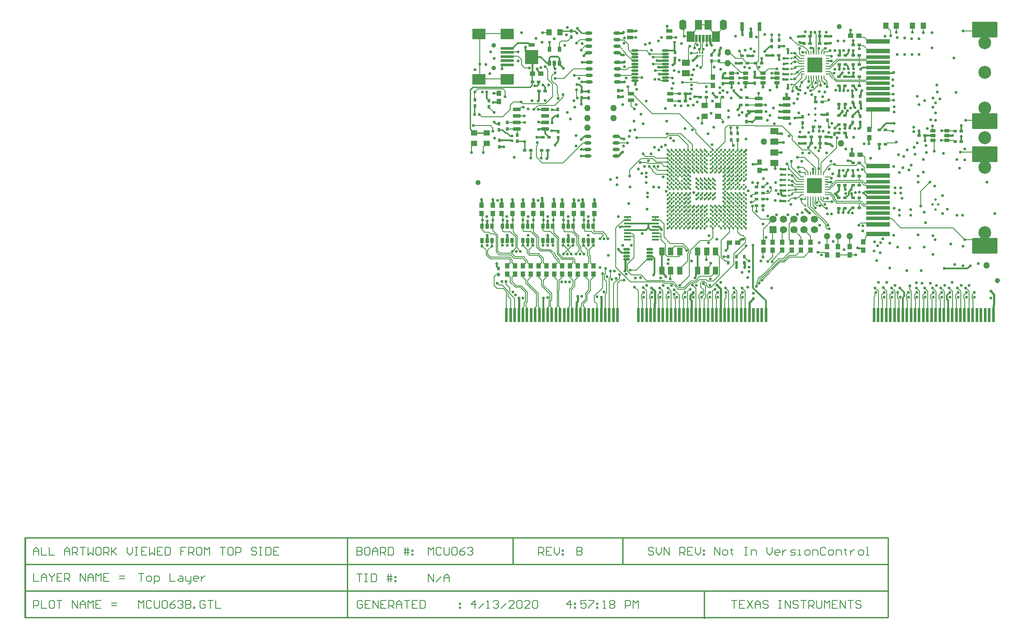
<source format=gtl>
G04*
G04 #@! TF.GenerationSoftware,Altium Limited,Altium Designer,18.1.9 (240)*
G04*
G04 Layer_Physical_Order=1*
G04 Layer_Color=255*
%FSAX25Y25*%
%MOIN*%
G70*
G01*
G75*
%ADD11C,0.00500*%
%ADD12C,0.00700*%
%ADD15C,0.00800*%
%ADD17C,0.01000*%
%ADD26R,0.03740X0.03937*%
%ADD27C,0.01575*%
G04:AMPARAMS|DCode=28|XSize=31.89mil|YSize=181.1mil|CornerRadius=1.91mil|HoleSize=0mil|Usage=FLASHONLY|Rotation=270.000|XOffset=0mil|YOffset=0mil|HoleType=Round|Shape=RoundedRectangle|*
%AMROUNDEDRECTD28*
21,1,0.03189,0.17728,0,0,270.0*
21,1,0.02806,0.18110,0,0,270.0*
1,1,0.00383,-0.08864,-0.01403*
1,1,0.00383,-0.08864,0.01403*
1,1,0.00383,0.08864,0.01403*
1,1,0.00383,0.08864,-0.01403*
%
%ADD28ROUNDEDRECTD28*%
G04:AMPARAMS|DCode=29|XSize=24.02mil|YSize=181.1mil|CornerRadius=1.92mil|HoleSize=0mil|Usage=FLASHONLY|Rotation=90.000|XOffset=0mil|YOffset=0mil|HoleType=Round|Shape=RoundedRectangle|*
%AMROUNDEDRECTD29*
21,1,0.02402,0.17726,0,0,90.0*
21,1,0.02017,0.18110,0,0,90.0*
1,1,0.00384,0.08863,0.01009*
1,1,0.00384,0.08863,-0.01009*
1,1,0.00384,-0.08863,-0.01009*
1,1,0.00384,-0.08863,0.01009*
%
%ADD29ROUNDEDRECTD29*%
G04:AMPARAMS|DCode=30|XSize=118.11mil|YSize=192.91mil|CornerRadius=1.77mil|HoleSize=0mil|Usage=FLASHONLY|Rotation=270.000|XOffset=0mil|YOffset=0mil|HoleType=Round|Shape=RoundedRectangle|*
%AMROUNDEDRECTD30*
21,1,0.11811,0.18937,0,0,270.0*
21,1,0.11457,0.19291,0,0,270.0*
1,1,0.00354,-0.09469,-0.05728*
1,1,0.00354,-0.09469,0.05728*
1,1,0.00354,0.09469,0.05728*
1,1,0.00354,0.09469,-0.05728*
%
%ADD30ROUNDEDRECTD30*%
%ADD31R,0.09843X0.07874*%
%ADD32R,0.09843X0.01968*%
%ADD33R,0.04331X0.04724*%
%ADD34R,0.04724X0.04331*%
%ADD35R,0.03937X0.06299*%
%ADD36R,0.03150X0.04724*%
%ADD37R,0.03150X0.07087*%
%ADD38R,0.05000X0.02992*%
G04:AMPARAMS|DCode=39|XSize=23.62mil|YSize=57.09mil|CornerRadius=2.01mil|HoleSize=0mil|Usage=FLASHONLY|Rotation=90.000|XOffset=0mil|YOffset=0mil|HoleType=Round|Shape=RoundedRectangle|*
%AMROUNDEDRECTD39*
21,1,0.02362,0.05307,0,0,90.0*
21,1,0.01961,0.05709,0,0,90.0*
1,1,0.00402,0.02653,0.00980*
1,1,0.00402,0.02653,-0.00980*
1,1,0.00402,-0.02653,-0.00980*
1,1,0.00402,-0.02653,0.00980*
%
%ADD39ROUNDEDRECTD39*%
G04:AMPARAMS|DCode=40|XSize=9.84mil|YSize=23.62mil|CornerRadius=1.97mil|HoleSize=0mil|Usage=FLASHONLY|Rotation=180.000|XOffset=0mil|YOffset=0mil|HoleType=Round|Shape=RoundedRectangle|*
%AMROUNDEDRECTD40*
21,1,0.00984,0.01968,0,0,180.0*
21,1,0.00591,0.02362,0,0,180.0*
1,1,0.00394,-0.00295,0.00984*
1,1,0.00394,0.00295,0.00984*
1,1,0.00394,0.00295,-0.00984*
1,1,0.00394,-0.00295,-0.00984*
%
%ADD40ROUNDEDRECTD40*%
G04:AMPARAMS|DCode=41|XSize=9.84mil|YSize=23.62mil|CornerRadius=1.97mil|HoleSize=0mil|Usage=FLASHONLY|Rotation=90.000|XOffset=0mil|YOffset=0mil|HoleType=Round|Shape=RoundedRectangle|*
%AMROUNDEDRECTD41*
21,1,0.00984,0.01968,0,0,90.0*
21,1,0.00591,0.02362,0,0,90.0*
1,1,0.00394,0.00984,0.00295*
1,1,0.00394,0.00984,-0.00295*
1,1,0.00394,-0.00984,-0.00295*
1,1,0.00394,-0.00984,0.00295*
%
%ADD41ROUNDEDRECTD41*%
%ADD42O,0.05512X0.01772*%
%ADD43R,0.10000X0.10500*%
%ADD44R,0.05000X0.03000*%
G04:AMPARAMS|DCode=45|XSize=58.07mil|YSize=82.68mil|CornerRadius=2.03mil|HoleSize=0mil|Usage=FLASHONLY|Rotation=0.000|XOffset=0mil|YOffset=0mil|HoleType=Round|Shape=RoundedRectangle|*
%AMROUNDEDRECTD45*
21,1,0.05807,0.07861,0,0,0.0*
21,1,0.05401,0.08268,0,0,0.0*
1,1,0.00407,0.02700,-0.03931*
1,1,0.00407,-0.02700,-0.03931*
1,1,0.00407,-0.02700,0.03931*
1,1,0.00407,0.02700,0.03931*
%
%ADD45ROUNDEDRECTD45*%
G04:AMPARAMS|DCode=46|XSize=17.72mil|YSize=54.33mil|CornerRadius=1.95mil|HoleSize=0mil|Usage=FLASHONLY|Rotation=0.000|XOffset=0mil|YOffset=0mil|HoleType=Round|Shape=RoundedRectangle|*
%AMROUNDEDRECTD46*
21,1,0.01772,0.05043,0,0,0.0*
21,1,0.01382,0.05433,0,0,0.0*
1,1,0.00390,0.00691,-0.02522*
1,1,0.00390,-0.00691,-0.02522*
1,1,0.00390,-0.00691,0.02522*
1,1,0.00390,0.00691,0.02522*
%
%ADD46ROUNDEDRECTD46*%
G04:AMPARAMS|DCode=47|XSize=54.13mil|YSize=74.8mil|CornerRadius=1.9mil|HoleSize=0mil|Usage=FLASHONLY|Rotation=0.000|XOffset=0mil|YOffset=0mil|HoleType=Round|Shape=RoundedRectangle|*
%AMROUNDEDRECTD47*
21,1,0.05413,0.07101,0,0,0.0*
21,1,0.05034,0.07480,0,0,0.0*
1,1,0.00379,0.02517,-0.03551*
1,1,0.00379,-0.02517,-0.03551*
1,1,0.00379,-0.02517,0.03551*
1,1,0.00379,0.02517,0.03551*
%
%ADD47ROUNDEDRECTD47*%
%ADD48C,0.03937*%
%ADD51O,0.05315X0.01772*%
G04:AMPARAMS|DCode=52|XSize=23.62mil|YSize=39.37mil|CornerRadius=2.01mil|HoleSize=0mil|Usage=FLASHONLY|Rotation=90.000|XOffset=0mil|YOffset=0mil|HoleType=Round|Shape=RoundedRectangle|*
%AMROUNDEDRECTD52*
21,1,0.02362,0.03535,0,0,90.0*
21,1,0.01961,0.03937,0,0,90.0*
1,1,0.00402,0.01768,0.00980*
1,1,0.00402,0.01768,-0.00980*
1,1,0.00402,-0.01768,-0.00980*
1,1,0.00402,-0.01768,0.00980*
%
%ADD52ROUNDEDRECTD52*%
G04:AMPARAMS|DCode=53|XSize=23.62mil|YSize=39.37mil|CornerRadius=2.01mil|HoleSize=0mil|Usage=FLASHONLY|Rotation=180.000|XOffset=0mil|YOffset=0mil|HoleType=Round|Shape=RoundedRectangle|*
%AMROUNDEDRECTD53*
21,1,0.02362,0.03535,0,0,180.0*
21,1,0.01961,0.03937,0,0,180.0*
1,1,0.00402,-0.00980,0.01768*
1,1,0.00402,0.00980,0.01768*
1,1,0.00402,0.00980,-0.01768*
1,1,0.00402,-0.00980,-0.01768*
%
%ADD53ROUNDEDRECTD53*%
%ADD54O,0.05709X0.01575*%
%ADD55O,0.05500X0.02362*%
%ADD56R,0.03937X0.03740*%
%ADD57R,0.01811X0.01654*%
%ADD58R,0.03150X0.02362*%
%ADD59R,0.02362X0.03150*%
%ADD60R,0.06300X0.05000*%
%ADD61R,0.01654X0.01811*%
%ADD69C,0.01968*%
%ADD97R,0.02165X0.11024*%
%ADD104C,0.05472*%
G04:AMPARAMS|DCode=105|XSize=54.72mil|YSize=54.72mil|CornerRadius=1.91mil|HoleSize=0mil|Usage=FLASHONLY|Rotation=0.000|XOffset=0mil|YOffset=0mil|HoleType=Round|Shape=RoundedRectangle|*
%AMROUNDEDRECTD105*
21,1,0.05472,0.05089,0,0,0.0*
21,1,0.05089,0.05472,0,0,0.0*
1,1,0.00383,0.02545,-0.02545*
1,1,0.00383,-0.02545,-0.02545*
1,1,0.00383,-0.02545,0.02545*
1,1,0.00383,0.02545,0.02545*
%
%ADD105ROUNDEDRECTD105*%
%ADD107C,0.03543*%
G04:AMPARAMS|DCode=110|XSize=114.17mil|YSize=114.17mil|CornerRadius=1.71mil|HoleSize=0mil|Usage=FLASHONLY|Rotation=90.000|XOffset=0mil|YOffset=0mil|HoleType=Round|Shape=RoundedRectangle|*
%AMROUNDEDRECTD110*
21,1,0.11417,0.11075,0,0,90.0*
21,1,0.11075,0.11417,0,0,90.0*
1,1,0.00343,0.05537,0.05537*
1,1,0.00343,0.05537,-0.05537*
1,1,0.00343,-0.05537,-0.05537*
1,1,0.00343,-0.05537,0.05537*
%
%ADD110ROUNDEDRECTD110*%
G04:AMPARAMS|DCode=111|XSize=11.81mil|YSize=15.75mil|CornerRadius=3.96mil|HoleSize=0mil|Usage=FLASHONLY|Rotation=0.000|XOffset=0mil|YOffset=0mil|HoleType=Round|Shape=RoundedRectangle|*
%AMROUNDEDRECTD111*
21,1,0.01181,0.00784,0,0,0.0*
21,1,0.00390,0.01575,0,0,0.0*
1,1,0.00791,0.00195,-0.00392*
1,1,0.00791,-0.00195,-0.00392*
1,1,0.00791,-0.00195,0.00392*
1,1,0.00791,0.00195,0.00392*
%
%ADD111ROUNDEDRECTD111*%
G04:AMPARAMS|DCode=112|XSize=11.81mil|YSize=17.72mil|CornerRadius=3.96mil|HoleSize=0mil|Usage=FLASHONLY|Rotation=0.000|XOffset=0mil|YOffset=0mil|HoleType=Round|Shape=RoundedRectangle|*
%AMROUNDEDRECTD112*
21,1,0.01181,0.00980,0,0,0.0*
21,1,0.00390,0.01772,0,0,0.0*
1,1,0.00791,0.00195,-0.00490*
1,1,0.00791,-0.00195,-0.00490*
1,1,0.00791,-0.00195,0.00490*
1,1,0.00791,0.00195,0.00490*
%
%ADD112ROUNDEDRECTD112*%
%ADD113C,0.00625*%
%ADD114C,0.01500*%
%ADD115C,0.01200*%
%ADD116C,0.00600*%
%ADD117C,0.00620*%
%ADD118C,0.00610*%
%ADD119C,0.09843*%
%ADD120C,0.05000*%
G04:AMPARAMS|DCode=121|XSize=82.68mil|YSize=55.12mil|CornerRadius=27.56mil|HoleSize=0mil|Usage=FLASHONLY|Rotation=270.000|XOffset=0mil|YOffset=0mil|HoleType=Round|Shape=RoundedRectangle|*
%AMROUNDEDRECTD121*
21,1,0.08268,0.00000,0,0,270.0*
21,1,0.02756,0.05512,0,0,270.0*
1,1,0.05512,0.00000,-0.01378*
1,1,0.05512,0.00000,0.01378*
1,1,0.05512,0.00000,0.01378*
1,1,0.05512,0.00000,-0.01378*
%
%ADD121ROUNDEDRECTD121*%
%ADD122C,0.02200*%
%ADD123C,0.01800*%
G54D11*
X0029461Y0086882D02*
X0030161Y0086182D01*
Y0081831D02*
Y0086182D01*
Y0077460D02*
Y0081831D01*
X0029902Y0077201D02*
X0030161Y0077460D01*
X0037382Y0077201D02*
X0037961Y0077779D01*
Y0082031D02*
Y0086882D01*
Y0077779D02*
Y0082031D01*
X0013921Y0086882D02*
X0014621Y0086182D01*
Y0077460D02*
Y0081831D01*
Y0086182D01*
X0014362Y0077201D02*
X0014621Y0077460D01*
X0022421Y0077779D02*
Y0082031D01*
Y0086882D01*
X0021842Y0077201D02*
X0022421Y0077779D01*
X0076402Y0077201D02*
X0076661Y0077460D01*
X0075961Y0086882D02*
X0076661Y0086182D01*
X0083882Y0077201D02*
X0084461Y0077779D01*
Y0082031D01*
Y0086882D01*
X0060902Y0077201D02*
X0061161Y0077460D01*
X0060461Y0086882D02*
X0061161Y0086182D01*
X0068382Y0077201D02*
X0068961Y0077779D01*
Y0082031D01*
Y0086882D01*
X0091902Y0077201D02*
X0092161Y0077460D01*
X0091461Y0086882D02*
X0092161Y0086182D01*
X0099382Y0077201D02*
X0099961Y0077779D01*
Y0082031D02*
Y0086882D01*
Y0077779D02*
Y0082031D01*
X0045402Y0077201D02*
X0045661Y0077460D01*
X0052882Y0077201D02*
X0053461Y0077779D01*
X0044961Y0086882D02*
X0045661Y0086182D01*
X0092161Y0077460D02*
Y0081831D01*
Y0086182D01*
X0076661Y0077460D02*
Y0081831D01*
Y0086182D01*
X0061161Y0077460D02*
Y0081831D01*
Y0086182D01*
X0053461Y0082031D02*
Y0086882D01*
Y0077779D02*
Y0082031D01*
X0045661Y0081831D02*
Y0086182D01*
Y0077460D02*
Y0081831D01*
G54D12*
X0182938Y0209764D02*
X0182982Y0209807D01*
G54D15*
X-0248386Y-0188580D02*
X-0244388D01*
X-0246387D01*
Y-0194578D01*
X-0241389D02*
X-0239389D01*
X-0238390Y-0193578D01*
Y-0191579D01*
X-0239389Y-0190579D01*
X-0241389D01*
X-0242388Y-0191579D01*
Y-0193578D01*
X-0241389Y-0194578D01*
X-0236390Y-0196577D02*
Y-0190579D01*
X-0233391D01*
X-0232392Y-0191579D01*
Y-0193578D01*
X-0233391Y-0194578D01*
X-0236390D01*
X-0224394Y-0188580D02*
Y-0194578D01*
X-0220395D01*
X-0217396Y-0190579D02*
X-0215397D01*
X-0214397Y-0191579D01*
Y-0194578D01*
X-0217396D01*
X-0218396Y-0193578D01*
X-0217396Y-0192579D01*
X-0214397D01*
X-0212398Y-0190579D02*
Y-0193578D01*
X-0211398Y-0194578D01*
X-0208399D01*
Y-0195578D01*
X-0209399Y-0196577D01*
X-0210399D01*
X-0208399Y-0194578D02*
Y-0190579D01*
X-0203401Y-0194578D02*
X-0205400D01*
X-0206400Y-0193578D01*
Y-0191579D01*
X-0205400Y-0190579D01*
X-0203401D01*
X-0202401Y-0191579D01*
Y-0192579D01*
X-0206400D01*
X-0200402Y-0190579D02*
Y-0194578D01*
Y-0192579D01*
X-0199402Y-0191579D01*
X-0198403Y-0190579D01*
X-0197403D01*
X0192114Y-0174295D02*
Y-0168297D01*
X0196112Y-0174295D01*
Y-0168297D01*
X0199111Y-0174295D02*
X0201111D01*
X0202110Y-0173296D01*
Y-0171296D01*
X0201111Y-0170297D01*
X0199111D01*
X0198112Y-0171296D01*
Y-0173296D01*
X0199111Y-0174295D01*
X0205109Y-0169297D02*
Y-0170297D01*
X0204110D01*
X0206109D01*
X0205109D01*
Y-0173296D01*
X0206109Y-0174295D01*
X0215106Y-0168297D02*
X0217106D01*
X0216106D01*
Y-0174295D01*
X0215106D01*
X0217106D01*
X0220105D02*
Y-0170297D01*
X0223104D01*
X0224103Y-0171296D01*
Y-0174295D01*
X0232101Y-0168297D02*
Y-0172296D01*
X0234100Y-0174295D01*
X0236099Y-0172296D01*
Y-0168297D01*
X0241098Y-0174295D02*
X0239098D01*
X0238099Y-0173296D01*
Y-0171296D01*
X0239098Y-0170297D01*
X0241098D01*
X0242097Y-0171296D01*
Y-0172296D01*
X0238099D01*
X0244097Y-0170297D02*
Y-0174295D01*
Y-0172296D01*
X0245096Y-0171296D01*
X0246096Y-0170297D01*
X0247096D01*
X0250095Y-0174295D02*
X0253094D01*
X0254094Y-0173296D01*
X0253094Y-0172296D01*
X0251095D01*
X0250095Y-0171296D01*
X0251095Y-0170297D01*
X0254094D01*
X0256093Y-0174295D02*
X0258092D01*
X0257093D01*
Y-0170297D01*
X0256093D01*
X0262091Y-0174295D02*
X0264090D01*
X0265090Y-0173296D01*
Y-0171296D01*
X0264090Y-0170297D01*
X0262091D01*
X0261091Y-0171296D01*
Y-0173296D01*
X0262091Y-0174295D01*
X0267089D02*
Y-0170297D01*
X0270088D01*
X0271088Y-0171296D01*
Y-0174295D01*
X0277086Y-0169297D02*
X0276086Y-0168297D01*
X0274087D01*
X0273087Y-0169297D01*
Y-0173296D01*
X0274087Y-0174295D01*
X0276086D01*
X0277086Y-0173296D01*
X0280085Y-0174295D02*
X0282084D01*
X0283084Y-0173296D01*
Y-0171296D01*
X0282084Y-0170297D01*
X0280085D01*
X0279085Y-0171296D01*
Y-0173296D01*
X0280085Y-0174295D01*
X0285084D02*
Y-0170297D01*
X0288083D01*
X0289082Y-0171296D01*
Y-0174295D01*
X0292081Y-0169297D02*
Y-0170297D01*
X0291082D01*
X0293081D01*
X0292081D01*
Y-0173296D01*
X0293081Y-0174295D01*
X0296080Y-0170297D02*
Y-0174295D01*
Y-0172296D01*
X0297080Y-0171296D01*
X0298079Y-0170297D01*
X0299079D01*
X0303078Y-0174295D02*
X0305077D01*
X0306077Y-0173296D01*
Y-0171296D01*
X0305077Y-0170297D01*
X0303078D01*
X0302078Y-0171296D01*
Y-0173296D01*
X0303078Y-0174295D01*
X0308076D02*
X0310075D01*
X0309076D01*
Y-0168297D01*
X0308076D01*
X0145512Y-0169297D02*
X0144513Y-0168297D01*
X0142513D01*
X0141514Y-0169297D01*
Y-0170297D01*
X0142513Y-0171296D01*
X0144513D01*
X0145512Y-0172296D01*
Y-0173296D01*
X0144513Y-0174295D01*
X0142513D01*
X0141514Y-0173296D01*
X0147512Y-0168297D02*
Y-0172296D01*
X0149511Y-0174295D01*
X0151510Y-0172296D01*
Y-0168297D01*
X0153510Y-0174295D02*
Y-0168297D01*
X0157508Y-0174295D01*
Y-0168297D01*
X0165506Y-0174295D02*
Y-0168297D01*
X0168505D01*
X0169504Y-0169297D01*
Y-0171296D01*
X0168505Y-0172296D01*
X0165506D01*
X0167505D02*
X0169504Y-0174295D01*
X0175503Y-0168297D02*
X0171504D01*
Y-0174295D01*
X0175503D01*
X0171504Y-0171296D02*
X0173503D01*
X0177502Y-0168297D02*
Y-0172296D01*
X0179501Y-0174295D01*
X0181501Y-0172296D01*
Y-0168297D01*
X0183500Y-0170297D02*
X0184500D01*
Y-0171296D01*
X0183500D01*
Y-0170297D01*
Y-0173296D02*
X0184500D01*
Y-0174295D01*
X0183500D01*
Y-0173296D01*
X0057714Y-0174295D02*
Y-0168297D01*
X0060713D01*
X0061712Y-0169297D01*
Y-0171296D01*
X0060713Y-0172296D01*
X0057714D01*
X0059713D02*
X0061712Y-0174295D01*
X0067710Y-0168297D02*
X0063712D01*
Y-0174295D01*
X0067710D01*
X0063712Y-0171296D02*
X0065711D01*
X0069710Y-0168297D02*
Y-0172296D01*
X0071709Y-0174295D01*
X0073708Y-0172296D01*
Y-0168297D01*
X0075708Y-0170297D02*
X0076708D01*
Y-0171296D01*
X0075708D01*
Y-0170297D01*
Y-0173296D02*
X0076708D01*
Y-0174295D01*
X0075708D01*
Y-0173296D01*
X-0248386Y-0215162D02*
Y-0209164D01*
X-0246387Y-0211163D01*
X-0244388Y-0209164D01*
Y-0215162D01*
X-0238390Y-0210164D02*
X-0239389Y-0209164D01*
X-0241389D01*
X-0242388Y-0210164D01*
Y-0214162D01*
X-0241389Y-0215162D01*
X-0239389D01*
X-0238390Y-0214162D01*
X-0236390Y-0209164D02*
Y-0214162D01*
X-0235391Y-0215162D01*
X-0233391D01*
X-0232392Y-0214162D01*
Y-0209164D01*
X-0230392Y-0210164D02*
X-0229393Y-0209164D01*
X-0227393D01*
X-0226394Y-0210164D01*
Y-0214162D01*
X-0227393Y-0215162D01*
X-0229393D01*
X-0230392Y-0214162D01*
Y-0210164D01*
X-0220395Y-0209164D02*
X-0222395Y-0210164D01*
X-0224394Y-0212163D01*
Y-0214162D01*
X-0223394Y-0215162D01*
X-0221395D01*
X-0220395Y-0214162D01*
Y-0213163D01*
X-0221395Y-0212163D01*
X-0224394D01*
X-0218396Y-0210164D02*
X-0217396Y-0209164D01*
X-0215397D01*
X-0214397Y-0210164D01*
Y-0211163D01*
X-0215397Y-0212163D01*
X-0216397D01*
X-0215397D01*
X-0214397Y-0213163D01*
Y-0214162D01*
X-0215397Y-0215162D01*
X-0217396D01*
X-0218396Y-0214162D01*
X-0212398Y-0209164D02*
Y-0215162D01*
X-0209399D01*
X-0208399Y-0214162D01*
Y-0213163D01*
X-0209399Y-0212163D01*
X-0212398D01*
X-0209399D01*
X-0208399Y-0211163D01*
Y-0210164D01*
X-0209399Y-0209164D01*
X-0212398D01*
X-0206400Y-0215162D02*
Y-0214162D01*
X-0205400D01*
Y-0215162D01*
X-0206400D01*
X-0197403Y-0210164D02*
X-0198403Y-0209164D01*
X-0200402D01*
X-0201402Y-0210164D01*
Y-0214162D01*
X-0200402Y-0215162D01*
X-0198403D01*
X-0197403Y-0214162D01*
Y-0212163D01*
X-0199402D01*
X-0195404Y-0209164D02*
X-0191405D01*
X-0193404D01*
Y-0215162D01*
X-0189406Y-0209164D02*
Y-0215162D01*
X-0185407D01*
X0008863D02*
Y-0209164D01*
X0005864Y-0212163D01*
X0009862D01*
X0011862Y-0215162D02*
X0015860Y-0211163D01*
X0017860Y-0215162D02*
X0019859D01*
X0018859D01*
Y-0209164D01*
X0017860Y-0210164D01*
X0022858D02*
X0023858Y-0209164D01*
X0025857D01*
X0026857Y-0210164D01*
Y-0211163D01*
X0025857Y-0212163D01*
X0024858D01*
X0025857D01*
X0026857Y-0213163D01*
Y-0214162D01*
X0025857Y-0215162D01*
X0023858D01*
X0022858Y-0214162D01*
X0028856Y-0215162D02*
X0032855Y-0211163D01*
X0038853Y-0215162D02*
X0034854D01*
X0038853Y-0211163D01*
Y-0210164D01*
X0037853Y-0209164D01*
X0035854D01*
X0034854Y-0210164D01*
X0040852D02*
X0041852Y-0209164D01*
X0043851D01*
X0044851Y-0210164D01*
Y-0214162D01*
X0043851Y-0215162D01*
X0041852D01*
X0040852Y-0214162D01*
Y-0210164D01*
X0050849Y-0215162D02*
X0046850D01*
X0050849Y-0211163D01*
Y-0210164D01*
X0049849Y-0209164D01*
X0047850D01*
X0046850Y-0210164D01*
X0052848D02*
X0053848Y-0209164D01*
X0055847D01*
X0056847Y-0210164D01*
Y-0214162D01*
X0055847Y-0215162D01*
X0053848D01*
X0052848Y-0214162D01*
Y-0210164D01*
X-0077088D02*
X-0078087Y-0209164D01*
X-0080087D01*
X-0081086Y-0210164D01*
Y-0214162D01*
X-0080087Y-0215162D01*
X-0078087D01*
X-0077088Y-0214162D01*
Y-0212163D01*
X-0079087D01*
X-0071090Y-0209164D02*
X-0075088D01*
Y-0215162D01*
X-0071090D01*
X-0075088Y-0212163D02*
X-0073089D01*
X-0069090Y-0215162D02*
Y-0209164D01*
X-0065092Y-0215162D01*
Y-0209164D01*
X-0059093D02*
X-0063092D01*
Y-0215162D01*
X-0059093D01*
X-0063092Y-0212163D02*
X-0061093D01*
X-0057094Y-0215162D02*
Y-0209164D01*
X-0054095D01*
X-0053096Y-0210164D01*
Y-0212163D01*
X-0054095Y-0213163D01*
X-0057094D01*
X-0055095D02*
X-0053096Y-0215162D01*
X-0051096D02*
Y-0211163D01*
X-0049097Y-0209164D01*
X-0047097Y-0211163D01*
Y-0215162D01*
Y-0212163D01*
X-0051096D01*
X-0045098Y-0209164D02*
X-0041099D01*
X-0043099D01*
Y-0215162D01*
X-0035101Y-0209164D02*
X-0039100D01*
Y-0215162D01*
X-0035101D01*
X-0039100Y-0212163D02*
X-0037101D01*
X-0033102Y-0209164D02*
Y-0215162D01*
X-0030103D01*
X-0029103Y-0214162D01*
Y-0210164D01*
X-0030103Y-0209164D01*
X-0033102D01*
X-0003112Y-0211163D02*
X-0002112D01*
Y-0212163D01*
X-0003112D01*
Y-0211163D01*
Y-0214162D02*
X-0002112D01*
Y-0215162D01*
X-0003112D01*
Y-0214162D01*
X-0328936Y-0174295D02*
Y-0170297D01*
X-0326937Y-0168297D01*
X-0324938Y-0170297D01*
Y-0174295D01*
Y-0171296D01*
X-0328936D01*
X-0322938Y-0168297D02*
Y-0174295D01*
X-0318940D01*
X-0316940Y-0168297D02*
Y-0174295D01*
X-0312942D01*
X-0304944D02*
Y-0170297D01*
X-0302945Y-0168297D01*
X-0300945Y-0170297D01*
Y-0174295D01*
Y-0171296D01*
X-0304944D01*
X-0298946Y-0174295D02*
Y-0168297D01*
X-0295947D01*
X-0294947Y-0169297D01*
Y-0171296D01*
X-0295947Y-0172296D01*
X-0298946D01*
X-0296947D02*
X-0294947Y-0174295D01*
X-0292948Y-0168297D02*
X-0288949D01*
X-0290949D01*
Y-0174295D01*
X-0286950Y-0168297D02*
Y-0174295D01*
X-0284951Y-0172296D01*
X-0282951Y-0174295D01*
Y-0168297D01*
X-0277953D02*
X-0279952D01*
X-0280952Y-0169297D01*
Y-0173296D01*
X-0279952Y-0174295D01*
X-0277953D01*
X-0276953Y-0173296D01*
Y-0169297D01*
X-0277953Y-0168297D01*
X-0274954Y-0174295D02*
Y-0168297D01*
X-0271955D01*
X-0270955Y-0169297D01*
Y-0171296D01*
X-0271955Y-0172296D01*
X-0274954D01*
X-0272955D02*
X-0270955Y-0174295D01*
X-0268956Y-0168297D02*
Y-0174295D01*
Y-0172296D01*
X-0264957Y-0168297D01*
X-0267956Y-0171296D01*
X-0264957Y-0174295D01*
X-0256960Y-0168297D02*
Y-0172296D01*
X-0254960Y-0174295D01*
X-0252961Y-0172296D01*
Y-0168297D01*
X-0250962D02*
X-0248962D01*
X-0249962D01*
Y-0174295D01*
X-0250962D01*
X-0248962D01*
X-0241965Y-0168297D02*
X-0245963D01*
Y-0174295D01*
X-0241965D01*
X-0245963Y-0171296D02*
X-0243964D01*
X-0239965Y-0168297D02*
Y-0174295D01*
X-0237966Y-0172296D01*
X-0235966Y-0174295D01*
Y-0168297D01*
X-0229968D02*
X-0233967D01*
Y-0174295D01*
X-0229968D01*
X-0233967Y-0171296D02*
X-0231968D01*
X-0227969Y-0168297D02*
Y-0174295D01*
X-0224970D01*
X-0223970Y-0173296D01*
Y-0169297D01*
X-0224970Y-0168297D01*
X-0227969D01*
X-0211974D02*
X-0215973D01*
Y-0171296D01*
X-0213974D01*
X-0215973D01*
Y-0174295D01*
X-0209975D02*
Y-0168297D01*
X-0206976D01*
X-0205976Y-0169297D01*
Y-0171296D01*
X-0206976Y-0172296D01*
X-0209975D01*
X-0207976D02*
X-0205976Y-0174295D01*
X-0200978Y-0168297D02*
X-0202977D01*
X-0203977Y-0169297D01*
Y-0173296D01*
X-0202977Y-0174295D01*
X-0200978D01*
X-0199978Y-0173296D01*
Y-0169297D01*
X-0200978Y-0168297D01*
X-0197979Y-0174295D02*
Y-0168297D01*
X-0195979Y-0170297D01*
X-0193980Y-0168297D01*
Y-0174295D01*
X-0185983Y-0168297D02*
X-0181984D01*
X-0183983D01*
Y-0174295D01*
X-0176986Y-0168297D02*
X-0178985D01*
X-0179985Y-0169297D01*
Y-0173296D01*
X-0178985Y-0174295D01*
X-0176986D01*
X-0175986Y-0173296D01*
Y-0169297D01*
X-0176986Y-0168297D01*
X-0173986Y-0174295D02*
Y-0168297D01*
X-0170987D01*
X-0169988Y-0169297D01*
Y-0171296D01*
X-0170987Y-0172296D01*
X-0173986D01*
X-0157992Y-0169297D02*
X-0158991Y-0168297D01*
X-0160991D01*
X-0161990Y-0169297D01*
Y-0170297D01*
X-0160991Y-0171296D01*
X-0158991D01*
X-0157992Y-0172296D01*
Y-0173296D01*
X-0158991Y-0174295D01*
X-0160991D01*
X-0161990Y-0173296D01*
X-0155992Y-0168297D02*
X-0153993D01*
X-0154993D01*
Y-0174295D01*
X-0155992D01*
X-0153993D01*
X-0150994Y-0168297D02*
Y-0174295D01*
X-0147995D01*
X-0146995Y-0173296D01*
Y-0169297D01*
X-0147995Y-0168297D01*
X-0150994D01*
X-0140997D02*
X-0144996D01*
Y-0174295D01*
X-0140997D01*
X-0144996Y-0171296D02*
X-0142997D01*
X0086864Y-0168297D02*
Y-0174295D01*
X0089863D01*
X0090862Y-0173296D01*
Y-0172296D01*
X0089863Y-0171296D01*
X0086864D01*
X0089863D01*
X0090862Y-0170297D01*
Y-0169297D01*
X0089863Y-0168297D01*
X0086864D01*
X-0026736Y-0174295D02*
Y-0168297D01*
X-0024737Y-0170297D01*
X-0022738Y-0168297D01*
Y-0174295D01*
X-0016740Y-0169297D02*
X-0017739Y-0168297D01*
X-0019739D01*
X-0020738Y-0169297D01*
Y-0173296D01*
X-0019739Y-0174295D01*
X-0017739D01*
X-0016740Y-0173296D01*
X-0014740Y-0168297D02*
Y-0173296D01*
X-0013741Y-0174295D01*
X-0011741D01*
X-0010742Y-0173296D01*
Y-0168297D01*
X-0008742Y-0169297D02*
X-0007743Y-0168297D01*
X-0005743D01*
X-0004744Y-0169297D01*
Y-0173296D01*
X-0005743Y-0174295D01*
X-0007743D01*
X-0008742Y-0173296D01*
Y-0169297D01*
X0001255Y-0168297D02*
X-0000745Y-0169297D01*
X-0002744Y-0171296D01*
Y-0173296D01*
X-0001744Y-0174295D01*
X0000255D01*
X0001255Y-0173296D01*
Y-0172296D01*
X0000255Y-0171296D01*
X-0002744D01*
X0003254Y-0169297D02*
X0004254Y-0168297D01*
X0006253D01*
X0007253Y-0169297D01*
Y-0170297D01*
X0006253Y-0171296D01*
X0005253D01*
X0006253D01*
X0007253Y-0172296D01*
Y-0173296D01*
X0006253Y-0174295D01*
X0004254D01*
X0003254Y-0173296D01*
X-0081286Y-0168297D02*
Y-0174295D01*
X-0078287D01*
X-0077288Y-0173296D01*
Y-0172296D01*
X-0078287Y-0171296D01*
X-0081286D01*
X-0078287D01*
X-0077288Y-0170297D01*
Y-0169297D01*
X-0078287Y-0168297D01*
X-0081286D01*
X-0072289D02*
X-0074289D01*
X-0075288Y-0169297D01*
Y-0173296D01*
X-0074289Y-0174295D01*
X-0072289D01*
X-0071290Y-0173296D01*
Y-0169297D01*
X-0072289Y-0168297D01*
X-0069290Y-0174295D02*
Y-0170297D01*
X-0067291Y-0168297D01*
X-0065292Y-0170297D01*
Y-0174295D01*
Y-0171296D01*
X-0069290D01*
X-0063292Y-0174295D02*
Y-0168297D01*
X-0060293D01*
X-0059294Y-0169297D01*
Y-0171296D01*
X-0060293Y-0172296D01*
X-0063292D01*
X-0061293D02*
X-0059294Y-0174295D01*
X-0057294Y-0168297D02*
Y-0174295D01*
X-0054295D01*
X-0053295Y-0173296D01*
Y-0169297D01*
X-0054295Y-0168297D01*
X-0057294D01*
X-0044298Y-0174295D02*
Y-0168297D01*
X-0042299D02*
Y-0174295D01*
X-0045298Y-0170297D02*
X-0042299D01*
X-0041299D01*
X-0045298Y-0172296D02*
X-0041299D01*
X-0039300Y-0170297D02*
X-0038300D01*
Y-0171296D01*
X-0039300D01*
Y-0170297D01*
Y-0173296D02*
X-0038300D01*
Y-0174295D01*
X-0039300D01*
Y-0173296D01*
X-0328936Y-0188580D02*
Y-0194578D01*
X-0324938D01*
X-0322938D02*
Y-0190579D01*
X-0320939Y-0188580D01*
X-0318940Y-0190579D01*
Y-0194578D01*
Y-0191579D01*
X-0322938D01*
X-0316940Y-0188580D02*
Y-0189579D01*
X-0314941Y-0191579D01*
X-0312942Y-0189579D01*
Y-0188580D01*
X-0314941Y-0191579D02*
Y-0194578D01*
X-0306943Y-0188580D02*
X-0310942D01*
Y-0194578D01*
X-0306943D01*
X-0310942Y-0191579D02*
X-0308943D01*
X-0304944Y-0194578D02*
Y-0188580D01*
X-0301945D01*
X-0300945Y-0189579D01*
Y-0191579D01*
X-0301945Y-0192579D01*
X-0304944D01*
X-0302945D02*
X-0300945Y-0194578D01*
X-0292948D02*
Y-0188580D01*
X-0288949Y-0194578D01*
Y-0188580D01*
X-0286950Y-0194578D02*
Y-0190579D01*
X-0284951Y-0188580D01*
X-0282951Y-0190579D01*
Y-0194578D01*
Y-0191579D01*
X-0286950D01*
X-0280952Y-0194578D02*
Y-0188580D01*
X-0278953Y-0190579D01*
X-0276953Y-0188580D01*
Y-0194578D01*
X-0270955Y-0188580D02*
X-0274954D01*
Y-0194578D01*
X-0270955D01*
X-0274954Y-0191579D02*
X-0272955D01*
X-0262958Y-0192579D02*
X-0258959D01*
X-0262958Y-0190579D02*
X-0258959D01*
X-0328936Y-0215162D02*
Y-0209164D01*
X-0325937D01*
X-0324938Y-0210164D01*
Y-0212163D01*
X-0325937Y-0213163D01*
X-0328936D01*
X-0322938Y-0209164D02*
Y-0215162D01*
X-0318940D01*
X-0313941Y-0209164D02*
X-0315941D01*
X-0316940Y-0210164D01*
Y-0214162D01*
X-0315941Y-0215162D01*
X-0313941D01*
X-0312942Y-0214162D01*
Y-0210164D01*
X-0313941Y-0209164D01*
X-0310942D02*
X-0306943D01*
X-0308943D01*
Y-0215162D01*
X-0298946D02*
Y-0209164D01*
X-0294947Y-0215162D01*
Y-0209164D01*
X-0292948Y-0215162D02*
Y-0211163D01*
X-0290949Y-0209164D01*
X-0288949Y-0211163D01*
Y-0215162D01*
Y-0212163D01*
X-0292948D01*
X-0286950Y-0215162D02*
Y-0209164D01*
X-0284951Y-0211163D01*
X-0282951Y-0209164D01*
Y-0215162D01*
X-0276953Y-0209164D02*
X-0280952D01*
Y-0215162D01*
X-0276953D01*
X-0280952Y-0212163D02*
X-0278953D01*
X-0268956Y-0213163D02*
X-0264957D01*
X-0268956Y-0211163D02*
X-0264957D01*
X0081763Y-0215162D02*
Y-0209164D01*
X0078764Y-0212163D01*
X0082762D01*
X0084762Y-0211163D02*
X0085761D01*
Y-0212163D01*
X0084762D01*
Y-0211163D01*
Y-0214162D02*
X0085761D01*
Y-0215162D01*
X0084762D01*
Y-0214162D01*
X0093759Y-0209164D02*
X0089760D01*
Y-0212163D01*
X0091759Y-0211163D01*
X0092759D01*
X0093759Y-0212163D01*
Y-0214162D01*
X0092759Y-0215162D01*
X0090760D01*
X0089760Y-0214162D01*
X0095758Y-0209164D02*
X0099757D01*
Y-0210164D01*
X0095758Y-0214162D01*
Y-0215162D01*
X0101756Y-0211163D02*
X0102756D01*
Y-0212163D01*
X0101756D01*
Y-0211163D01*
Y-0214162D02*
X0102756D01*
Y-0215162D01*
X0101756D01*
Y-0214162D01*
X0106755Y-0215162D02*
X0108754D01*
X0107754D01*
Y-0209164D01*
X0106755Y-0210164D01*
X0111753D02*
X0112753Y-0209164D01*
X0114752D01*
X0115752Y-0210164D01*
Y-0211163D01*
X0114752Y-0212163D01*
X0115752Y-0213163D01*
Y-0214162D01*
X0114752Y-0215162D01*
X0112753D01*
X0111753Y-0214162D01*
Y-0213163D01*
X0112753Y-0212163D01*
X0111753Y-0211163D01*
Y-0210164D01*
X0112753Y-0212163D02*
X0114752D01*
X0123749Y-0215162D02*
Y-0209164D01*
X0126748D01*
X0127748Y-0210164D01*
Y-0212163D01*
X0126748Y-0213163D01*
X0123749D01*
X0129747Y-0215162D02*
Y-0209164D01*
X0131746Y-0211163D01*
X0133746Y-0209164D01*
Y-0215162D01*
X0205214Y-0209164D02*
X0209212D01*
X0207213D01*
Y-0215162D01*
X0215210Y-0209164D02*
X0211212D01*
Y-0215162D01*
X0215210D01*
X0211212Y-0212163D02*
X0213211D01*
X0217210Y-0209164D02*
X0221208Y-0215162D01*
Y-0209164D02*
X0217210Y-0215162D01*
X0223208D02*
Y-0211163D01*
X0225207Y-0209164D01*
X0227206Y-0211163D01*
Y-0215162D01*
Y-0212163D01*
X0223208D01*
X0233205Y-0210164D02*
X0232205Y-0209164D01*
X0230205D01*
X0229206Y-0210164D01*
Y-0211163D01*
X0230205Y-0212163D01*
X0232205D01*
X0233205Y-0213163D01*
Y-0214162D01*
X0232205Y-0215162D01*
X0230205D01*
X0229206Y-0214162D01*
X0241202Y-0209164D02*
X0243201D01*
X0242202D01*
Y-0215162D01*
X0241202D01*
X0243201D01*
X0246200D02*
Y-0209164D01*
X0250199Y-0215162D01*
Y-0209164D01*
X0256197Y-0210164D02*
X0255197Y-0209164D01*
X0253198D01*
X0252198Y-0210164D01*
Y-0211163D01*
X0253198Y-0212163D01*
X0255197D01*
X0256197Y-0213163D01*
Y-0214162D01*
X0255197Y-0215162D01*
X0253198D01*
X0252198Y-0214162D01*
X0258196Y-0209164D02*
X0262195D01*
X0260196D01*
Y-0215162D01*
X0264194D02*
Y-0209164D01*
X0267194D01*
X0268193Y-0210164D01*
Y-0212163D01*
X0267194Y-0213163D01*
X0264194D01*
X0266194D02*
X0268193Y-0215162D01*
X0270193Y-0209164D02*
Y-0214162D01*
X0271192Y-0215162D01*
X0273192D01*
X0274191Y-0214162D01*
Y-0209164D01*
X0276191Y-0215162D02*
Y-0209164D01*
X0278190Y-0211163D01*
X0280189Y-0209164D01*
Y-0215162D01*
X0286187Y-0209164D02*
X0282189D01*
Y-0215162D01*
X0286187D01*
X0282189Y-0212163D02*
X0284188D01*
X0288187Y-0215162D02*
Y-0209164D01*
X0292185Y-0215162D01*
Y-0209164D01*
X0294185D02*
X0298183D01*
X0296184D01*
Y-0215162D01*
X0304182Y-0210164D02*
X0303182Y-0209164D01*
X0301183D01*
X0300183Y-0210164D01*
Y-0211163D01*
X0301183Y-0212163D01*
X0303182D01*
X0304182Y-0213163D01*
Y-0214162D01*
X0303182Y-0215162D01*
X0301183D01*
X0300183Y-0214162D01*
X-0081286Y-0188630D02*
X-0077288D01*
X-0079287D01*
Y-0194629D01*
X-0075288Y-0188630D02*
X-0073289D01*
X-0074289D01*
Y-0194629D01*
X-0075288D01*
X-0073289D01*
X-0070290Y-0188630D02*
Y-0194629D01*
X-0067291D01*
X-0066291Y-0193629D01*
Y-0189630D01*
X-0067291Y-0188630D01*
X-0070290D01*
X-0057294Y-0194629D02*
Y-0188630D01*
X-0055295D02*
Y-0194629D01*
X-0058294Y-0190630D02*
X-0055295D01*
X-0054295D01*
X-0058294Y-0192629D02*
X-0054295D01*
X-0052296Y-0190630D02*
X-0051296D01*
Y-0191630D01*
X-0052296D01*
Y-0190630D01*
Y-0193629D02*
X-0051296D01*
Y-0194629D01*
X-0052296D01*
Y-0193629D01*
X-0026736Y-0194629D02*
Y-0188630D01*
X-0022738Y-0194629D01*
Y-0188630D01*
X-0020738Y-0194629D02*
X-0016740Y-0190630D01*
X-0014740Y-0194629D02*
Y-0190630D01*
X-0012741Y-0188630D01*
X-0010742Y-0190630D01*
Y-0194629D01*
Y-0191630D01*
X-0014740D01*
G54D17*
X0159370Y0091437D02*
X0160945Y0093011D01*
X0156221Y0094586D02*
X0157796Y0096161D01*
X0168819Y0094586D02*
X0170394Y0096161D01*
X0171969Y0097736D02*
X0173544Y0099311D01*
X0168819Y0097736D02*
X0170394Y0099311D01*
X0171969Y0100885D02*
X0173544Y0102460D01*
X0156221Y0097736D02*
X0157796Y0099311D01*
X0156221Y0091437D02*
X0157796Y0093011D01*
X0171969Y0075689D02*
X0173544Y0077263D01*
X0171969Y0078838D02*
X0173544Y0080413D01*
X0156221Y0075689D02*
X0157796Y0077263D01*
X0201890Y0115059D02*
X0201890D01*
X0203465Y0116634D01*
X0198740Y0115059D02*
X0198740D01*
X0200315Y0116634D01*
X0214488Y0111909D02*
X0216063Y0113484D01*
X0214488Y0111909D02*
X0214488D01*
X0211339D02*
X0212914Y0113484D01*
X0211339Y0111909D02*
X0211339D01*
X0208189D02*
X0209764Y0113484D01*
X0208189Y0111909D02*
X0208189D01*
X0205040D02*
X0206614Y0113484D01*
X0205040Y0111909D02*
X0205040D01*
X0201890Y0108759D02*
X0203465Y0110334D01*
X0201890Y0108759D02*
X0201890D01*
X0198740D02*
X0200315Y0110334D01*
X0198740Y0108759D02*
X0198740D01*
X0201890Y0096161D02*
X0203465Y0094586D01*
X0214488Y0080413D02*
X0216063Y0078838D01*
X0195591Y0093011D02*
X0197166Y0091437D01*
X0195591Y0089862D02*
X0197166Y0088287D01*
X0192441Y0089862D02*
X0194016Y0088287D01*
X0205040Y0121358D02*
X0206614Y0122933D01*
X0205040Y0121358D02*
X0205040D01*
Y0118208D02*
X0206614Y0119783D01*
X0205040Y0118208D02*
X0205040D01*
X0195591Y0121358D02*
X0197166Y0122933D01*
X0195591Y0121358D02*
X0195591D01*
Y0118208D02*
X0197166Y0119783D01*
X0195591Y0118208D02*
X0195591D01*
X0189292D02*
X0189292D01*
X0190866Y0119783D01*
X0189292Y0121358D02*
X0189292D01*
X0190866Y0122933D01*
X0186142Y0093011D02*
Y0093011D01*
X0184567Y0088287D02*
X0186142Y0089862D01*
Y0089862D01*
X0182992Y0093011D02*
Y0093011D01*
X0181418Y0088287D02*
X0182992Y0089862D01*
Y0089862D01*
X0179843Y0077263D02*
Y0077263D01*
X0173544Y0099311D02*
Y0099311D01*
X0171969Y0091437D02*
X0173544Y0093011D01*
X0171969Y0088287D02*
X0173544Y0089862D01*
Y0089862D01*
X0170394Y0099311D02*
Y0099311D01*
X0157796Y0099311D02*
Y0099311D01*
X0184567Y0119783D02*
Y0119783D01*
Y0119783D02*
X0186142Y0118208D01*
X0184567Y0122933D02*
Y0122933D01*
Y0122933D02*
X0186142Y0121358D01*
X0181418Y0119783D02*
Y0119783D01*
Y0119783D02*
X0182992Y0118208D01*
X0181418Y0135531D02*
X0182992Y0133956D01*
X0181418Y0135531D02*
Y0135531D01*
Y0122933D02*
Y0122933D01*
Y0122933D02*
X0182992Y0121358D01*
X0175118Y0122933D02*
X0176693Y0121358D01*
X0175118Y0122933D02*
Y0122933D01*
Y0119783D02*
X0176693Y0118208D01*
X0175118Y0119783D02*
Y0119783D01*
X0171969Y0116634D02*
X0173544Y0115059D01*
X0171969Y0116634D02*
Y0116634D01*
Y0113484D02*
X0173544Y0111909D01*
X0171969Y0113484D02*
Y0113484D01*
Y0107185D02*
Y0107185D01*
Y0107185D02*
X0173544Y0105610D01*
X0168819Y0116634D02*
X0170394Y0115059D01*
X0168819Y0116634D02*
Y0116634D01*
Y0113484D02*
X0170394Y0111909D01*
X0168819Y0113484D02*
Y0113484D01*
Y0107185D02*
Y0107185D01*
Y0107185D02*
X0170394Y0105610D01*
X0156221Y0132382D02*
X0157796Y0130807D01*
X0156221Y0132382D02*
Y0132382D01*
X0074543Y0226523D02*
X0082343D01*
X0085350D02*
X0086896Y0224977D01*
X0023296Y0178777D02*
X0027182D01*
X0027216Y0178811D01*
X0007175Y0183655D02*
X0050946D01*
X0005196Y0181677D02*
X0007175Y0183655D01*
X0005196Y0151676D02*
Y0181677D01*
Y0151676D02*
X0008216Y0148657D01*
X0065976Y0212574D02*
X0066389Y0212161D01*
X0039011Y0129980D02*
X0039023Y0129992D01*
X0008216Y0148657D02*
X0008233Y0148674D01*
X0017895D01*
X0065976Y0217821D02*
X0065995Y0217841D01*
X0065976Y0212574D02*
Y0217821D01*
X0025013Y0155523D02*
X0027216D01*
X0057316Y0166661D02*
X0062444D01*
X0057475Y0156661D02*
X0062444D01*
X0067818Y0166121D02*
X0071775D01*
X0030578Y0200964D02*
X0034182D01*
X0027216Y0150799D02*
X0029790D01*
X0046869Y0135310D02*
Y0141964D01*
X0046927Y0142022D01*
X0051594Y0129232D02*
Y0135310D01*
Y0129232D02*
X0051683Y0129142D01*
X0023695Y0156841D02*
X0025013Y0155523D01*
X0029790Y0150799D02*
X0032187Y0148402D01*
X0033626D01*
X0046628Y0142321D02*
X0046927Y0142022D01*
X0029696Y0197677D02*
Y0200082D01*
X0030578Y0200964D01*
X0008696Y0168279D02*
X0008716Y0168299D01*
X0008696Y0162677D02*
Y0168279D01*
X0033626Y0148402D02*
X0035651Y0146377D01*
X0037196D01*
X0056196Y0145177D02*
X0056196Y0145177D01*
X0040415Y0142321D02*
X0046628D01*
X0086846Y0228427D02*
X0090510Y0224763D01*
X0096090D01*
X0064396Y0135161D02*
Y0135277D01*
X0073696Y0225677D02*
X0074543Y0226523D01*
X0082343D02*
X0085350D01*
X0082343D02*
X0082696Y0226877D01*
X0184567Y0135531D02*
X0186142Y0133956D01*
X0178268Y0113484D02*
X0179843Y0111909D01*
X0181418Y0113484D02*
X0182992Y0111909D01*
X0184567Y0113484D02*
X0186142Y0111909D01*
X0178268Y0110334D02*
X0179843Y0108759D01*
X0178268Y0107185D02*
X0179843Y0105610D01*
X0181418Y0107185D02*
X0182992Y0105610D01*
X0181418Y0110334D02*
X0182992Y0108759D01*
X0184567Y0110334D02*
X0186142Y0108759D01*
X0187717Y0113484D02*
X0189292Y0111909D01*
X0190866Y0113484D02*
X0192441Y0111909D01*
X0190866Y0110334D02*
X0192441Y0108759D01*
X0190866Y0107185D02*
X0192441Y0105610D01*
X0187717Y0107185D02*
X0189292Y0105610D01*
X0187717Y0110334D02*
X0189292Y0108759D01*
X0184567Y0107185D02*
X0186142Y0105610D01*
X0168819Y0122933D02*
X0170394Y0121358D01*
X0171969Y0122933D02*
X0173544Y0121358D01*
X0168819Y0119783D02*
X0170394Y0118208D01*
X0171969Y0119783D02*
X0173544Y0118208D01*
X0178268Y0119783D02*
X0179843Y0118208D01*
X0178268Y0122933D02*
X0179843Y0121358D01*
X0156221Y0135531D02*
X0157796Y0133956D01*
X0214488Y0077263D02*
X0216063Y0075689D01*
X0159370Y0088287D02*
X0160945Y0089862D01*
X0168819Y0088287D02*
X0170394Y0089862D01*
X0168819Y0091437D02*
X0170394Y0093011D01*
X0171969Y0094586D02*
X0173544Y0096161D01*
X0178268Y0088287D02*
X0179843Y0089862D01*
X0175118Y0088287D02*
X0176693Y0089862D01*
X0168819Y0100885D02*
X0170394Y0102460D01*
X0178268Y0100885D02*
X0179843Y0102460D01*
X0181418Y0100885D02*
X0182992Y0102460D01*
X0184567Y0097736D02*
X0186142Y0099311D01*
X0184567Y0100885D02*
X0186142Y0102460D01*
X0187717Y0100885D02*
X0189292Y0102460D01*
X0190866Y0100885D02*
X0192441Y0102460D01*
Y0121358D02*
X0194016Y0122933D01*
X0192441Y0118208D02*
X0194016Y0119783D01*
X0198740Y0121358D02*
X0200315Y0122933D01*
X0201890Y0121358D02*
X0203465Y0122933D01*
X0201890Y0118208D02*
X0203465Y0119783D01*
X0198740Y0118208D02*
X0200315Y0119783D01*
X0205040Y0115059D02*
X0206614Y0116634D01*
X0208189Y0115059D02*
X0209764Y0116634D01*
X0198740Y0111909D02*
X0200315Y0113484D01*
X0201890Y0111909D02*
X0203465Y0113484D01*
X0192441Y0093011D02*
X0194016Y0091437D01*
X0201890Y0093011D02*
X0203465Y0091437D01*
X0201890Y0089862D02*
X0203465Y0088287D01*
X0198740Y0089862D02*
X0200315Y0088287D01*
X0168819Y0110334D02*
X0170394Y0108759D01*
X0171969Y0110334D02*
X0173544Y0108759D01*
X0181418Y0097736D02*
X0182992Y0099311D01*
X0184567Y0091437D02*
X0186142Y0093011D01*
X0181418Y0091437D02*
X0182992Y0093011D01*
X0175118Y0091437D02*
X0176693Y0093011D01*
X0178268Y0091437D02*
X0179843Y0093011D01*
X0189292D02*
X0190866Y0091437D01*
X0189292Y0089862D02*
X0190866Y0088287D01*
X0178268Y0075689D02*
X0179843Y0077263D01*
X0198740Y0093011D02*
X0200315Y0091437D01*
X0198740Y0096161D02*
X0200315Y0094586D01*
X0178268Y0097736D02*
X0179843Y0099311D01*
X0187717Y0097736D02*
X0189292Y0099311D01*
X0190866Y0097736D02*
X0192441Y0099311D01*
X0201890D02*
X0203465Y0097736D01*
X0198740Y0102460D02*
X0200315Y0100885D01*
X0198740Y0105610D02*
X0200315Y0107185D01*
X0201890Y0105610D02*
X0203465Y0107185D01*
X0198740Y0099311D02*
X0200315Y0097736D01*
X0201890Y0102460D02*
X0203465Y0100885D01*
X0211339Y0102460D02*
X0212914Y0100885D01*
X0175118Y0075689D02*
X0176693Y0077263D01*
X0175118Y0078838D02*
X0176693Y0080413D01*
X0050946Y0183655D02*
X0052539Y0185248D01*
Y0193559D02*
X0052854Y0193874D01*
X0052539Y0185248D02*
Y0193559D01*
X0065976Y0201747D02*
Y0201748D01*
X0121914Y-0181412D02*
Y-0161079D01*
X0037914Y-0181412D02*
Y-0161079D01*
X-0335286Y-0181412D02*
X0324914D01*
X-0335286Y-0201745D02*
X0324714D01*
X-0335286Y-0222079D02*
X0065214D01*
X-0335236Y-0161079D02*
X0324914D01*
X-0335236Y-0222079D02*
Y-0161079D01*
Y-0222079D02*
X-0177686D01*
X-0335286D02*
Y-0161079D01*
X-0088786Y-0222079D02*
Y-0161079D01*
X0324914Y-0222079D02*
Y-0161079D01*
X0065214Y-0222079D02*
X0324914D01*
X0184114Y-0222729D02*
Y-0202445D01*
G54D26*
X0229400Y0058740D02*
D03*
Y0065040D02*
D03*
X0251118Y0058740D02*
D03*
Y0065040D02*
D03*
X0022421Y0093181D02*
D03*
Y0086882D02*
D03*
X0053721Y0093181D02*
D03*
Y0086882D02*
D03*
X0037721Y0093181D02*
D03*
Y0086882D02*
D03*
X0069221Y0093181D02*
D03*
Y0086882D02*
D03*
X0100221Y0093181D02*
D03*
Y0086882D02*
D03*
X0084721Y0093181D02*
D03*
Y0086882D02*
D03*
X0013921Y0093181D02*
D03*
Y0086882D02*
D03*
X0045721Y0093181D02*
D03*
Y0086882D02*
D03*
X0029221Y0093181D02*
D03*
Y0086882D02*
D03*
X0060221Y0093181D02*
D03*
Y0086882D02*
D03*
X0091221Y0093181D02*
D03*
Y0086882D02*
D03*
X0075721Y0093181D02*
D03*
Y0086882D02*
D03*
X0226500Y0119850D02*
D03*
Y0126150D02*
D03*
X0027216Y0172511D02*
D03*
Y0178811D02*
D03*
X0236633Y0058740D02*
D03*
Y0065040D02*
D03*
X0243872Y0058740D02*
D03*
Y0065040D02*
D03*
X0258351Y0058740D02*
D03*
Y0065040D02*
D03*
X0265591Y0058740D02*
D03*
Y0065040D02*
D03*
X0191001Y0184850D02*
D03*
Y0191150D02*
D03*
X0286471Y0061520D02*
D03*
Y0055221D02*
D03*
X0295601Y0061650D02*
D03*
Y0055350D02*
D03*
X0278231Y0061484D02*
D03*
Y0055185D02*
D03*
X0033642Y0040638D02*
D03*
Y0046937D02*
D03*
X0039642Y0040638D02*
D03*
Y0046937D02*
D03*
X0045642Y0040638D02*
D03*
Y0046937D02*
D03*
X0051642Y0040638D02*
D03*
Y0046937D02*
D03*
X0057642Y0040638D02*
D03*
Y0046937D02*
D03*
X0063642Y0040638D02*
D03*
Y0046937D02*
D03*
X0069642Y0040638D02*
D03*
Y0046937D02*
D03*
X0075642Y0040638D02*
D03*
Y0046937D02*
D03*
X0081642Y0040638D02*
D03*
Y0046937D02*
D03*
X0087642Y0040638D02*
D03*
Y0046937D02*
D03*
X0093642Y0040638D02*
D03*
Y0046937D02*
D03*
X0099642Y0040638D02*
D03*
Y0046937D02*
D03*
X0310501Y0151150D02*
D03*
Y0144850D02*
D03*
X0306001Y0065150D02*
D03*
Y0058850D02*
D03*
G54D27*
X0157796Y0077263D02*
D03*
X0160945Y0080413D02*
D03*
Y0077263D02*
D03*
X0157796Y0080413D02*
D03*
Y0089862D02*
D03*
Y0083563D02*
D03*
X0160945D02*
D03*
X0157796Y0086712D02*
D03*
X0160945D02*
D03*
X0164095Y0077263D02*
D03*
Y0080413D02*
D03*
X0167244Y0077263D02*
D03*
X0164095Y0083563D02*
D03*
X0167244Y0080413D02*
D03*
Y0083563D02*
D03*
X0160945Y0089862D02*
D03*
X0164095Y0086712D02*
D03*
X0170394Y0083563D02*
D03*
X0167244Y0089862D02*
D03*
Y0086712D02*
D03*
X0157796Y0093011D02*
D03*
X0164095Y0089862D02*
D03*
X0157796Y0096161D02*
D03*
X0160945Y0093011D02*
D03*
Y0096161D02*
D03*
X0157796Y0102460D02*
D03*
Y0099311D02*
D03*
X0160945D02*
D03*
Y0105610D02*
D03*
Y0102460D02*
D03*
X0164095Y0093011D02*
D03*
Y0096161D02*
D03*
X0170394Y0089862D02*
D03*
X0167244Y0096161D02*
D03*
Y0093011D02*
D03*
X0164095Y0099311D02*
D03*
Y0102460D02*
D03*
X0167244D02*
D03*
X0170394Y0096161D02*
D03*
X0167244Y0099311D02*
D03*
X0170394Y0102460D02*
D03*
X0173544Y0077263D02*
D03*
X0170394D02*
D03*
X0173544Y0080413D02*
D03*
X0176693Y0077263D02*
D03*
X0170394Y0080413D02*
D03*
Y0086712D02*
D03*
X0173544Y0083563D02*
D03*
X0176693Y0080413D02*
D03*
X0173544Y0086712D02*
D03*
X0176693D02*
D03*
X0179843Y0077263D02*
D03*
Y0080413D02*
D03*
X0182992Y0077263D02*
D03*
Y0080413D02*
D03*
X0186142D02*
D03*
X0176693Y0083563D02*
D03*
X0179843Y0086712D02*
D03*
Y0083563D02*
D03*
X0182992D02*
D03*
Y0086712D02*
D03*
X0186142Y0083563D02*
D03*
X0173544Y0089862D02*
D03*
X0170394Y0093011D02*
D03*
X0176693Y0089862D02*
D03*
X0173544Y0093011D02*
D03*
Y0096161D02*
D03*
X0170394Y0099311D02*
D03*
X0173544D02*
D03*
X0176693Y0093011D02*
D03*
X0173544Y0102460D02*
D03*
X0179843Y0089862D02*
D03*
Y0093011D02*
D03*
X0182992Y0089862D02*
D03*
X0179843Y0099311D02*
D03*
X0182992Y0093011D02*
D03*
Y0099311D02*
D03*
X0179843Y0105610D02*
D03*
Y0102460D02*
D03*
X0186142Y0099311D02*
D03*
X0182992Y0105610D02*
D03*
Y0102460D02*
D03*
X0157796Y0105610D02*
D03*
Y0108759D02*
D03*
X0160945D02*
D03*
X0157796Y0111909D02*
D03*
X0164095D02*
D03*
X0157796Y0115059D02*
D03*
Y0118208D02*
D03*
X0160945Y0115059D02*
D03*
Y0111909D02*
D03*
Y0118208D02*
D03*
X0164095D02*
D03*
Y0105610D02*
D03*
Y0108759D02*
D03*
X0167244Y0105610D02*
D03*
Y0108759D02*
D03*
X0170394Y0111909D02*
D03*
X0167244D02*
D03*
X0164095Y0115059D02*
D03*
X0167244D02*
D03*
X0170394D02*
D03*
X0167244Y0121358D02*
D03*
Y0118208D02*
D03*
X0157796Y0121358D02*
D03*
Y0124508D02*
D03*
X0160945Y0121358D02*
D03*
X0157796Y0127657D02*
D03*
X0160945Y0124508D02*
D03*
X0157796Y0130807D02*
D03*
X0160945Y0127657D02*
D03*
X0157796Y0133956D02*
D03*
X0164095Y0121358D02*
D03*
Y0124508D02*
D03*
X0167244D02*
D03*
X0164095Y0127657D02*
D03*
X0167244D02*
D03*
X0160945Y0130807D02*
D03*
Y0133956D02*
D03*
X0164095D02*
D03*
Y0130807D02*
D03*
X0167244Y0133956D02*
D03*
Y0130807D02*
D03*
X0170394Y0105610D02*
D03*
Y0108759D02*
D03*
X0173544Y0105610D02*
D03*
Y0111909D02*
D03*
Y0108759D02*
D03*
Y0115059D02*
D03*
X0170394Y0121358D02*
D03*
Y0118208D02*
D03*
X0173544D02*
D03*
Y0124508D02*
D03*
Y0121358D02*
D03*
X0179843Y0108759D02*
D03*
Y0111909D02*
D03*
X0186142Y0105610D02*
D03*
X0182992Y0111909D02*
D03*
Y0108759D02*
D03*
X0179843Y0118208D02*
D03*
X0176693Y0121358D02*
D03*
Y0118208D02*
D03*
X0182992D02*
D03*
X0179843Y0121358D02*
D03*
X0182992D02*
D03*
X0170394Y0124508D02*
D03*
Y0127657D02*
D03*
X0173544D02*
D03*
X0176693Y0130807D02*
D03*
Y0127657D02*
D03*
X0173544Y0130807D02*
D03*
X0170394Y0133956D02*
D03*
Y0130807D02*
D03*
X0173544Y0133956D02*
D03*
X0176693D02*
D03*
X0179843Y0124508D02*
D03*
X0176693D02*
D03*
X0186142D02*
D03*
X0179843Y0127657D02*
D03*
X0182992Y0124508D02*
D03*
Y0127657D02*
D03*
X0179843Y0133956D02*
D03*
Y0130807D02*
D03*
X0186142Y0127657D02*
D03*
X0182992Y0133956D02*
D03*
Y0130807D02*
D03*
X0189292Y0077263D02*
D03*
X0186142D02*
D03*
X0192441D02*
D03*
X0189292Y0080413D02*
D03*
X0192441D02*
D03*
X0189292Y0083563D02*
D03*
X0186142Y0086712D02*
D03*
X0189292D02*
D03*
X0192441Y0083563D02*
D03*
Y0086712D02*
D03*
X0195591D02*
D03*
X0198740Y0077263D02*
D03*
X0195591D02*
D03*
X0201890D02*
D03*
X0198740Y0080413D02*
D03*
X0201890D02*
D03*
X0195591D02*
D03*
Y0083563D02*
D03*
X0198740D02*
D03*
X0201890D02*
D03*
X0198740Y0086712D02*
D03*
X0201890D02*
D03*
X0186142Y0089862D02*
D03*
Y0093011D02*
D03*
X0189292Y0089862D02*
D03*
Y0093011D02*
D03*
X0192441Y0089862D02*
D03*
X0189292Y0099311D02*
D03*
X0186142Y0102460D02*
D03*
X0189292D02*
D03*
X0192441Y0093011D02*
D03*
X0189292Y0105610D02*
D03*
X0192441Y0102460D02*
D03*
X0195591Y0089862D02*
D03*
Y0093011D02*
D03*
X0201890Y0089862D02*
D03*
X0198740Y0093011D02*
D03*
Y0089862D02*
D03*
Y0096161D02*
D03*
X0192441Y0105610D02*
D03*
Y0099311D02*
D03*
X0201890Y0096161D02*
D03*
X0198740Y0102460D02*
D03*
Y0099311D02*
D03*
X0205040Y0077263D02*
D03*
Y0080413D02*
D03*
X0208189Y0077263D02*
D03*
X0205040Y0083563D02*
D03*
X0208189Y0080413D02*
D03*
X0205040Y0086712D02*
D03*
Y0089862D02*
D03*
X0208189Y0086712D02*
D03*
Y0083563D02*
D03*
Y0089862D02*
D03*
X0211339D02*
D03*
Y0077263D02*
D03*
Y0080413D02*
D03*
X0214488Y0077263D02*
D03*
X0211339Y0083563D02*
D03*
Y0086712D02*
D03*
X0214488Y0089862D02*
D03*
Y0080413D02*
D03*
Y0086712D02*
D03*
Y0083563D02*
D03*
X0201890Y0093011D02*
D03*
X0205040Y0096161D02*
D03*
Y0093011D02*
D03*
X0208189Y0096161D02*
D03*
Y0093011D02*
D03*
X0205040Y0099311D02*
D03*
X0201890Y0102460D02*
D03*
Y0099311D02*
D03*
X0205040Y0102460D02*
D03*
X0208189Y0105610D02*
D03*
Y0102460D02*
D03*
X0211339Y0093011D02*
D03*
Y0096161D02*
D03*
X0214488Y0093011D02*
D03*
Y0096161D02*
D03*
X0208189Y0099311D02*
D03*
X0211339Y0102460D02*
D03*
Y0099311D02*
D03*
X0214488D02*
D03*
Y0105610D02*
D03*
Y0102460D02*
D03*
X0186142Y0108759D02*
D03*
Y0111909D02*
D03*
X0189292Y0108759D02*
D03*
Y0111909D02*
D03*
X0192441Y0108759D02*
D03*
X0186142Y0118208D02*
D03*
X0189292Y0121358D02*
D03*
Y0118208D02*
D03*
X0192441Y0111909D02*
D03*
Y0121358D02*
D03*
Y0118208D02*
D03*
X0198740Y0105610D02*
D03*
Y0108759D02*
D03*
X0201890Y0105610D02*
D03*
X0198740Y0111909D02*
D03*
X0201890Y0108759D02*
D03*
X0198740Y0115059D02*
D03*
X0195591Y0118208D02*
D03*
X0198740D02*
D03*
X0201890Y0111909D02*
D03*
Y0118208D02*
D03*
Y0115059D02*
D03*
X0186142Y0121358D02*
D03*
X0189292Y0124508D02*
D03*
X0192441D02*
D03*
X0189292Y0127657D02*
D03*
X0192441D02*
D03*
X0189292Y0130807D02*
D03*
X0186142Y0133956D02*
D03*
Y0130807D02*
D03*
X0192441D02*
D03*
X0189292Y0133956D02*
D03*
X0192441D02*
D03*
X0195591Y0121358D02*
D03*
Y0124508D02*
D03*
X0198740Y0121358D02*
D03*
Y0124508D02*
D03*
X0201890Y0121358D02*
D03*
X0195591Y0127657D02*
D03*
Y0133956D02*
D03*
Y0130807D02*
D03*
X0198740Y0127657D02*
D03*
Y0133956D02*
D03*
Y0130807D02*
D03*
X0205040Y0108759D02*
D03*
Y0111909D02*
D03*
Y0105610D02*
D03*
X0208189Y0111909D02*
D03*
Y0108759D02*
D03*
X0205040Y0115059D02*
D03*
Y0121358D02*
D03*
Y0118208D02*
D03*
X0208189Y0115059D02*
D03*
Y0121358D02*
D03*
Y0118208D02*
D03*
X0211339Y0105610D02*
D03*
Y0108759D02*
D03*
X0214488D02*
D03*
X0211339Y0111909D02*
D03*
X0214488D02*
D03*
X0211339Y0115059D02*
D03*
Y0121358D02*
D03*
Y0118208D02*
D03*
X0214488Y0115059D02*
D03*
Y0121358D02*
D03*
Y0118208D02*
D03*
X0201890Y0124508D02*
D03*
Y0127657D02*
D03*
X0208189Y0124508D02*
D03*
X0205040Y0127657D02*
D03*
Y0124508D02*
D03*
X0201890Y0130807D02*
D03*
Y0133956D02*
D03*
X0205040D02*
D03*
X0208189Y0127657D02*
D03*
X0205040Y0130807D02*
D03*
X0208189Y0133956D02*
D03*
X0211339Y0124508D02*
D03*
Y0127657D02*
D03*
X0214488Y0124508D02*
D03*
X0211339Y0130807D02*
D03*
X0214488Y0127657D02*
D03*
X0208189Y0130807D02*
D03*
X0211339Y0133956D02*
D03*
X0214488Y0130807D02*
D03*
Y0133956D02*
D03*
G54D28*
X0317283Y0166516D02*
D03*
Y0173760D02*
D03*
Y0211319D02*
D03*
Y0218564D02*
D03*
Y0071188D02*
D03*
Y0078432D02*
D03*
Y0115991D02*
D03*
Y0123235D02*
D03*
G54D29*
Y0178485D02*
D03*
Y0190532D02*
D03*
Y0182501D02*
D03*
Y0186516D02*
D03*
Y0202579D02*
D03*
Y0206595D02*
D03*
Y0194548D02*
D03*
Y0198564D02*
D03*
Y0083157D02*
D03*
Y0095204D02*
D03*
Y0087173D02*
D03*
Y0091188D02*
D03*
Y0107251D02*
D03*
Y0111267D02*
D03*
Y0099220D02*
D03*
Y0103235D02*
D03*
G54D30*
X0398740Y0157422D02*
D03*
Y0227658D02*
D03*
Y0062094D02*
D03*
Y0132330D02*
D03*
G54D31*
X0011812Y0189677D02*
D03*
X0033465D02*
D03*
X0011812Y0224323D02*
D03*
X0033465D02*
D03*
G54D32*
Y0200701D02*
D03*
Y0207000D02*
D03*
Y0203850D02*
D03*
Y0213299D02*
D03*
Y0210150D02*
D03*
G54D33*
X0343587Y0230531D02*
D03*
X0351855D02*
D03*
X0065620Y0225533D02*
D03*
X0073888D02*
D03*
X0323087Y0230531D02*
D03*
X0331355D02*
D03*
G54D34*
X0017895Y0140407D02*
D03*
Y0148674D02*
D03*
X0184501Y0161366D02*
D03*
Y0169634D02*
D03*
X0195001Y0161366D02*
D03*
Y0169634D02*
D03*
X0008216Y0140389D02*
D03*
Y0148657D02*
D03*
G54D35*
X0151752Y0043327D02*
D03*
Y0057893D02*
D03*
X0158642D02*
D03*
Y0043327D02*
D03*
X0165532D02*
D03*
Y0057893D02*
D03*
X0179252Y0043327D02*
D03*
Y0057893D02*
D03*
X0186142D02*
D03*
Y0043327D02*
D03*
X0193032D02*
D03*
Y0057893D02*
D03*
G54D36*
X0220001Y0223504D02*
D03*
G54D37*
X0213308Y0230000D02*
D03*
X0226694D02*
D03*
G54D38*
X0127501Y0221500D02*
D03*
Y0226500D02*
D03*
X0157501Y0221500D02*
D03*
Y0226500D02*
D03*
X0128336Y0173681D02*
D03*
Y0178681D02*
D03*
X0158336Y0173681D02*
D03*
Y0178681D02*
D03*
G54D39*
X0040987Y0151661D02*
D03*
Y0156661D02*
D03*
Y0161661D02*
D03*
Y0166661D02*
D03*
X0062444Y0156661D02*
D03*
Y0151661D02*
D03*
Y0166661D02*
D03*
Y0161661D02*
D03*
X0225773Y0160000D02*
D03*
Y0165000D02*
D03*
Y0170000D02*
D03*
Y0175000D02*
D03*
X0247229Y0165000D02*
D03*
Y0160000D02*
D03*
Y0175000D02*
D03*
Y0170000D02*
D03*
G54D40*
X0261718Y0098658D02*
D03*
X0265654D02*
D03*
X0263686D02*
D03*
X0261718Y0117555D02*
D03*
X0265654D02*
D03*
X0263686D02*
D03*
X0267623Y0098658D02*
D03*
X0271560D02*
D03*
X0269591D02*
D03*
X0275497D02*
D03*
X0273529D02*
D03*
X0269591Y0117555D02*
D03*
X0267623D02*
D03*
X0273529D02*
D03*
X0271560D02*
D03*
X0275497D02*
D03*
X0262111Y0191051D02*
D03*
X0266048D02*
D03*
X0264080D02*
D03*
X0262111Y0209949D02*
D03*
X0266048D02*
D03*
X0264080D02*
D03*
X0268017Y0191051D02*
D03*
X0271954D02*
D03*
X0269985D02*
D03*
X0275891D02*
D03*
X0273922D02*
D03*
X0269985Y0209949D02*
D03*
X0268017D02*
D03*
X0273922D02*
D03*
X0271954D02*
D03*
X0275891D02*
D03*
G54D41*
X0259158Y0101217D02*
D03*
Y0103185D02*
D03*
Y0109091D02*
D03*
Y0105154D02*
D03*
Y0107122D02*
D03*
Y0111059D02*
D03*
Y0113028D02*
D03*
Y0114996D02*
D03*
X0278056Y0101217D02*
D03*
Y0103185D02*
D03*
Y0105154D02*
D03*
Y0107122D02*
D03*
Y0109091D02*
D03*
Y0111059D02*
D03*
Y0113028D02*
D03*
Y0114996D02*
D03*
X0259552Y0193610D02*
D03*
Y0195579D02*
D03*
Y0201484D02*
D03*
Y0197547D02*
D03*
Y0199516D02*
D03*
Y0203453D02*
D03*
Y0205421D02*
D03*
Y0207390D02*
D03*
X0278450Y0193610D02*
D03*
Y0195579D02*
D03*
Y0197547D02*
D03*
Y0199516D02*
D03*
Y0201484D02*
D03*
Y0203453D02*
D03*
Y0205421D02*
D03*
Y0207390D02*
D03*
G54D42*
X0131387Y0188484D02*
D03*
Y0191043D02*
D03*
Y0196161D02*
D03*
Y0193602D02*
D03*
Y0198721D02*
D03*
Y0201279D02*
D03*
Y0203839D02*
D03*
Y0206398D02*
D03*
Y0208957D02*
D03*
Y0211516D02*
D03*
X0154615Y0188484D02*
D03*
Y0191043D02*
D03*
Y0193602D02*
D03*
Y0196161D02*
D03*
Y0198721D02*
D03*
Y0201279D02*
D03*
Y0203839D02*
D03*
Y0206398D02*
D03*
Y0208957D02*
D03*
Y0211516D02*
D03*
G54D43*
X0052216Y0206561D02*
D03*
G54D44*
Y0215761D02*
D03*
G54D45*
X0173805Y0222236D02*
D03*
X0193195D02*
D03*
G54D46*
X0178382Y0220819D02*
D03*
X0183500D02*
D03*
X0180941Y0220819D02*
D03*
X0188618Y0220819D02*
D03*
X0186059Y0220819D02*
D03*
G54D47*
X0179809Y0231291D02*
D03*
X0187191D02*
D03*
G54D48*
X0408400Y0035500D02*
D03*
X0287721Y0230031D02*
D03*
X0011221Y0110531D02*
D03*
G54D51*
X0124882Y0051771D02*
D03*
Y0054330D02*
D03*
Y0056889D02*
D03*
Y0059448D02*
D03*
X0142402Y0051771D02*
D03*
Y0054330D02*
D03*
Y0056889D02*
D03*
Y0059448D02*
D03*
G54D52*
X0229088Y0186760D02*
D03*
Y0190500D02*
D03*
Y0194240D02*
D03*
X0239914Y0186760D02*
D03*
Y0190500D02*
D03*
Y0194240D02*
D03*
X0359088Y0146500D02*
D03*
Y0142760D02*
D03*
Y0150240D02*
D03*
X0369914Y0142760D02*
D03*
Y0146500D02*
D03*
Y0150240D02*
D03*
X0205088Y0186760D02*
D03*
Y0190500D02*
D03*
Y0194240D02*
D03*
X0215914Y0186760D02*
D03*
Y0190500D02*
D03*
Y0194240D02*
D03*
G54D53*
X0065976Y0201748D02*
D03*
X0069716D02*
D03*
X0065976Y0212574D02*
D03*
X0073456Y0201748D02*
D03*
Y0212574D02*
D03*
X0014362Y0066374D02*
D03*
X0018102D02*
D03*
X0014362Y0077201D02*
D03*
X0018102D02*
D03*
X0021842Y0066374D02*
D03*
Y0077201D02*
D03*
X0045402Y0066374D02*
D03*
X0049142D02*
D03*
X0045402Y0077201D02*
D03*
X0049142D02*
D03*
X0052882Y0066374D02*
D03*
Y0077201D02*
D03*
X0029902Y0066374D02*
D03*
X0033642D02*
D03*
X0029902Y0077201D02*
D03*
X0033642D02*
D03*
X0037382Y0066374D02*
D03*
Y0077201D02*
D03*
X0060902Y0066374D02*
D03*
X0064642D02*
D03*
X0060902Y0077201D02*
D03*
X0064642D02*
D03*
X0068382Y0066374D02*
D03*
Y0077201D02*
D03*
X0091902Y0066374D02*
D03*
X0095642D02*
D03*
X0091902Y0077201D02*
D03*
X0095642D02*
D03*
X0099382Y0066374D02*
D03*
Y0077201D02*
D03*
X0076402Y0066374D02*
D03*
X0080142D02*
D03*
X0076402Y0077201D02*
D03*
X0080142D02*
D03*
X0083882Y0066374D02*
D03*
Y0077201D02*
D03*
G54D54*
X0125414Y0066860D02*
D03*
Y0071860D02*
D03*
Y0069360D02*
D03*
Y0074360D02*
D03*
Y0076860D02*
D03*
Y0079360D02*
D03*
Y0081860D02*
D03*
Y0084360D02*
D03*
X0146870Y0066860D02*
D03*
Y0069360D02*
D03*
Y0071860D02*
D03*
Y0074360D02*
D03*
Y0076860D02*
D03*
Y0079360D02*
D03*
Y0081860D02*
D03*
Y0084360D02*
D03*
G54D55*
X0095151Y0131032D02*
D03*
Y0136031D02*
D03*
Y0146031D02*
D03*
Y0141032D02*
D03*
X0116851Y0131032D02*
D03*
Y0136031D02*
D03*
Y0141032D02*
D03*
Y0146031D02*
D03*
X0095968Y0209763D02*
D03*
Y0214763D02*
D03*
Y0224763D02*
D03*
Y0219763D02*
D03*
X0117668Y0209763D02*
D03*
Y0214763D02*
D03*
Y0219763D02*
D03*
Y0224763D02*
D03*
X0096151Y0187500D02*
D03*
Y0192500D02*
D03*
Y0202500D02*
D03*
Y0197500D02*
D03*
X0117851Y0187500D02*
D03*
Y0192500D02*
D03*
Y0197500D02*
D03*
Y0202500D02*
D03*
G54D56*
X0297351Y0132000D02*
D03*
X0303651D02*
D03*
X0203465Y0064665D02*
D03*
X0209764D02*
D03*
X0052854Y0193874D02*
D03*
X0059153D02*
D03*
X0296381Y0223000D02*
D03*
X0302680D02*
D03*
G54D57*
X0246202Y0116500D02*
D03*
X0248800D02*
D03*
X0248403Y0205500D02*
D03*
X0251001D02*
D03*
X0248202Y0209500D02*
D03*
X0250800D02*
D03*
X0248202Y0193500D02*
D03*
X0250800D02*
D03*
X0248001Y0189500D02*
D03*
X0250599D02*
D03*
X0248202Y0185500D02*
D03*
X0250800D02*
D03*
X0248202Y0197500D02*
D03*
X0250800D02*
D03*
X0246202Y0108500D02*
D03*
X0248800D02*
D03*
X0246202Y0112500D02*
D03*
X0248800D02*
D03*
X0246202Y0121000D02*
D03*
X0248800D02*
D03*
X0246202Y0104500D02*
D03*
X0248800D02*
D03*
X0246202Y0100500D02*
D03*
X0248800D02*
D03*
X0246202Y0096500D02*
D03*
X0248800D02*
D03*
X0248202Y0201500D02*
D03*
X0250800D02*
D03*
G54D58*
X0318139Y0140000D02*
D03*
X0322863D02*
D03*
X0260639Y0217000D02*
D03*
X0265363D02*
D03*
X0261358Y0145531D02*
D03*
X0266083D02*
D03*
X0287139Y0155000D02*
D03*
X0291863D02*
D03*
X0236639Y0208000D02*
D03*
X0241363D02*
D03*
X0212501Y0202000D02*
D03*
X0217225D02*
D03*
X0287139Y0162000D02*
D03*
X0291863D02*
D03*
X0287358Y0170531D02*
D03*
X0292083D02*
D03*
X0287139Y0148500D02*
D03*
X0291863D02*
D03*
X0261358Y0140531D02*
D03*
X0266083D02*
D03*
X0272859Y0145531D02*
D03*
X0277583D02*
D03*
X0272859Y0140531D02*
D03*
X0277583D02*
D03*
X0260639Y0222500D02*
D03*
X0265363D02*
D03*
X0272639Y0217000D02*
D03*
X0277363D02*
D03*
X0272639Y0222500D02*
D03*
X0277363D02*
D03*
X0287639Y0208000D02*
D03*
X0292363D02*
D03*
X0287639Y0201000D02*
D03*
X0292363D02*
D03*
X0287139Y0191500D02*
D03*
X0291863D02*
D03*
X0287139Y0184500D02*
D03*
X0291863D02*
D03*
X0287139Y0115500D02*
D03*
X0291863D02*
D03*
X0287139Y0108500D02*
D03*
X0291863D02*
D03*
X0348639Y0146500D02*
D03*
X0353363D02*
D03*
X0287139Y0099000D02*
D03*
X0291863D02*
D03*
X0287139Y0091000D02*
D03*
X0291863D02*
D03*
X0052854Y0187661D02*
D03*
X0057578D02*
D03*
X0057854Y0180661D02*
D03*
X0062578D02*
D03*
X0060834Y0145177D02*
D03*
X0065558D02*
D03*
X0046869Y0135310D02*
D03*
X0051594D02*
D03*
X0224362Y0097736D02*
D03*
X0229087D02*
D03*
X0224362Y0102460D02*
D03*
X0229087D02*
D03*
X0224362Y0093011D02*
D03*
X0229087D02*
D03*
X0224362Y0107185D02*
D03*
X0229087D02*
D03*
X0181139Y0176000D02*
D03*
X0185863D02*
D03*
X0193639D02*
D03*
X0198363D02*
D03*
X0213139Y0207500D02*
D03*
X0217863D02*
D03*
X0223639Y0202000D02*
D03*
X0228363D02*
D03*
X0165139Y0173000D02*
D03*
X0169863D02*
D03*
X0165139Y0178500D02*
D03*
X0169863D02*
D03*
X0267729Y0153157D02*
D03*
X0272454D02*
D03*
X0269698Y0172055D02*
D03*
X0274422D02*
D03*
X0298139Y0208000D02*
D03*
X0302863D02*
D03*
X0298139Y0201000D02*
D03*
X0302863D02*
D03*
X0212139Y0175500D02*
D03*
X0216863D02*
D03*
X0212139Y0170000D02*
D03*
X0216863D02*
D03*
X0298139Y0191500D02*
D03*
X0302863D02*
D03*
X0298139Y0184500D02*
D03*
X0302863D02*
D03*
X0298139Y0216000D02*
D03*
X0302863D02*
D03*
X0298139Y0115500D02*
D03*
X0302863D02*
D03*
X0298139Y0108500D02*
D03*
X0302863D02*
D03*
X0318139Y0151000D02*
D03*
X0322863D02*
D03*
X0298139Y0099000D02*
D03*
X0302863D02*
D03*
X0298052Y0091075D02*
D03*
X0302776D02*
D03*
X0298139Y0125500D02*
D03*
X0302863D02*
D03*
X0376139Y0150000D02*
D03*
X0380863D02*
D03*
X0376139Y0142000D02*
D03*
X0380863D02*
D03*
X0059854Y0135161D02*
D03*
X0064578D02*
D03*
G54D59*
X0298001Y0171803D02*
D03*
Y0176528D02*
D03*
X0198501Y0186138D02*
D03*
Y0190862D02*
D03*
X0195501Y0203638D02*
D03*
Y0208362D02*
D03*
X0223001Y0186638D02*
D03*
Y0191362D02*
D03*
X0303501Y0171803D02*
D03*
Y0176528D02*
D03*
X0298001Y0156638D02*
D03*
Y0161362D02*
D03*
X0303501Y0156638D02*
D03*
Y0161362D02*
D03*
X0216501Y0157138D02*
D03*
Y0161862D02*
D03*
X0082716Y0226523D02*
D03*
Y0221799D02*
D03*
X0027477Y0138020D02*
D03*
Y0142745D02*
D03*
X0072066Y0161688D02*
D03*
Y0166413D02*
D03*
X0027216Y0150799D02*
D03*
Y0155523D02*
D03*
X0072716Y0144799D02*
D03*
Y0149523D02*
D03*
X0008885Y0169153D02*
D03*
Y0173877D02*
D03*
X0162001Y0205638D02*
D03*
Y0210362D02*
D03*
X0095834Y0180099D02*
D03*
Y0175374D02*
D03*
X0118503Y0176123D02*
D03*
Y0180847D02*
D03*
X0027001Y0044862D02*
D03*
Y0040138D02*
D03*
X0209764Y0148055D02*
D03*
Y0143330D02*
D03*
X0205040Y0148055D02*
D03*
Y0143330D02*
D03*
X0236001Y0219362D02*
D03*
Y0214638D02*
D03*
X0241626Y0219393D02*
D03*
Y0214669D02*
D03*
X0202501Y0053862D02*
D03*
Y0049138D02*
D03*
X0209001Y0049138D02*
D03*
Y0053862D02*
D03*
X0215001Y0049138D02*
D03*
Y0053862D02*
D03*
X0190001Y0203638D02*
D03*
Y0208362D02*
D03*
X0278501Y0158138D02*
D03*
Y0162862D02*
D03*
X0259501Y0156138D02*
D03*
Y0160862D02*
D03*
X0041196Y0142315D02*
D03*
Y0147039D02*
D03*
X0033695Y0151678D02*
D03*
Y0156403D02*
D03*
X0019696Y0168452D02*
D03*
Y0173177D02*
D03*
X0090500Y0175500D02*
D03*
Y0180224D02*
D03*
G54D60*
X0238001Y0142000D02*
D03*
Y0150000D02*
D03*
Y0125500D02*
D03*
Y0133500D02*
D03*
X0170251Y0194366D02*
D03*
Y0202366D02*
D03*
G54D61*
X0257721Y0181232D02*
D03*
Y0183830D02*
D03*
X0261501Y0090201D02*
D03*
Y0092799D02*
D03*
G54D69*
X0273332Y0108106D02*
D03*
X0263883D02*
D03*
X0268607Y0103382D02*
D03*
Y0108106D02*
D03*
Y0112831D02*
D03*
X0358819Y0093777D02*
D03*
X0361083Y0090036D02*
D03*
Y0097517D02*
D03*
X0363346Y0093777D02*
D03*
X0264383Y0162606D02*
D03*
X0269107Y0157882D02*
D03*
Y0162606D02*
D03*
Y0167331D02*
D03*
X0273832Y0162606D02*
D03*
X0264277Y0200500D02*
D03*
X0269001Y0195776D02*
D03*
Y0200500D02*
D03*
Y0205224D02*
D03*
X0273725Y0200500D02*
D03*
G54D97*
X0373908Y0009100D02*
D03*
X0370759D02*
D03*
X0380208D02*
D03*
X0377058D02*
D03*
X0361310D02*
D03*
X0358160D02*
D03*
X0367609D02*
D03*
X0364460D02*
D03*
X0405405D02*
D03*
X0399105D02*
D03*
X0402255D02*
D03*
X0383357D02*
D03*
X0386507D02*
D03*
X0392806D02*
D03*
X0395956D02*
D03*
X0389656D02*
D03*
X0348712D02*
D03*
X0345562D02*
D03*
X0355011D02*
D03*
X0351861D02*
D03*
X0336113D02*
D03*
X0332963D02*
D03*
X0342412D02*
D03*
X0339263D02*
D03*
X0329814D02*
D03*
X0326664D02*
D03*
X0314066D02*
D03*
X0317215D02*
D03*
X0320365D02*
D03*
X0323515D02*
D03*
X0215650Y0009100D02*
D03*
X0218800D02*
D03*
X0212501D02*
D03*
X0209351D02*
D03*
X0228249D02*
D03*
X0231398D02*
D03*
X0221949D02*
D03*
X0225099D02*
D03*
X0190453D02*
D03*
X0193603D02*
D03*
X0184154D02*
D03*
X0181005D02*
D03*
X0187304D02*
D03*
X0203052D02*
D03*
X0206201D02*
D03*
X0196753D02*
D03*
X0199902D02*
D03*
X0177855D02*
D03*
X0174705D02*
D03*
X0171556D02*
D03*
X0165256D02*
D03*
X0168406D02*
D03*
X0158957D02*
D03*
X0162107D02*
D03*
X0140060D02*
D03*
X0143209D02*
D03*
X0133760D02*
D03*
X0136910D02*
D03*
X0152658D02*
D03*
X0155808D02*
D03*
X0146359D02*
D03*
X0149508D02*
D03*
X0118012D02*
D03*
X0114863D02*
D03*
X0108563D02*
D03*
X0111713D02*
D03*
X0102264D02*
D03*
X0105414D02*
D03*
X0095965D02*
D03*
X0099115D02*
D03*
X0077067D02*
D03*
X0080217D02*
D03*
X0045571D02*
D03*
X0073918D02*
D03*
X0089666D02*
D03*
X0092816D02*
D03*
X0083367D02*
D03*
X0086516D02*
D03*
X0070768D02*
D03*
X0058170D02*
D03*
X0067619D02*
D03*
X0064469D02*
D03*
X0061319D02*
D03*
X0039272D02*
D03*
X0036123D02*
D03*
X0032973D02*
D03*
X0055020D02*
D03*
X0042422D02*
D03*
X0051871D02*
D03*
X0048721D02*
D03*
G54D104*
X0268484Y0082384D02*
D03*
X0260610D02*
D03*
X0252736D02*
D03*
X0244862D02*
D03*
X0236988D02*
D03*
X0268484Y0074510D02*
D03*
X0260610D02*
D03*
X0252736D02*
D03*
X0244862D02*
D03*
G54D105*
X0236988D02*
D03*
G54D107*
X0023229Y0198339D02*
D03*
Y0215661D02*
D03*
G54D110*
X0268607Y0108106D02*
D03*
X0269001Y0200500D02*
D03*
G54D111*
X0179001Y0209862D02*
D03*
Y0207500D02*
D03*
X0180970D02*
D03*
Y0209862D02*
D03*
X0182938Y0207500D02*
D03*
G54D112*
Y0209764D02*
D03*
G54D113*
X0201501Y0202000D02*
X0205026D01*
X0225773Y0170000D02*
X0231101D01*
X0216863D02*
X0225773D01*
X0267583Y0092717D02*
Y0098618D01*
Y0092717D02*
X0269400Y0090900D01*
X0236633Y0053973D02*
Y0058740D01*
X0232820Y0050160D02*
X0236633Y0053973D01*
X0236090Y0050040D02*
Y0050958D01*
X0243872Y0058740D01*
X0234830Y0106780D02*
X0235521Y0106089D01*
Y0104057D02*
Y0106089D01*
X0208194Y0205406D02*
X0213425D01*
X0203400Y0210200D02*
X0208194Y0205406D01*
X0229088Y0194240D02*
X0229875D01*
X0228300D02*
X0229088D01*
X0217225Y0202000D02*
X0223639D01*
X0216832D02*
X0217225D01*
X0383634Y0009100D02*
Y0021249D01*
X0229400Y0069533D02*
Y0074796D01*
X0229398Y0069531D02*
X0229400Y0069533D01*
X0229398Y0068029D02*
Y0069531D01*
Y0068029D02*
X0229400Y0068027D01*
Y0065040D02*
Y0068027D01*
X0314343Y0009100D02*
Y0023084D01*
X0263686Y0092342D02*
X0277100Y0078928D01*
Y0076480D02*
Y0078928D01*
Y0076480D02*
X0278350Y0075230D01*
X0280020D01*
X0265654Y0092295D02*
X0267397Y0090553D01*
Y0090369D02*
Y0090553D01*
Y0090369D02*
X0268459Y0089307D01*
X0268642D01*
X0277860Y0080090D01*
X0278920Y0077940D02*
Y0079030D01*
X0277860Y0080090D02*
X0278920Y0079030D01*
X0276197Y0057317D02*
X0278231Y0055283D01*
X0271190Y0057300D02*
X0276180D01*
X0276197Y0057317D01*
X0224300Y0031200D02*
X0224517Y0031418D01*
X0326941Y0009100D02*
Y0021249D01*
X0330091Y0009100D02*
Y0027445D01*
X0221170Y0088819D02*
Y0092640D01*
Y0088819D02*
X0227605Y0082384D01*
X0236988D01*
X0221693Y0095460D02*
X0223969Y0097736D01*
X0220290Y0095460D02*
X0221693D01*
X0320642Y0009100D02*
Y0021249D01*
X0254021Y0098531D02*
X0254295Y0098805D01*
X0250910Y0098531D02*
X0254021D01*
X0226758Y0034038D02*
Y0036741D01*
X0226330Y0033610D02*
X0226758Y0034038D01*
Y0036741D02*
X0227819Y0037802D01*
X0224517Y0031418D02*
Y0034361D01*
X0225603Y0035446D01*
Y0037219D01*
X0156296Y0053831D02*
X0164170D01*
X0164961D01*
X0165532Y0054402D02*
Y0057893D01*
X0164961Y0053831D02*
X0165532Y0054402D01*
X0229070Y0058410D02*
X0229400Y0058740D01*
X0229070Y0053520D02*
Y0058410D01*
X0140060Y0009100D02*
Y0027790D01*
X0137500Y0030350D02*
X0140060Y0027790D01*
X0127975Y0034462D02*
X0153003D01*
X0131001Y0030500D02*
X0133760Y0027741D01*
X0241384Y0052071D02*
X0244449D01*
X0225603Y0037219D02*
X0227341Y0038958D01*
X0228271D01*
X0241384Y0052071D01*
X0227819Y0037802D02*
X0228749D01*
X0241863Y0050916D01*
X0245116D01*
X0228570Y0035990D02*
X0242341Y0049761D01*
X0245671D01*
X0218319Y0050933D02*
X0218621Y0050631D01*
X0317493Y0009100D02*
Y0027445D01*
X0270457Y0092731D02*
X0272821D01*
X0274633Y0093312D02*
X0276612Y0091333D01*
X0274633Y0093312D02*
Y0093682D01*
X0271740Y0096575D02*
X0274633Y0093682D01*
X0275475Y0095831D02*
X0281921D01*
X0275523Y0098631D02*
X0278621D01*
X0277619Y0091333D02*
X0277921Y0091031D01*
X0315438Y0026500D02*
Y0026500D01*
X0314923Y0025986D02*
X0315438Y0026500D01*
X0263686Y0092342D02*
Y0098658D01*
X0249087Y0078735D02*
X0252736Y0082384D01*
X0249087Y0066998D02*
Y0078735D01*
Y0066998D02*
X0249160D01*
X0251118Y0065040D01*
X0165256Y0009100D02*
Y0024396D01*
X0161121Y0028531D02*
X0165256Y0024396D01*
X0159370Y0107185D02*
Y0107185D01*
Y0107185D02*
X0160945Y0105610D01*
X0157796Y0102460D02*
Y0102460D01*
X0156221Y0100885D02*
X0157796Y0102460D01*
X0156221Y0107185D02*
Y0107185D01*
Y0107185D02*
X0157796Y0105610D01*
X0252948Y0103185D02*
X0259158D01*
X0251495Y0101731D02*
X0252948Y0103185D01*
X0250643Y0100880D02*
X0251412Y0101648D01*
X0229400Y0074796D02*
X0236988Y0082384D01*
X0236633Y0065040D02*
Y0074155D01*
X0236988Y0074510D01*
X0243872Y0065040D02*
Y0073520D01*
X0244862Y0074510D01*
X0258351Y0065040D02*
Y0068894D01*
X0252736Y0074510D02*
X0258351Y0068894D01*
X0265591Y0065040D02*
Y0069529D01*
X0260610Y0074510D02*
X0265591Y0069529D01*
X0268808Y0094380D02*
X0270457Y0092731D01*
X0265654Y0092295D02*
Y0098658D01*
X0248800Y0100175D02*
Y0100500D01*
X0274092Y0097214D02*
X0275475Y0095831D01*
X0254221Y0105131D02*
X0254232Y0105142D01*
X0253919Y0104830D02*
X0254221Y0105131D01*
X0260551Y0053700D02*
X0265591Y0058740D01*
X0249610Y0053700D02*
X0260551D01*
X0245671Y0049761D02*
X0249610Y0053700D01*
X0254501Y0054890D02*
X0258351Y0058740D01*
X0249090Y0054890D02*
X0254501D01*
X0245116Y0050916D02*
X0249090Y0054890D01*
X0215650Y0009100D02*
Y0027445D01*
X0213095Y0030000D02*
X0215650Y0027445D01*
X0211783Y0024688D02*
X0213595Y0026500D01*
X0205484Y0024688D02*
X0207296Y0026500D01*
X0209351Y0009100D02*
Y0027445D01*
X0206796Y0030000D02*
X0209351Y0027445D01*
X0244449Y0052071D02*
X0251118Y0058740D01*
X0310808Y0072188D02*
X0317283D01*
X0307558Y0068938D02*
X0310808Y0072188D01*
X0307558Y0066707D02*
Y0068938D01*
X0333241Y0009100D02*
Y0021249D01*
X0182992Y0083563D02*
Y0083563D01*
X0181418Y0081988D02*
X0182992Y0083563D01*
X0382917Y0024688D02*
X0384729Y0026500D01*
X0382917Y0021967D02*
Y0024688D01*
Y0021967D02*
X0383634Y0021249D01*
X0181418Y0078838D02*
X0182992Y0080413D01*
Y0080413D01*
X0323792Y0009100D02*
Y0027445D01*
X0307330Y0125720D02*
X0309815Y0123235D01*
X0307330Y0125720D02*
Y0129864D01*
X0304507Y0131144D02*
X0306050D01*
X0307330Y0129864D01*
X0306933Y0118837D02*
Y0121824D01*
X0309779Y0115991D02*
X0317283D01*
X0306933Y0118837D02*
X0309779Y0115991D01*
X0315002Y0078432D02*
X0317283D01*
X0327467Y0083120D02*
X0334659Y0075928D01*
X0317289Y0083120D02*
X0327467D01*
X0348989Y0009100D02*
Y0027445D01*
X0201890Y0133956D02*
X0203465Y0135531D01*
X0205040Y0133956D02*
X0206614Y0135531D01*
X0205040Y0133956D02*
X0205040D01*
X0346434Y0030000D02*
X0348989Y0027445D01*
X0205040Y0127657D02*
X0206614Y0129232D01*
X0205040Y0127657D02*
X0205040D01*
X0205040Y0105610D02*
X0206614Y0107185D01*
X0211339Y0130807D02*
X0211339D01*
X0212914Y0132382D01*
X0306001Y0065150D02*
X0307558Y0066707D01*
X0303257Y0125500D02*
X0306933Y0121824D01*
X0309896Y0218564D02*
X0317283D01*
X0307018Y0221442D02*
X0309896Y0218564D01*
X0309900Y0211319D02*
X0317283D01*
X0306089Y0215131D02*
X0309900Y0211319D01*
X0369914Y0142760D02*
X0375379D01*
X0365701Y0142800D02*
X0369874D01*
X0369914Y0142760D01*
X0365901Y0150200D02*
X0369874D01*
X0369914Y0150240D02*
X0375899D01*
X0376139Y0150000D01*
X0369874Y0150200D02*
X0369914Y0150240D01*
X0339540Y0009100D02*
Y0021249D01*
X0279821Y0152831D02*
Y0153257D01*
X0285589Y0144799D02*
X0285821Y0145031D01*
X0285589Y0137338D02*
Y0144799D01*
X0272321Y0149831D02*
Y0153024D01*
X0019696Y0167977D02*
X0023496Y0164177D01*
X0019696Y0167977D02*
Y0168452D01*
X0168696Y0222405D02*
Y0230496D01*
Y0222405D02*
X0168799Y0222302D01*
X0173493Y0222500D02*
X0173801Y0222193D01*
Y0223423D01*
X0164095Y0080413D02*
Y0080413D01*
X0162520Y0078838D02*
X0164095Y0080413D01*
Y0077263D02*
Y0077263D01*
X0162520Y0075689D02*
X0164095Y0077263D01*
X0160945Y0080413D02*
Y0080413D01*
X0159370Y0078838D02*
X0160945Y0080413D01*
Y0077263D02*
Y0077263D01*
X0159370Y0075689D02*
X0160945Y0077263D01*
Y0083563D02*
Y0083563D01*
X0159370Y0081988D02*
X0160945Y0083563D01*
Y0086712D02*
Y0086712D01*
X0159370Y0085137D02*
X0160945Y0086712D01*
X0157796Y0083563D02*
Y0083563D01*
X0156221Y0081988D02*
X0157796Y0083563D01*
Y0086712D02*
Y0086712D01*
X0156221Y0085137D02*
X0157796Y0086712D01*
X0091621Y0141032D02*
X0095151D01*
X0076266Y0125677D02*
X0091621Y0141032D01*
X0060384Y0125677D02*
X0076266D01*
X0128336Y0169216D02*
X0130821Y0166731D01*
X0128336Y0169216D02*
Y0173681D01*
X0281379Y0207390D02*
X0281538Y0207231D01*
X0278450Y0207390D02*
X0281379D01*
X0254905Y0199516D02*
X0259552D01*
X0253821Y0198431D02*
X0254905Y0199516D01*
X0314343Y0023084D02*
X0314923Y0023665D01*
X0253055Y0197666D02*
X0253821Y0198431D01*
X0200221Y0152327D02*
X0202238Y0154344D01*
X0200221Y0141736D02*
Y0152327D01*
X0194016Y0135531D02*
X0200221Y0141736D01*
X0314923Y0023665D02*
Y0025986D01*
X0198419Y0157333D02*
X0198721Y0157031D01*
X0198419Y0157333D02*
Y0158145D01*
X0186078Y0215523D02*
X0186101Y0215500D01*
X0174121Y0209231D02*
X0174586Y0209697D01*
X0178920D01*
X0182401Y0155900D02*
X0182451Y0155950D01*
X0197969Y0176000D02*
X0198363D01*
X0197051Y0175081D02*
X0197969Y0176000D01*
X0197051Y0171487D02*
Y0175081D01*
X0206721Y0139031D02*
Y0139457D01*
X0205908Y0140270D02*
X0206721Y0139457D01*
X0167521Y0187131D02*
X0178440D01*
X0179064Y0186506D01*
X0159677Y0190824D02*
X0159901Y0190600D01*
X0302501Y0078000D02*
X0302507D01*
X0303945Y0079438D01*
X0281095Y0114031D02*
X0281521D01*
X0280175Y0114951D02*
X0281095Y0114031D01*
X0313340Y0166346D02*
X0317084D01*
X0280194Y0211431D02*
X0280621D01*
X0279384Y0210621D02*
X0280194Y0211431D01*
X0276070Y0210621D02*
X0279384D01*
X0274102Y0188650D02*
X0276521Y0186231D01*
X0279095Y0173731D02*
X0279521D01*
X0278287Y0172924D02*
X0279095Y0173731D01*
X0276719Y0212830D02*
X0277021Y0213131D01*
X0275923Y0212830D02*
X0276719D01*
X0274486Y0211393D02*
X0275923Y0212830D01*
X0259521Y0210331D02*
X0261932D01*
X0257221Y0118931D02*
X0257647D01*
X0258351Y0118227D01*
X0261538D01*
X0258421Y0097731D02*
X0258548Y0097859D01*
X0261538D01*
X0253721Y0203031D02*
X0253891Y0202861D01*
X0253419Y0202730D02*
X0253721Y0203031D01*
X0252109Y0202730D02*
X0253419D01*
X0253705Y0209516D02*
X0253721Y0209531D01*
X0253495Y0206431D02*
X0253921D01*
X0252844Y0205781D02*
X0253495Y0206431D01*
X0254721Y0195031D02*
X0255721D01*
X0257673Y0196983D01*
X0258299D01*
X0251589Y0108500D02*
X0251715D01*
X0251574Y0108516D02*
X0251589Y0108500D01*
X0248816Y0108516D02*
X0251574D01*
X0251195Y0111531D02*
X0251621D01*
X0250643Y0112083D02*
X0251195Y0111531D01*
X0201126Y0202376D02*
X0201501Y0202000D01*
X0196370Y0202376D02*
X0201126D01*
X0271921Y0213131D02*
X0271937Y0213115D01*
X0271690Y0121201D02*
X0271821Y0121331D01*
X0259990Y0122131D02*
X0263122Y0118999D01*
X0250221Y0221331D02*
X0255783Y0215769D01*
X0197166Y0053323D02*
Y0066240D01*
Y0053323D02*
X0200089Y0050400D01*
X0211201Y0210874D02*
Y0211300D01*
Y0210874D02*
X0211876Y0210198D01*
Y0208369D02*
Y0210198D01*
X0188819Y0048430D02*
X0189121Y0048731D01*
X0170600Y0058801D02*
X0170901Y0058500D01*
X0136679Y0191022D02*
X0136701Y0191000D01*
X0147001Y0196200D02*
X0147020Y0196181D01*
X0149701Y0189700D02*
X0150127D01*
X0151123Y0188704D01*
X0130501Y0069500D02*
Y0070384D01*
X0330941Y0141500D02*
X0331367D01*
X0330310Y0140869D02*
X0330941Y0141500D01*
X0328321Y0150131D02*
X0328421Y0150031D01*
X0226013Y0229320D02*
X0226694Y0230000D01*
X0223639Y0202000D02*
X0224433Y0201206D01*
X0186001Y0230062D02*
X0187338D01*
X0156001Y0227684D02*
Y0230100D01*
X0131335Y0198669D02*
X0131387Y0198721D01*
X0129206Y0193602D02*
X0131387D01*
X0232327Y0110031D02*
X0232421D01*
X0125801Y0183474D02*
Y0183900D01*
Y0183474D02*
X0126148Y0183127D01*
X0254721Y0194731D02*
X0255421D01*
X0254721Y0194450D02*
Y0195031D01*
X0253789Y0185400D02*
X0258880Y0190491D01*
X0205908Y0140270D02*
Y0142462D01*
X0205040Y0143330D02*
X0205908Y0142462D01*
X0012529Y0201243D02*
Y0224586D01*
X0089221Y0197500D02*
X0096273D01*
X0076966Y0190177D02*
X0084290Y0197500D01*
X0089221D01*
X0086721Y0217231D02*
X0089253Y0219763D01*
X0095968D01*
X0090321Y0212031D02*
X0093053Y0214763D01*
X0095968D01*
X0084821Y0192431D02*
X0084890Y0192500D01*
X0096151D01*
X0271560Y0098658D02*
X0271740Y0098478D01*
X0274092Y0097214D02*
Y0097405D01*
X0278101Y0114951D02*
X0280175D01*
X0300376Y0123406D02*
X0302469Y0125500D01*
X0273529Y0097969D02*
X0274092Y0097405D01*
X0278056Y0114996D02*
X0278101Y0114951D01*
X0276612Y0091333D02*
X0277619D01*
X0117851Y0197500D02*
X0118016Y0197335D01*
X0121935D01*
X0122389Y0196881D02*
X0124604D01*
X0126391Y0198669D02*
X0131335D01*
X0124604Y0196881D02*
X0126391Y0198669D01*
X0159017Y0173000D02*
X0165139D01*
X0182451Y0155950D02*
Y0159513D01*
X0129340Y0178681D02*
X0144666Y0163355D01*
X0158336Y0173681D02*
X0159017Y0173000D01*
X0158517Y0178500D02*
X0165139D01*
X0182938Y0200044D02*
Y0207500D01*
X0154834Y0190824D02*
X0159677D01*
X0189443Y0186506D02*
X0191001Y0184949D01*
X0171886Y0192731D02*
X0175321D01*
X0178920Y0209697D02*
X0179001Y0209778D01*
X0172308Y0204423D02*
Y0213492D01*
X0179001Y0209778D02*
Y0209862D01*
X0186078Y0215523D02*
Y0220752D01*
X0176888Y0213587D02*
Y0216451D01*
X0173221Y0214405D02*
Y0214831D01*
X0350001Y0104000D02*
X0357001Y0111000D01*
X0350001Y0092500D02*
Y0104000D01*
X0263516Y0211202D02*
Y0211393D01*
X0255783Y0215769D02*
X0257347D01*
X0263516Y0211202D02*
X0264080Y0210638D01*
X0257347Y0215769D02*
X0258209Y0214906D01*
X0260002D01*
X0295601Y0055350D02*
X0300251D01*
X0264796Y0135419D02*
X0271821Y0128394D01*
X0251683Y0143105D02*
Y0146132D01*
X0302469Y0125500D02*
X0303257D01*
X0221609Y0101592D02*
X0223494D01*
X0224121Y0088431D02*
Y0092770D01*
X0229092Y0097731D02*
X0232721D01*
X0254295Y0098805D02*
X0256058D01*
X0248879Y0096500D02*
X0250910Y0098531D01*
X0259515Y0152663D02*
Y0156123D01*
X0250966Y0197666D02*
X0253055D01*
X0259060Y0193610D02*
X0259552D01*
X0258880Y0190491D02*
Y0193431D01*
X0258863Y0197547D02*
X0259552D01*
X0258299Y0196983D02*
X0258863Y0197547D01*
X0253921Y0206431D02*
X0256899Y0203453D01*
X0251282Y0205781D02*
X0252844D01*
X0250800Y0209500D02*
X0250816Y0209516D01*
X0359352Y0142760D02*
X0360221Y0141891D01*
Y0134531D02*
Y0141891D01*
X0351855Y0225265D02*
Y0230531D01*
X0343587Y0225465D02*
Y0230531D01*
X0331355Y0225565D02*
Y0230531D01*
X0326821Y0223031D02*
Y0226601D01*
X0323087Y0230334D02*
X0326821Y0226601D01*
X0323087Y0230334D02*
Y0230531D01*
X0176888Y0216451D02*
X0177804Y0217366D01*
X0168997Y0222500D02*
X0173493D01*
X0195001Y0161366D02*
X0195198D01*
X0127332Y0178681D02*
X0129340D01*
X0195198Y0161366D02*
X0198419Y0158145D01*
X0209721Y0148098D02*
Y0152531D01*
X0204721Y0148374D02*
Y0152531D01*
X0209721Y0148098D02*
X0209764Y0148055D01*
X0229481Y0107185D02*
X0232327Y0110031D01*
X0253891Y0202861D02*
X0255758D01*
X0250879Y0201500D02*
X0252109Y0202730D01*
X0257321Y0208932D02*
Y0213231D01*
X0261932Y0210331D02*
X0262111Y0210152D01*
X0259321Y0210131D02*
X0259521Y0210331D01*
X0257651Y0205601D02*
X0259372D01*
X0274102Y0188650D02*
Y0190872D01*
X0269985Y0191051D02*
X0270083Y0190954D01*
X0265879Y0181233D02*
X0267485D01*
X0275291Y0172924D02*
X0278287D01*
X0190001Y0192150D02*
X0191001Y0191150D01*
X0190001Y0192150D02*
Y0203638D01*
X0251683Y0143105D02*
X0259370Y0135419D01*
X0223379Y0153819D02*
X0243997D01*
X0251683Y0146132D01*
X0258470Y0114996D02*
X0259158D01*
X0261538Y0118227D02*
X0261718Y0118047D01*
X0250921Y0122545D02*
Y0126731D01*
X0256851Y0113028D02*
X0259158D01*
X0248800Y0112500D02*
X0249218Y0112083D01*
X0251621Y0111531D02*
X0254061Y0109091D01*
X0249130Y0104830D02*
X0253919D01*
X0259147Y0105142D02*
X0259158Y0105154D01*
X0269465Y0096539D02*
Y0098531D01*
X0268808Y0094380D02*
Y0095882D01*
X0263686Y0117555D02*
Y0118244D01*
X0263122Y0118808D02*
X0263686Y0118244D01*
X0260984Y0130031D02*
X0269591Y0121424D01*
Y0117555D02*
Y0121424D01*
X0259370Y0135419D02*
X0264796D01*
X0271690Y0117685D02*
Y0121201D01*
X0249180Y0100880D02*
X0250643D01*
X0258470Y0101217D02*
X0259158D01*
X0256058Y0098805D02*
X0258470Y0101217D01*
X0253093Y0107122D02*
X0259158D01*
X0254061Y0109091D02*
X0259158D01*
X0251715Y0108500D02*
X0253093Y0107122D01*
X0248800Y0108500D02*
X0248816Y0108516D01*
X0265578Y0180931D02*
X0265879Y0181233D01*
X0269021Y0225005D02*
Y0225431D01*
X0271937Y0209965D02*
Y0213115D01*
X0274486Y0211202D02*
Y0211393D01*
X0275891Y0210441D02*
X0276070Y0210621D01*
X0271937Y0209965D02*
X0271954Y0209949D01*
X0273922Y0210638D02*
X0274486Y0211202D01*
X0269021Y0225005D02*
X0269985Y0224041D01*
Y0209949D02*
Y0224041D01*
X0253721Y0209531D02*
X0257651Y0205601D01*
X0250816Y0209516D02*
X0253705D01*
X0258299Y0195015D02*
X0258863Y0195579D01*
X0259552D01*
X0257233Y0194140D02*
X0258108Y0195015D01*
X0250765Y0189666D02*
X0253455D01*
X0263721Y0183331D02*
X0266106Y0185716D01*
X0157501Y0221500D02*
X0162401D01*
X0167944Y0231248D02*
X0168696Y0230496D01*
X0177804Y0220202D02*
X0178377Y0220775D01*
X0177804Y0217366D02*
Y0220202D01*
X0155821Y0148031D02*
X0166621D01*
X0164708Y0146444D02*
X0171969Y0139183D01*
X0132621Y0144831D02*
X0155184D01*
X0258108Y0195015D02*
X0258299D01*
X0257233Y0193444D02*
Y0194140D01*
X0253455Y0189666D02*
X0257233Y0193444D01*
X0266106Y0185716D02*
Y0190994D01*
X0266048Y0191051D02*
X0266106Y0190994D01*
X0264186Y0188077D02*
X0264293Y0187970D01*
X0264186Y0188077D02*
Y0190945D01*
X0233066Y0197431D02*
X0240021D01*
X0229875Y0194240D02*
X0233066Y0197431D01*
X0179064Y0186506D02*
X0189443D01*
X0191001Y0184850D02*
Y0184949D01*
X0170251Y0194366D02*
X0171886Y0192731D01*
X0181701Y0198400D02*
Y0198807D01*
X0182938Y0200044D01*
X0224433Y0198108D02*
X0228300Y0194240D01*
X0154596Y0196181D02*
X0154615Y0196161D01*
X0139364Y0130687D02*
X0145801D01*
X0135221Y0125731D02*
X0140457D01*
X0141057Y0125131D02*
X0151502D01*
X0140457Y0125731D02*
X0141057Y0125131D01*
X0127221Y0120294D02*
X0135870Y0128944D01*
X0145046D02*
X0147634Y0126356D01*
X0142321Y0122931D02*
X0145027Y0120225D01*
X0213425Y0205406D02*
X0216832Y0202000D01*
X0224032D02*
X0226013Y0203981D01*
X0223639Y0202000D02*
X0224032D01*
X0253789Y0185063D02*
Y0185400D01*
X0257135Y0201484D02*
X0259552D01*
X0255758Y0202861D02*
X0257135Y0201484D01*
X0256899Y0203453D02*
X0259552D01*
X0268017Y0188190D02*
Y0191051D01*
X0267331Y0187504D02*
X0268017Y0188190D01*
X0267331Y0183641D02*
Y0187504D01*
X0270083Y0188933D02*
X0271233Y0187782D01*
Y0184980D02*
Y0187782D01*
X0267221Y0183531D02*
X0267331Y0183641D01*
X0271954Y0188794D02*
X0273221Y0187527D01*
X0258921Y0186705D02*
Y0187172D01*
X0257889Y0185673D02*
X0258921Y0186705D01*
X0267485Y0181233D02*
X0271233Y0184980D01*
X0140085Y0211516D02*
X0142644Y0208957D01*
X0131387Y0211516D02*
X0140085D01*
X0377930Y0030000D02*
X0380485Y0027445D01*
X0364019Y0024688D02*
X0365832Y0026500D01*
X0367886Y0009100D02*
Y0027445D01*
X0365332Y0030000D02*
X0367886Y0027445D01*
X0376618Y0024688D02*
X0378430Y0026500D01*
X0303651Y0132000D02*
X0304507Y0131144D01*
X0259501Y0156138D02*
X0259515Y0156123D01*
X0268808Y0095882D02*
X0269465Y0096539D01*
X0271740Y0096575D02*
Y0098478D01*
X0269465Y0098531D02*
X0269591Y0098658D01*
X0278008Y0120755D02*
Y0121482D01*
X0281057Y0124531D01*
X0275497Y0117555D02*
Y0118244D01*
X0273633Y0125383D02*
X0285589Y0137338D01*
X0341721Y0028414D02*
Y0031631D01*
X0323732Y0140869D02*
X0330310D01*
X0322863Y0151000D02*
X0323732Y0150131D01*
X0273922Y0209949D02*
Y0210638D01*
X0275891Y0209949D02*
Y0210441D01*
X0251821Y0180531D02*
Y0183095D01*
X0253789Y0185063D01*
X0261501Y0092799D02*
Y0092878D01*
X0261538Y0097859D02*
X0261718Y0098038D01*
X0258421Y0097731D02*
X0258685Y0097467D01*
X0317084Y0173590D02*
X0329111D01*
X0384229Y0030000D02*
X0386784Y0027445D01*
X0376618Y0021967D02*
X0377335Y0021249D01*
Y0009100D02*
Y0021249D01*
X0376618Y0021967D02*
Y0024688D01*
X0380485Y0009100D02*
Y0027445D01*
X0371631Y0030000D02*
X0374185Y0027445D01*
X0359021Y0150307D02*
Y0154031D01*
X0145839Y0122713D02*
Y0122864D01*
X0147634Y0126356D02*
X0155947D01*
X0147257Y0129232D02*
X0156221D01*
X0145801Y0130687D02*
X0147257Y0129232D01*
X0145027Y0119217D02*
Y0120225D01*
X0251001Y0205500D02*
X0251282Y0205781D01*
X0257321Y0208932D02*
X0258863Y0207390D01*
X0259552D01*
X0250800Y0185500D02*
X0253690D01*
X0211783Y0021966D02*
Y0024688D01*
X0136192D02*
X0138005Y0026500D01*
X0142492Y0024688D02*
X0144304Y0026500D01*
X0142492Y0021966D02*
Y0024688D01*
X0119521Y0037368D02*
Y0040231D01*
X0114863Y0033362D02*
X0116715Y0035214D01*
X0120389Y0036000D02*
X0123001D01*
X0118012Y0033623D02*
X0120389Y0036000D01*
X0127501Y0043500D02*
X0132359D01*
X0116715Y0035214D02*
X0117367D01*
X0119521Y0037368D01*
X0118012Y0009100D02*
Y0033623D01*
X0111713Y0009100D02*
Y0035576D01*
X0111608Y0035680D02*
X0111713Y0035576D01*
X0111608Y0035680D02*
Y0037182D01*
X0114863Y0009100D02*
Y0033362D01*
X0190453Y0027445D02*
X0192039Y0029031D01*
X0186586Y0024688D02*
X0188399Y0026500D01*
X0186386Y0031503D02*
X0187670Y0030219D01*
X0181708Y0030662D02*
X0183912Y0028458D01*
X0187670Y0030219D02*
X0189372D01*
X0213838Y0070177D02*
X0216033Y0067982D01*
Y0064941D02*
Y0067982D01*
X0186386Y0031503D02*
Y0032829D01*
X0185137Y0022547D02*
Y0031515D01*
X0169299Y0028962D02*
X0174349Y0034012D01*
X0212126Y0070177D02*
X0213838D01*
X0183912Y0024813D02*
Y0028458D01*
X0189372Y0030219D02*
X0206907Y0047755D01*
X0192885Y0021966D02*
X0193603Y0021249D01*
Y0009100D02*
Y0021249D01*
X0192885Y0024688D02*
X0194698Y0026500D01*
X0192885Y0021966D02*
Y0024688D01*
X0116688Y0045749D02*
X0127975Y0034462D01*
X0162082Y0031123D02*
Y0031533D01*
X0163307Y0031631D02*
Y0032040D01*
X0182770Y0034944D02*
X0184272D01*
X0206907Y0055815D02*
X0216033Y0064941D01*
X0181708Y0033882D02*
X0182770Y0034944D01*
X0183521Y0033131D02*
X0185137Y0031515D01*
X0206907Y0047755D02*
Y0055815D01*
X0215919Y0061830D02*
X0216221Y0062131D01*
X0215919Y0061174D02*
Y0061830D01*
X0209001Y0054256D02*
X0215919Y0061174D01*
X0214488Y0086712D02*
X0216063Y0085137D01*
X0182099Y0023000D02*
X0183912Y0024813D01*
X0181708Y0030662D02*
Y0033882D01*
X0195913Y0039799D02*
Y0053831D01*
X0180154Y0036169D02*
X0186020D01*
X0187070Y0035119D01*
X0180997Y0038744D02*
X0189630D01*
X0193032Y0042145D02*
Y0043327D01*
X0173841Y0035238D02*
X0177490D01*
X0192039Y0029031D02*
X0192421D01*
X0162107Y0009100D02*
Y0021249D01*
X0161221Y0022135D02*
X0162107Y0021249D01*
X0190453Y0009100D02*
Y0027445D01*
X0278231Y0055185D02*
Y0055283D01*
X0128625Y0039812D02*
X0136252D01*
X0125688Y0048263D02*
X0130501Y0053075D01*
X0125688Y0042749D02*
Y0048263D01*
X0130501Y0053075D02*
Y0069500D01*
X0191233Y0035119D02*
X0195913Y0039799D01*
X0122616Y0081678D02*
X0122975D01*
X0116688Y0045749D02*
Y0075751D01*
X0193032Y0056712D02*
X0195913Y0053831D01*
X0174349Y0034012D02*
X0177998D01*
X0189630Y0038744D02*
X0193032Y0042145D01*
X0116688Y0075751D02*
X0122616Y0081678D01*
X0136252Y0039812D02*
X0140377Y0035688D01*
X0172808Y0055586D02*
X0173938Y0056717D01*
X0181263Y0066312D02*
X0188577D01*
X0173938Y0058988D02*
X0181263Y0066312D01*
X0125688Y0042749D02*
X0128625Y0039812D01*
X0175099Y0032200D02*
X0177855Y0029445D01*
X0168791Y0030187D02*
X0173841Y0035238D01*
X0132359Y0043500D02*
X0140630Y0051771D01*
X0142402D01*
X0165532Y0044508D02*
X0171583Y0050559D01*
X0165532Y0043327D02*
Y0044508D01*
X0171583Y0056094D02*
X0172713Y0057224D01*
X0158311Y0064041D02*
X0167923D01*
X0172713Y0059251D01*
X0161523Y0061955D02*
X0167878D01*
X0170600Y0059234D01*
X0153521Y0068831D02*
X0158311Y0064041D01*
X0158642Y0057893D02*
Y0059074D01*
X0150592Y0081860D02*
X0153521Y0078931D01*
X0146870Y0081860D02*
X0150592D01*
X0154633Y0055494D02*
Y0063664D01*
X0109513Y0026166D02*
Y0034988D01*
X0108001Y0036500D02*
X0109513Y0034988D01*
X0108001Y0036500D02*
Y0039654D01*
X0259372Y0205601D02*
X0259552Y0205421D01*
X0253770Y0193500D02*
X0254721Y0194450D01*
X0225801Y0175028D02*
Y0178900D01*
X0275891Y0190362D02*
X0278386Y0187866D01*
Y0183854D02*
Y0187866D01*
X0275891Y0190362D02*
Y0191051D01*
X0258921Y0187172D02*
X0262111Y0190362D01*
X0260002Y0214906D02*
X0263516Y0211393D01*
X0222854Y0154344D02*
X0223379Y0153819D01*
X0202238Y0154344D02*
X0222854D01*
X0272321Y0153024D02*
X0272454Y0153157D01*
X0359088Y0142760D02*
X0359352D01*
X0359021Y0150307D02*
X0359088Y0150240D01*
X0323732Y0150131D02*
X0328321D01*
X0273529Y0117555D02*
X0273633Y0117660D01*
X0271560Y0117555D02*
X0271690Y0117685D01*
X0267583Y0098618D02*
X0267623Y0098658D01*
X0205147Y0194300D02*
X0209901D01*
X0205026Y0202000D02*
X0212118Y0194908D01*
X0215247D01*
X0235901Y0194300D02*
X0239855D01*
X0271954Y0188794D02*
Y0191051D01*
X0273221Y0184831D02*
Y0187527D01*
X0257889Y0183999D02*
Y0185673D01*
X0274422Y0172055D02*
X0275291Y0172924D01*
X0250800Y0193500D02*
X0253770D01*
X0250800Y0201500D02*
X0250879D01*
X0326224Y0024688D02*
X0328161Y0026625D01*
X0326224Y0021967D02*
X0326941Y0021249D01*
X0326224Y0021967D02*
Y0024688D01*
X0327536Y0030000D02*
X0330091Y0027445D01*
X0319925Y0021967D02*
Y0024688D01*
X0321362Y0029875D02*
X0323792Y0027445D01*
X0319925Y0024688D02*
X0321737Y0026500D01*
X0319925Y0021967D02*
X0320642Y0021249D01*
X0321362Y0029875D02*
Y0030125D01*
X0332121Y0022369D02*
Y0026531D01*
Y0022369D02*
X0333241Y0021249D01*
X0341721Y0028414D02*
X0342689Y0027445D01*
X0338822Y0021967D02*
Y0024688D01*
X0342689Y0009100D02*
Y0027445D01*
X0345121Y0024688D02*
X0346934Y0026500D01*
X0345121Y0021967D02*
Y0024688D01*
X0352733Y0030000D02*
X0355288Y0027445D01*
X0220134Y0100118D02*
X0221609Y0101592D01*
X0248800Y0104500D02*
X0249130Y0104830D01*
X0250599Y0189500D02*
X0250765Y0189666D01*
X0224452Y0107185D02*
X0225321Y0108053D01*
X0254232Y0105142D02*
X0259147D01*
X0144666Y0163355D02*
X0165096D01*
X0177869Y0148529D02*
X0190866Y0135531D01*
X0165096Y0163355D02*
X0177869Y0150582D01*
X0184154Y0021565D02*
X0185137Y0022547D01*
X0184154Y0009100D02*
Y0021565D01*
X0186142Y0043327D02*
Y0044508D01*
X0188819Y0047185D02*
Y0048430D01*
X0186142Y0044508D02*
X0188819Y0047185D01*
X0209764Y0072539D02*
X0212126Y0070177D01*
X0209764Y0072539D02*
Y0075689D01*
X0202501Y0049138D02*
Y0049531D01*
X0201632Y0050400D02*
X0202501Y0049531D01*
X0200089Y0050400D02*
X0201632D01*
X0197166Y0066240D02*
X0203465Y0072539D01*
Y0075689D01*
X0190866Y0068602D02*
Y0075689D01*
X0389933Y0009100D02*
Y0021249D01*
X0389216Y0021967D02*
X0389933Y0021249D01*
X0389216Y0024688D02*
X0391028Y0026500D01*
X0389216Y0021967D02*
Y0024688D01*
X0386784Y0009100D02*
Y0027445D01*
X0374185Y0009100D02*
Y0027445D01*
X0364737Y0009100D02*
Y0021249D01*
X0364019Y0021967D02*
X0364737Y0021249D01*
X0364019Y0021967D02*
Y0024688D01*
X0361587Y0009100D02*
Y0027445D01*
X0359032Y0030000D02*
X0361587Y0027445D01*
X0358437Y0009100D02*
Y0021249D01*
X0357720Y0021967D02*
X0358437Y0021249D01*
X0357720Y0021967D02*
Y0024688D01*
X0359532Y0026500D01*
X0355288Y0009100D02*
Y0027445D01*
X0352138Y0009100D02*
Y0021249D01*
X0351421Y0021967D02*
X0352138Y0021249D01*
X0351421Y0021967D02*
Y0024688D01*
X0353233Y0026500D01*
X0345839Y0009100D02*
Y0021249D01*
X0345121Y0021967D02*
X0345839Y0021249D01*
X0338822Y0021967D02*
X0339540Y0021249D01*
X0338822Y0024688D02*
X0340635Y0026500D01*
X0314938Y0030000D02*
X0317493Y0027445D01*
X0284447Y0124531D02*
X0285572Y0123406D01*
X0300376D01*
X0273529Y0097969D02*
Y0098658D01*
X0275497D02*
X0275523Y0098631D01*
X0258685Y0095694D02*
Y0097467D01*
Y0095694D02*
X0261501Y0092878D01*
X0261718Y0098038D02*
Y0098658D01*
X0248800Y0096500D02*
X0248879D01*
X0248800Y0100500D02*
X0249180Y0100880D01*
X0249218Y0112083D02*
X0250643D01*
X0247621Y0124405D02*
Y0124831D01*
Y0124405D02*
X0248800Y0123225D01*
Y0121000D02*
Y0123225D01*
X0250921Y0122545D02*
X0258470Y0114996D01*
X0261718Y0117555D02*
Y0118047D01*
X0229087Y0097736D02*
X0229092Y0097731D01*
X0229121Y0089531D02*
Y0092978D01*
X0229087Y0093011D02*
X0229121Y0092978D01*
X0229325Y0102223D02*
X0233687D01*
X0229087Y0107185D02*
X0229481D01*
X0225321Y0108053D02*
Y0110331D01*
X0224362Y0107185D02*
X0224452D01*
X0223494Y0101592D02*
X0224362Y0102460D01*
X0223969Y0097736D02*
X0224362D01*
X0224121Y0092770D02*
X0224362Y0093011D01*
X0204721Y0148374D02*
X0205040Y0148055D01*
X0217537Y0050933D02*
X0218319D01*
X0215001Y0053469D02*
Y0053862D01*
Y0053469D02*
X0217537Y0050933D01*
X0209001Y0053862D02*
Y0054256D01*
X0199221Y0053831D02*
X0202470D01*
X0202501Y0053862D01*
X0202221Y0048858D02*
X0202501Y0049138D01*
X0310501Y0151150D02*
X0312058Y0152707D01*
Y0165064D02*
X0313340Y0166346D01*
X0312058Y0152707D02*
Y0165064D01*
X0322863Y0140000D02*
X0323732Y0140869D01*
X0279369Y0153709D02*
Y0157269D01*
X0278501Y0158138D02*
X0279369Y0157269D01*
X0257721Y0183830D02*
X0257889Y0183999D01*
X0262111Y0190362D02*
Y0191051D01*
X0273922D02*
X0274102Y0190872D01*
X0270083Y0188933D02*
Y0190954D01*
X0258880Y0193431D02*
X0259060Y0193610D01*
X0262111Y0209949D02*
Y0210152D01*
X0250800Y0197500D02*
X0250966Y0197666D01*
X0259321Y0209531D02*
Y0210131D01*
X0264080Y0209949D02*
Y0210638D01*
X0302821Y0212831D02*
Y0215958D01*
X0302863Y0216000D01*
X0159370Y0094586D02*
X0160945Y0096161D01*
X0162520Y0094586D02*
X0164095Y0096161D01*
X0159370Y0097736D02*
X0160945Y0099311D01*
X0159370Y0100885D02*
X0160945Y0102460D01*
X0162520Y0097736D02*
X0164095Y0099311D01*
X0162520Y0100885D02*
X0164095Y0102460D01*
X0156221Y0110334D02*
X0157796Y0108759D01*
X0156221Y0088287D02*
X0157796Y0089862D01*
X0156221Y0113484D02*
X0157796Y0111909D01*
X0156221Y0119783D02*
X0157796Y0118208D01*
X0156221Y0116634D02*
X0157796Y0115059D01*
X0211783Y0021966D02*
X0212501Y0021249D01*
Y0009100D02*
Y0021249D01*
X0205484Y0021966D02*
Y0024688D01*
Y0021966D02*
X0206201Y0021249D01*
Y0009100D02*
Y0021249D01*
X0200997Y0022344D02*
Y0026500D01*
X0199902Y0021249D02*
X0200997Y0022344D01*
X0199902Y0009100D02*
Y0021249D01*
X0186586Y0021966D02*
X0187304Y0021249D01*
X0186586Y0021966D02*
Y0024688D01*
X0187304Y0009100D02*
Y0021249D01*
X0180287Y0021966D02*
X0181005Y0021249D01*
Y0009100D02*
Y0021249D01*
X0136192Y0021966D02*
Y0024688D01*
Y0021966D02*
X0136910Y0021249D01*
Y0009100D02*
Y0021249D01*
X0142492Y0021966D02*
X0143209Y0021249D01*
Y0009100D02*
Y0021249D01*
X0148791Y0024688D02*
X0150603Y0026500D01*
X0148791Y0021966D02*
Y0024688D01*
Y0021966D02*
X0149508Y0021249D01*
Y0009100D02*
Y0021249D01*
X0152658Y0009100D02*
Y0027445D01*
X0155090Y0024688D02*
X0156903Y0026500D01*
X0155090Y0021966D02*
Y0024688D01*
Y0021966D02*
X0155808Y0021249D01*
Y0009100D02*
Y0021249D01*
X0168406Y0009100D02*
Y0021249D01*
X0133760Y0009100D02*
Y0027741D01*
X0108513Y0040166D02*
Y0044012D01*
X0108001Y0039654D02*
X0108513Y0040166D01*
X0108563Y0025216D02*
X0109513Y0026166D01*
X0108563Y0009100D02*
Y0025216D01*
X0125485Y0141016D02*
X0125501Y0141000D01*
X0116867Y0141016D02*
X0125485D01*
X0106501Y0030000D02*
Y0041000D01*
X0103501Y0027000D02*
X0106501Y0030000D01*
X0103255Y0027000D02*
X0103501D01*
X0100288Y0024034D02*
X0103255Y0027000D01*
X0100288Y0019713D02*
Y0024034D01*
Y0019713D02*
X0102264Y0017737D01*
Y0009100D02*
Y0017737D01*
X0186001Y0051500D02*
Y0057752D01*
X0186142Y0057893D01*
X0158642Y0059074D02*
X0161523Y0061955D01*
X0165532Y0057893D02*
X0166001Y0057424D01*
X0026001Y0033500D02*
X0027159Y0032342D01*
X0029501D01*
X0026001Y0029500D02*
X0030611D01*
X0025089Y0040138D02*
X0027001D01*
X0023501Y0038550D02*
X0025089Y0040138D01*
X0023501Y0032000D02*
Y0038550D01*
Y0032000D02*
X0026001Y0029500D01*
X0029501Y0032342D02*
X0034198Y0027645D01*
Y0023500D02*
Y0027645D01*
Y0023500D02*
X0036123Y0021575D01*
Y0009100D02*
Y0021575D01*
X0035501Y0025500D02*
Y0030000D01*
Y0025500D02*
X0039272Y0021729D01*
X0032501Y0033000D02*
Y0035000D01*
Y0033000D02*
X0035501Y0030000D01*
X0039272Y0009100D02*
Y0021729D01*
X0030611Y0029500D02*
X0032973Y0027138D01*
Y0009100D02*
Y0027138D01*
X0158221Y0042905D02*
X0158642Y0043327D01*
X0168819Y0075689D02*
X0170394Y0077263D01*
X0168819Y0078838D02*
X0170394Y0080413D01*
X0181418Y0075689D02*
X0182992Y0077263D01*
X0156221Y0078838D02*
X0157796Y0080413D01*
X0125554Y0069500D02*
X0130501D01*
X0125414Y0069360D02*
X0125554Y0069500D01*
X0129205Y0071679D02*
X0130501Y0070384D01*
X0125414Y0071860D02*
X0125594Y0071679D01*
X0129205D01*
X0146870Y0081860D02*
Y0084360D01*
X0175118Y0132382D02*
X0176693Y0130807D01*
X0175118Y0132382D02*
Y0132382D01*
Y0135531D02*
X0176693Y0133956D01*
X0178268Y0135531D02*
Y0135531D01*
Y0135531D02*
X0179843Y0133956D01*
X0178268Y0132382D02*
Y0132382D01*
Y0132382D02*
X0179843Y0130807D01*
X0125414Y0081860D02*
Y0084360D01*
X0380301Y0133800D02*
X0395547D01*
X0395714Y0133633D01*
X0384265Y0158236D02*
X0395509D01*
X0375379Y0142760D02*
X0376139Y0142000D01*
X0317198Y0178200D02*
X0328901D01*
X0317084Y0178315D02*
X0317198Y0178200D01*
X0382301Y0226500D02*
X0395505D01*
X0395509Y0226504D01*
X0302863Y0216000D02*
X0303732Y0215131D01*
X0306089D01*
X0302651Y0223000D02*
X0304208Y0221442D01*
X0307018D01*
X0241626Y0219393D02*
Y0223475D01*
X0236001Y0219362D02*
Y0223600D01*
X0226013Y0203981D02*
Y0229320D01*
X0211876Y0208369D02*
X0212745Y0207500D01*
X0213139D01*
X0239855Y0194300D02*
X0239914Y0194240D01*
X0215247Y0194908D02*
X0215914Y0194240D01*
X0205088D02*
X0205147Y0194300D01*
X0195501Y0203244D02*
X0196370Y0202376D01*
X0195501Y0203244D02*
Y0203638D01*
X0190001D02*
X0195501D01*
X0186055Y0220775D02*
X0186078Y0220752D01*
X0147020Y0196181D02*
X0154596D01*
X0145321Y0201279D02*
X0154615D01*
X0145099Y0206398D02*
X0154615D01*
X0119237Y0214763D02*
X0124360Y0209641D01*
X0129517Y0203839D02*
X0131387D01*
X0117547Y0214763D02*
X0119237D01*
X0131408Y0191022D02*
X0136679D01*
X0131387Y0191043D02*
X0131408Y0191022D01*
X0128117Y0192513D02*
X0129206Y0193602D01*
X0117863Y0192513D02*
X0128117D01*
X0117851Y0192500D02*
X0117863Y0192513D01*
X0142644Y0208957D02*
X0154615D01*
X0127501Y0221500D02*
X0132001D01*
X0157185Y0226500D02*
X0157501D01*
X0156001Y0227684D02*
X0157185Y0226500D01*
X0126092Y0212382D02*
X0129517Y0208957D01*
X0131387D01*
X0126092Y0212382D02*
Y0216372D01*
X0122962Y0219502D02*
X0126092Y0216372D01*
X0117929Y0219502D02*
X0122962D01*
X0117668Y0219763D02*
X0117929Y0219502D01*
X0121935Y0197335D02*
X0122389Y0196881D01*
X0214488Y0115059D02*
X0214488D01*
X0216063Y0116634D01*
X0211339Y0115059D02*
X0211339D01*
X0212914Y0116634D01*
X0214488Y0105610D02*
X0216063Y0107185D01*
X0214488Y0105610D02*
X0214488D01*
X0211339D02*
X0212914Y0107185D01*
X0208189Y0108759D02*
X0209764Y0110334D01*
X0208189Y0108759D02*
X0208189D01*
Y0105610D02*
X0209764Y0107185D01*
X0208189Y0105610D02*
X0208189D01*
X0205040Y0108759D02*
X0206614Y0110334D01*
X0205040Y0108759D02*
X0205040D01*
X0211339Y0096161D02*
X0212914Y0094586D01*
X0214488Y0099311D02*
X0216063Y0097736D01*
X0205040Y0096161D02*
X0206614Y0094586D01*
X0205040Y0099311D02*
X0206614Y0097736D01*
X0208189Y0099311D02*
X0209764Y0097736D01*
X0208189Y0096161D02*
X0209764Y0094586D01*
X0214488Y0093011D02*
X0216063Y0091437D01*
X0214488Y0089862D02*
X0216063Y0088287D01*
X0214488Y0083563D02*
X0216063Y0081988D01*
X0211339Y0093011D02*
X0212914Y0091437D01*
X0211339Y0089862D02*
X0212914Y0088287D01*
X0211339Y0086712D02*
X0212914Y0085137D01*
X0211339Y0083563D02*
X0212914Y0081988D01*
X0211339Y0080413D02*
X0212914Y0078838D01*
X0211339Y0077263D02*
X0212914Y0075689D01*
X0208189Y0093011D02*
X0209764Y0091437D01*
X0208189Y0089862D02*
X0209764Y0088287D01*
X0208189Y0086712D02*
X0209764Y0085137D01*
X0208189Y0083563D02*
X0209764Y0081988D01*
X0208189Y0080413D02*
X0209764Y0078838D01*
X0208189Y0077263D02*
X0209764Y0075689D01*
X0205040Y0093011D02*
X0206614Y0091437D01*
X0205040Y0089862D02*
X0206614Y0088287D01*
X0205040Y0086712D02*
X0206614Y0085137D01*
X0205040Y0083563D02*
X0206614Y0081988D01*
X0205040Y0080413D02*
X0206614Y0078838D01*
X0205040Y0077263D02*
X0206614Y0075689D01*
X0201890Y0086712D02*
X0203465Y0085137D01*
X0201890Y0083563D02*
X0203465Y0081988D01*
X0201890Y0080413D02*
X0203465Y0078838D01*
X0201890Y0077263D02*
X0203465Y0075689D01*
X0198740Y0086712D02*
X0200315Y0085137D01*
X0198740Y0083563D02*
X0200315Y0081988D01*
X0198740Y0080413D02*
X0200315Y0078838D01*
X0198740Y0077263D02*
X0200315Y0075689D01*
X0195591Y0086712D02*
X0197166Y0085137D01*
X0195591Y0083563D02*
X0197166Y0081988D01*
X0195591Y0077263D02*
X0197166Y0075689D01*
X0192441Y0086712D02*
X0194016Y0085137D01*
X0192441Y0083563D02*
X0194016Y0081988D01*
X0192441Y0080413D02*
X0194016Y0078838D01*
X0189292Y0080413D02*
X0190866Y0078838D01*
X0189292Y0083563D02*
X0190866Y0081988D01*
X0189292Y0086712D02*
X0190866Y0085137D01*
X0214488Y0130807D02*
X0214488D01*
Y0127657D02*
X0216063Y0129232D01*
X0214488Y0127657D02*
X0214488D01*
Y0124508D02*
X0216063Y0126082D01*
X0214488Y0124508D02*
X0214488D01*
Y0121358D02*
X0216063Y0122933D01*
X0214488Y0121358D02*
X0214488D01*
Y0118208D02*
X0216063Y0119783D01*
X0214488Y0118208D02*
X0214488D01*
X0211339Y0127657D02*
X0212914Y0129232D01*
X0211339Y0127657D02*
X0211339D01*
Y0124508D02*
X0212914Y0126082D01*
X0211339Y0124508D02*
X0211339D01*
Y0121358D02*
X0212914Y0122933D01*
X0211339Y0121358D02*
X0211339D01*
Y0118208D02*
X0212914Y0119783D01*
X0211339Y0118208D02*
X0211339D01*
X0208189Y0133956D02*
X0208189D01*
X0208189Y0130807D02*
X0209764Y0132382D01*
X0208189Y0130807D02*
X0208189D01*
Y0127657D02*
X0209764Y0129232D01*
X0208189Y0127657D02*
X0208189D01*
Y0124508D02*
X0209764Y0126082D01*
X0208189Y0124508D02*
X0208189D01*
Y0121358D02*
X0209764Y0122933D01*
X0208189Y0121358D02*
X0208189D01*
Y0118208D02*
X0209764Y0119783D01*
X0208189Y0118208D02*
X0208189D01*
X0205040Y0130807D02*
X0205040D01*
Y0124508D02*
X0206614Y0126082D01*
X0205040Y0124508D02*
X0205040D01*
X0201890Y0130807D02*
X0201890D01*
X0201890Y0127657D02*
X0201890D01*
X0201890Y0124508D02*
X0201890D01*
X0198740Y0133956D02*
X0198740D01*
X0198740Y0130807D02*
X0198740D01*
Y0127657D02*
X0200315Y0129232D01*
X0198740Y0127657D02*
X0198740D01*
Y0124508D02*
X0200315Y0126082D01*
X0198740Y0124508D02*
X0198740D01*
X0195591Y0133956D02*
X0195591D01*
X0195591Y0130807D02*
X0195591D01*
Y0127657D02*
X0197166Y0129232D01*
X0195591Y0127657D02*
X0195591D01*
Y0124508D02*
X0197166Y0126082D01*
X0195591Y0124508D02*
X0195591D01*
X0192441Y0133956D02*
X0192441D01*
X0192441Y0130807D02*
X0192441D01*
Y0127657D02*
X0194016Y0129232D01*
X0192441Y0127657D02*
X0192441D01*
Y0124508D02*
X0194016Y0126082D01*
X0192441Y0124508D02*
X0192441D01*
X0189292D02*
X0189292D01*
X0190866Y0126082D01*
X0189292Y0127657D02*
X0189292D01*
X0190866Y0129232D01*
X0189292Y0130807D02*
X0189292D01*
X0190866Y0132382D01*
X0184567Y0085137D02*
X0186142Y0086712D01*
Y0086712D01*
Y0083563D02*
Y0083563D01*
Y0080413D02*
Y0080413D01*
Y0077263D02*
Y0077263D01*
X0181418Y0085137D02*
X0182992Y0086712D01*
Y0086712D01*
Y0077263D02*
Y0077263D01*
X0178268Y0085137D02*
X0179843Y0086712D01*
Y0086712D01*
X0178268Y0081988D02*
X0179843Y0083563D01*
Y0083563D01*
Y0080413D02*
Y0080413D01*
X0170394D02*
Y0080413D01*
X0167244Y0102460D02*
Y0102460D01*
X0165670Y0100885D02*
X0167244Y0102460D01*
X0165670Y0097736D02*
X0167244Y0099311D01*
X0165670Y0094586D02*
X0167244Y0096161D01*
X0164095Y0102460D02*
Y0102460D01*
Y0099311D02*
Y0099311D01*
X0160945Y0102460D02*
Y0102460D01*
Y0099311D02*
Y0099311D01*
X0157796Y0080413D02*
Y0080413D01*
Y0089862D02*
Y0089862D01*
X0189292Y0133956D02*
X0189292D01*
X0184567Y0132382D02*
X0186142Y0130807D01*
X0184567Y0132382D02*
Y0132382D01*
Y0129232D02*
X0186142Y0127657D01*
X0184567Y0129232D02*
Y0129232D01*
Y0126082D02*
X0186142Y0124508D01*
X0184567Y0126082D02*
Y0126082D01*
X0181418Y0132382D02*
X0182992Y0130807D01*
X0181418Y0132382D02*
Y0132382D01*
Y0129232D02*
X0182992Y0127657D01*
X0181418Y0129232D02*
Y0129232D01*
Y0126082D02*
X0182992Y0124508D01*
X0181418Y0126082D02*
Y0126082D01*
X0178268Y0129232D02*
X0179843Y0127657D01*
X0178268Y0126082D02*
X0179843Y0124508D01*
X0175118Y0126082D02*
Y0126082D01*
Y0126082D02*
X0176693Y0124508D01*
X0171969Y0126082D02*
X0173544Y0124508D01*
X0168819Y0126082D02*
Y0126082D01*
Y0126082D02*
X0170394Y0124508D01*
X0168819Y0129232D02*
Y0129232D01*
Y0129232D02*
X0170394Y0127657D01*
X0168819Y0132382D02*
X0170394Y0130807D01*
X0165670Y0122933D02*
X0167244Y0121358D01*
X0165670Y0122933D02*
Y0122933D01*
Y0126082D02*
Y0126082D01*
Y0126082D02*
X0167244Y0124508D01*
X0165670Y0129232D02*
Y0129232D01*
Y0129232D02*
X0167244Y0127657D01*
X0165670Y0132382D02*
Y0132382D01*
Y0132382D02*
X0167244Y0130807D01*
X0165670Y0119783D02*
X0167244Y0118208D01*
X0165670Y0119783D02*
Y0119783D01*
Y0116634D02*
X0167244Y0115059D01*
X0165670Y0116634D02*
Y0116634D01*
Y0110334D02*
X0167244Y0108759D01*
X0165670Y0107185D02*
Y0107185D01*
Y0107185D02*
X0167244Y0105610D01*
X0162520Y0122933D02*
X0164095Y0121358D01*
X0162520Y0122933D02*
Y0122933D01*
Y0126082D02*
Y0126082D01*
Y0126082D02*
X0164095Y0124508D01*
X0162520Y0129232D02*
Y0129232D01*
Y0129232D02*
X0164095Y0127657D01*
X0162520Y0132382D02*
Y0132382D01*
Y0132382D02*
X0164095Y0130807D01*
X0162520Y0119783D02*
X0164095Y0118208D01*
X0162520Y0116634D02*
X0164095Y0115059D01*
X0162520Y0116634D02*
Y0116634D01*
Y0113484D02*
X0164095Y0111909D01*
X0162520Y0113484D02*
Y0113484D01*
Y0110334D02*
X0164095Y0108759D01*
X0159370Y0122933D02*
X0160945Y0121358D01*
X0159370Y0126082D02*
Y0126082D01*
Y0126082D02*
X0160945Y0124508D01*
X0159370Y0129232D02*
Y0129232D01*
Y0129232D02*
X0160945Y0127657D01*
X0159370Y0132382D02*
X0160945Y0130807D01*
X0159370Y0119783D02*
X0160945Y0118208D01*
X0159370Y0116634D02*
X0160945Y0115059D01*
X0159370Y0116634D02*
Y0116634D01*
Y0113484D02*
X0160945Y0111909D01*
X0159370Y0113484D02*
Y0113484D01*
Y0110334D02*
X0160945Y0108759D01*
X0159370Y0110334D02*
Y0110334D01*
X0156221Y0129232D02*
X0157796Y0127657D01*
X0156221Y0126082D02*
X0157796Y0124508D01*
X0023496Y0164177D02*
X0023696D01*
X0012529Y0224586D02*
X0034182D01*
X0012529Y0189941D02*
X0034182D01*
X0040987Y0161661D02*
X0045616D01*
X0041008Y0156641D02*
X0046795D01*
X0033695Y0156403D02*
X0040770D01*
X0012529Y0201243D02*
X0012597Y0201174D01*
X0012529Y0189941D02*
Y0201106D01*
X0012597Y0201174D01*
X0055990Y0130071D02*
X0060384Y0125677D01*
X0056396Y0138832D02*
Y0141277D01*
X0059854Y0129334D02*
Y0135161D01*
X0059696Y0129177D02*
X0059854Y0129334D01*
X0015196Y0133677D02*
Y0137677D01*
X0017517Y0139997D01*
X0018216Y0139299D01*
X0006196Y0133677D02*
Y0138177D01*
X0040770Y0156403D02*
X0041008Y0156641D01*
X0041196Y0147039D02*
Y0151177D01*
X0040696Y0151677D02*
X0040832Y0151541D01*
X0033695Y0151678D02*
X0040970D01*
X0040415Y0151123D02*
X0040832Y0151541D01*
X0040970Y0151678D01*
X0124360Y0208996D02*
X0129517Y0203839D01*
X0040850Y0151523D02*
X0040850Y0151523D01*
X0041196Y0151177D01*
X0040832Y0151541D02*
X0040850Y0151523D01*
X0124360Y0208996D02*
Y0209641D01*
X0006196Y0138177D02*
X0008696Y0140677D01*
X0055990Y0130071D02*
Y0138425D01*
X0056396Y0138832D01*
X0224433Y0198108D02*
Y0201206D01*
X0216863Y0175500D02*
X0217363Y0175000D01*
X0225773D01*
X0225801Y0175028D01*
X0154615Y0191043D02*
X0154834Y0190824D01*
X0158336Y0178681D02*
X0158517Y0178500D01*
X0170251Y0202366D02*
X0172308Y0204423D01*
Y0213492D02*
X0173221Y0214405D01*
X0189581Y0227033D02*
Y0227820D01*
X0184816Y0231248D02*
X0186001Y0230062D01*
X0187186Y0231248D01*
X0187338Y0230062D02*
X0189581Y0227820D01*
X0179805Y0231248D02*
X0184816D01*
X0177410Y0227033D02*
Y0228854D01*
X0179805Y0231248D01*
X0173801Y0223423D02*
X0177410Y0227033D01*
X0193190Y0222193D02*
Y0223423D01*
X0199047Y0229279D02*
Y0231248D01*
X0189581Y0227033D02*
X0193190Y0223423D01*
X0199047Y0229279D01*
X0184304Y0161366D02*
X0184501D01*
X0182451Y0159513D02*
X0184304Y0161366D01*
X0159370Y0135531D02*
X0160945Y0133956D01*
X0162520Y0135531D02*
Y0135531D01*
Y0135531D02*
X0164095Y0133956D01*
X0165670Y0135531D02*
Y0135531D01*
Y0135531D02*
X0167244Y0133956D01*
X0168819Y0135531D02*
X0170394Y0133956D01*
X0175118Y0129232D02*
Y0129232D01*
Y0129232D02*
X0176693Y0127657D01*
X0171969Y0135531D02*
X0173544Y0133956D01*
X0171969Y0132382D02*
Y0132382D01*
Y0132382D02*
X0173544Y0130807D01*
X0171969Y0129232D02*
Y0129232D01*
Y0129232D02*
X0173544Y0127657D01*
X0189292Y0133956D02*
X0190866Y0135531D01*
X0192441Y0130807D02*
X0194016Y0132382D01*
X0162520Y0107185D02*
Y0107185D01*
Y0107185D02*
X0164095Y0105610D01*
X0184567Y0081988D02*
X0186142Y0083563D01*
X0205040Y0102460D02*
X0206614Y0100885D01*
X0214488Y0096161D02*
X0216063Y0094586D01*
X0208189Y0102460D02*
X0209764Y0100885D01*
X0211339Y0099311D02*
X0212914Y0097736D01*
X0214488Y0102460D02*
X0216063Y0100885D01*
X0214488Y0130807D02*
X0216063Y0132382D01*
X0192441Y0133956D02*
X0194016Y0135531D01*
X0205040Y0130807D02*
X0206614Y0132382D01*
X0198740Y0133956D02*
X0200315Y0135531D01*
X0195591Y0133956D02*
X0197166Y0135531D01*
X0195591Y0130807D02*
X0197166Y0132382D01*
X0201890Y0127657D02*
X0203465Y0129232D01*
X0201890Y0130807D02*
X0203465Y0132382D01*
X0198740Y0130807D02*
X0200315Y0132382D01*
X0201890Y0124508D02*
X0203465Y0126082D01*
X0394079Y0067000D02*
X0395714Y0065365D01*
X0383501Y0067000D02*
X0394079D01*
X0315002Y0078432D02*
X0316007Y0079438D01*
X0303945D02*
X0316007D01*
X0334659Y0075928D02*
X0374572D01*
X0383501Y0067000D01*
X0295601Y0061650D02*
Y0069500D01*
X0286471Y0061520D02*
Y0069370D01*
X0278101Y0061614D02*
X0278231Y0061484D01*
X0278101Y0061614D02*
Y0069500D01*
X0286471Y0055221D02*
X0295471D01*
X0184501Y0169634D02*
X0185863Y0170996D01*
Y0176000D01*
X0195198Y0169634D02*
X0197051Y0171487D01*
X0195001Y0169634D02*
X0195198D01*
X0189292Y0077263D02*
X0190866Y0075689D01*
X0184567Y0078838D02*
X0186142Y0080413D01*
X0184567Y0075689D02*
X0186142Y0077263D01*
X0178268Y0078838D02*
X0179843Y0080413D01*
X0177869Y0148529D02*
Y0150582D01*
X0116851Y0141032D02*
X0116867Y0141016D01*
X0156221Y0113484D02*
Y0113484D01*
Y0110334D02*
Y0110334D01*
X0126148Y0179865D02*
X0127332Y0178681D01*
X0126148Y0179865D02*
Y0183127D01*
X0156042Y0116813D02*
X0156221Y0116634D01*
X0148769Y0119783D02*
X0156221D01*
X0153521Y0068831D02*
Y0073868D01*
X0153533Y0073880D01*
Y0075382D01*
X0153521Y0075394D02*
X0153533Y0075382D01*
X0153521Y0075394D02*
Y0078931D01*
X0147431Y0116813D02*
X0156042D01*
X0172713Y0057224D02*
Y0059251D01*
X0173938Y0056717D02*
Y0058988D01*
X0154633Y0055494D02*
X0156296Y0053831D01*
X0171583Y0050559D02*
Y0056094D01*
X0188577Y0066312D02*
X0190866Y0068602D01*
X0170600Y0058801D02*
Y0059234D01*
X0172808Y0039307D02*
Y0055586D01*
X0156221Y0122933D02*
X0157796Y0121358D01*
X0153700Y0122933D02*
X0156221D01*
X0151502Y0125131D02*
X0153700Y0122933D01*
X0155947Y0126356D02*
X0156221Y0126082D01*
X0159922Y0033694D02*
X0162082Y0031533D01*
X0177490Y0035238D02*
X0180997Y0038744D01*
X0184272Y0034944D02*
X0186386Y0032829D01*
X0180287Y0021966D02*
Y0024688D01*
X0182099Y0026500D01*
X0173142Y0029031D02*
X0173521D01*
X0193032Y0056712D02*
Y0057893D01*
X0111608Y0037182D02*
X0112501Y0038075D01*
Y0043000D01*
X0187070Y0035119D02*
X0191233D01*
X0122975Y0081678D02*
X0123038Y0081742D01*
X0135870Y0128944D02*
X0145046D01*
X0177998Y0034012D02*
X0180154Y0036169D01*
X0171969Y0081988D02*
X0173544Y0083563D01*
Y0083563D01*
X0171969Y0085137D02*
X0173544Y0086712D01*
Y0086712D01*
X0175118Y0085137D02*
X0176693Y0086712D01*
Y0086712D01*
X0175118Y0081988D02*
X0176693Y0083563D01*
Y0083563D01*
X0162520Y0088287D02*
X0164095Y0089862D01*
Y0089862D01*
X0162520Y0091437D02*
X0164095Y0093011D01*
Y0093011D01*
X0162520Y0085137D02*
X0164095Y0086712D01*
Y0086712D01*
X0162520Y0081988D02*
X0164095Y0083563D01*
Y0083563D01*
X0165670Y0088287D02*
X0167244Y0089862D01*
Y0089862D01*
X0165670Y0091437D02*
X0167244Y0093011D01*
Y0093011D01*
X0168819Y0085137D02*
X0170394Y0086712D01*
Y0086712D01*
X0168819Y0081988D02*
X0170394Y0083563D01*
Y0083563D01*
X0165670Y0085137D02*
X0167244Y0086712D01*
Y0086712D01*
X0165670Y0081988D02*
X0167244Y0083563D01*
Y0083563D01*
X0165670Y0075689D02*
X0167244Y0077263D01*
Y0077263D01*
X0165670Y0078838D02*
X0167244Y0080413D01*
Y0080413D01*
X0171969Y0135531D02*
Y0139183D01*
X0175118Y0135531D02*
Y0139534D01*
X0155184Y0144831D02*
X0156797Y0146444D01*
X0127221Y0115431D02*
Y0120294D01*
X0145839Y0122713D02*
X0148769Y0119783D01*
X0145027Y0119217D02*
X0147431Y0116813D01*
X0263122Y0118808D02*
Y0118999D01*
X0281057Y0124531D02*
X0284447D01*
X0275497Y0118244D02*
X0278008Y0120755D01*
X0273633Y0117660D02*
Y0125383D01*
X0279369Y0153709D02*
X0279821Y0153257D01*
X0271821Y0121331D02*
Y0128394D01*
X0264080Y0191051D02*
X0264186Y0190945D01*
X0166621Y0148031D02*
X0175118Y0139534D01*
X0137521Y0132531D02*
X0139364Y0130687D01*
X0156797Y0146444D02*
X0164708D01*
X0233687Y0102223D02*
X0235521Y0104057D01*
X0229087Y0102460D02*
X0229325Y0102223D01*
X0203052Y0009100D02*
Y0027445D01*
X0200497Y0030000D02*
X0203052Y0027445D01*
X0151123Y0188704D02*
X0154396D01*
X0154615Y0188484D01*
X0045616Y0161661D02*
X0045746Y0161531D01*
X0046621D01*
X0040987Y0166661D02*
X0042551D01*
X0044121Y0168231D01*
X0046021D01*
X0255621Y0130031D02*
X0260984D01*
X0256221Y0122131D02*
X0259990D01*
X0208189Y0133956D02*
X0209764Y0135531D01*
Y0143330D01*
X0248800Y0116500D02*
X0251052D01*
X0253533Y0116346D02*
Y0116582D01*
Y0116346D02*
X0256851Y0113028D01*
X0249115Y0121000D02*
X0253533Y0116582D01*
X0248800Y0121000D02*
X0249115D01*
X0251052Y0116500D02*
X0251721Y0115831D01*
X0255393Y0111059D02*
X0259158D01*
X0253621Y0112831D02*
X0255393Y0111059D01*
X0253621Y0112831D02*
Y0113931D01*
X0251721Y0115831D02*
X0253621Y0113931D01*
X0165501Y0032000D02*
X0172808Y0039307D01*
X0163307Y0031631D02*
X0164750Y0030187D01*
X0168791D01*
X0156403Y0030000D02*
X0158957Y0027445D01*
X0150103Y0030000D02*
X0152658Y0027445D01*
X0153003Y0034462D02*
X0153772Y0033694D01*
X0159922D01*
X0140377Y0035688D02*
X0153511D01*
X0154279Y0034919D01*
X0162082Y0031123D02*
X0164243Y0028962D01*
X0169299D01*
X0171556Y0027445D02*
X0173142Y0029031D01*
X0167688Y0024688D02*
X0169501Y0026500D01*
X0158957Y0009100D02*
Y0027445D01*
X0167688Y0021966D02*
X0168406Y0021249D01*
X0167688Y0021966D02*
Y0024688D01*
X0177855Y0009100D02*
Y0029445D01*
X0171556Y0009100D02*
Y0027445D01*
X0161221Y0022135D02*
Y0025331D01*
X0154279Y0034919D02*
X0160429D01*
X0163307Y0032040D01*
X0158221Y0036731D02*
Y0042905D01*
X0146870Y0071860D02*
X0150397D01*
X0151356Y0070901D01*
X0151200Y0069360D02*
X0151356Y0069204D01*
X0146870Y0069360D02*
X0151200D01*
X0151356Y0066941D02*
X0154633Y0063664D01*
X0151356Y0066941D02*
Y0069204D01*
Y0070901D01*
X0035964Y0166621D02*
Y0169944D01*
X0038196Y0172177D01*
X0022695Y0149741D02*
Y0152305D01*
X0007696Y0154177D02*
X0020823D01*
X0022695Y0152305D01*
G54D114*
X0403400Y0027520D02*
X0405971Y0024949D01*
Y0017414D02*
Y0024949D01*
X0405405Y0016847D02*
X0405971Y0017414D01*
X0215061Y0045691D02*
X0215121Y0045631D01*
X0286921Y0087531D02*
X0287030Y0087640D01*
X0284646Y0101950D02*
X0287139Y0104443D01*
X0284646Y0101761D02*
Y0101950D01*
X0264687Y0087465D02*
X0264821Y0087331D01*
X0244140Y0100500D02*
X0246202D01*
X0243021Y0101619D02*
X0244140Y0100500D01*
X0243021Y0101619D02*
Y0104631D01*
X0264158Y0087465D02*
X0264687D01*
X0261501Y0090122D02*
X0264158Y0087465D01*
X0242701Y0096600D02*
X0242751Y0096550D01*
X0218800Y0018799D02*
X0222001Y0022000D01*
X0218800Y0009100D02*
Y0018799D01*
X0117547Y0224763D02*
X0117711Y0224928D01*
X0117729Y0202500D02*
X0117894Y0202665D01*
X0282031Y0138531D02*
X0282221D01*
X0281271Y0145481D02*
X0281321Y0145431D01*
X0291892Y0151860D02*
X0291921Y0151831D01*
X0095642Y0062450D02*
Y0066374D01*
X0122990Y0202913D02*
X0123179D01*
X0122741Y0202665D02*
X0122990Y0202913D01*
X0122507Y0225677D02*
X0122696D01*
X0121758Y0224928D02*
X0122507Y0225677D01*
X0348670Y0150169D02*
X0348701Y0150200D01*
X0304321Y0167331D02*
Y0167521D01*
X0302621Y0151831D02*
Y0152021D01*
X0299521Y0167731D02*
Y0167921D01*
X0295421Y0152331D02*
X0295555Y0152465D01*
X0293221Y0145331D02*
Y0145521D01*
X0292688Y0146053D02*
X0293221Y0145521D01*
X0287770Y0211369D02*
X0287901Y0211500D01*
X0289801Y0194411D02*
Y0194600D01*
X0287964Y0192573D02*
X0289801Y0194411D01*
X0287964Y0191931D02*
Y0192573D01*
X0287767Y0181034D02*
X0287901Y0180900D01*
X0287767Y0181034D02*
Y0184069D01*
X0289921Y0164942D02*
Y0165131D01*
X0287121Y0167131D02*
X0287240Y0167250D01*
X0284646Y0101761D02*
X0286314Y0100093D01*
X0281001Y0222600D02*
X0281101Y0222700D01*
X0273832Y0162606D02*
X0273921Y0162696D01*
X0257121Y0217820D02*
X0257310D01*
X0257699Y0217431D01*
X0256201Y0222300D02*
X0256301Y0222400D01*
X0254821Y0183531D02*
X0254955Y0183397D01*
Y0182955D02*
Y0183397D01*
X0248251Y0212650D02*
X0248301Y0212700D01*
X0245001Y0193700D02*
X0245124Y0193577D01*
X0244801Y0189700D02*
X0244924Y0189577D01*
X0243021Y0104631D02*
X0243086Y0104566D01*
X0241601Y0160100D02*
X0241651Y0160050D01*
X0243331Y0147731D02*
X0243521D01*
X0242812Y0148250D02*
X0243331Y0147731D01*
X0232001Y0207800D02*
X0232101Y0207900D01*
X0228657Y0190931D02*
X0229088Y0190500D01*
X0223432Y0190931D02*
X0228657D01*
X0221551Y0207450D02*
X0221601Y0207400D01*
X0218126Y0163487D02*
X0219639Y0165000D01*
X0217732Y0163487D02*
X0218126D01*
X0216501Y0162256D02*
X0217732Y0163487D01*
X0214087Y0067097D02*
X0214221Y0067231D01*
X0209011Y0045541D02*
X0209021Y0045531D01*
X0204907Y0190681D02*
X0205088Y0190500D01*
X0197021Y0213242D02*
Y0213431D01*
X0190001Y0215500D02*
Y0215689D01*
X0188749Y0216941D02*
X0190001Y0215689D01*
X0160201Y0200400D02*
Y0200589D01*
X0161570Y0201958D01*
X0148201Y0204000D02*
X0148310Y0203891D01*
X0151689Y0074631D02*
X0151721D01*
X0131444Y0185657D02*
X0131501Y0185600D01*
X0123855Y0043202D02*
Y0051646D01*
X0122567Y0208234D02*
X0122701Y0208100D01*
X0121000Y0208234D02*
X0122567D01*
X0121887Y0133897D02*
X0122021Y0134031D01*
X0219302Y0165337D02*
X0225436D01*
X0123855Y0051646D02*
X0123980Y0051771D01*
X0287139Y0104443D02*
Y0108500D01*
X0286745Y0099000D02*
X0287139D01*
X0286314Y0099431D02*
Y0100093D01*
Y0099431D02*
X0286745Y0099000D01*
X0287287Y0119697D02*
X0287421Y0119831D01*
X0287030Y0087640D02*
Y0090891D01*
X0121286Y0133897D02*
X0121887D01*
X0118420Y0131032D02*
X0121286Y0133897D01*
X0116851Y0131032D02*
X0118420D01*
X0405405Y0009100D02*
Y0016847D01*
X0169863Y0178500D02*
X0169863Y0178500D01*
Y0173000D02*
Y0178500D01*
X0169863Y0178500D02*
X0173401D01*
X0188749Y0216941D02*
Y0220639D01*
X0195932Y0212153D02*
X0197021Y0213242D01*
X0188614Y0220775D02*
X0188749Y0220639D01*
X0175601Y0203800D02*
X0179001Y0207200D01*
X0257699Y0217431D02*
X0260208D01*
X0260639Y0217000D01*
X0298432Y0169009D02*
X0299521Y0167921D01*
X0295555Y0152465D02*
Y0153798D01*
X0243086Y0104566D02*
X0246136D01*
X0218001Y0165337D02*
X0219302D01*
X0239751Y0148250D02*
X0242812D01*
X0238001Y0150000D02*
X0239751Y0148250D01*
X0261501Y0090122D02*
Y0090201D01*
X0195932Y0208793D02*
Y0212153D01*
X0248251Y0209550D02*
Y0212650D01*
X0273921Y0162696D02*
X0278335D01*
X0287240Y0170412D02*
X0287358Y0170531D01*
X0287964Y0162985D02*
X0289921Y0164942D01*
X0287240Y0167250D02*
Y0170412D01*
X0280462Y0140100D02*
X0282031Y0138531D01*
X0277413Y0217050D02*
X0280851D01*
X0287770Y0208131D02*
Y0211369D01*
X0254955Y0182955D02*
X0256522Y0181387D01*
X0287639Y0197362D02*
Y0201000D01*
X0219302Y0165337D02*
X0219639Y0165000D01*
X0223001Y0191362D02*
Y0195200D01*
X0225436Y0165337D02*
X0225773Y0165000D01*
X0232101Y0207900D02*
X0236539D01*
X0256301Y0222400D02*
X0260539D01*
X0257644Y0181387D02*
X0257721Y0181311D01*
X0179001Y0207200D02*
Y0207500D01*
X0256971Y0140481D02*
X0261309D01*
X0277633Y0145481D02*
X0281271D01*
X0292688Y0146053D02*
Y0148069D01*
X0292257Y0148500D02*
X0292688Y0148069D01*
X0256522Y0181387D02*
X0257644D01*
X0193997Y0032200D02*
X0196948Y0029249D01*
X0196753Y0018252D02*
X0196948Y0018447D01*
Y0029249D01*
X0123980Y0051771D02*
X0124882D01*
X0022421Y0093181D02*
Y0097531D01*
X0303863Y0167978D02*
Y0171441D01*
Y0167978D02*
X0304321Y0167521D01*
X0291892Y0151860D02*
Y0154971D01*
X0291863Y0155000D02*
X0291892Y0154971D01*
X0295555Y0153798D02*
X0298001Y0156244D01*
X0208401Y0202000D02*
X0212501D01*
X0223001Y0191362D02*
X0223432Y0190931D01*
X0245001Y0197500D02*
X0248202D01*
X0245124Y0193577D02*
X0248125D01*
X0247924Y0189577D02*
X0248001Y0189500D01*
X0287287Y0115648D02*
Y0119697D01*
X0287139Y0115500D02*
X0287287Y0115648D01*
X0216501Y0161862D02*
Y0162256D01*
X0287030Y0090891D02*
X0287139Y0091000D01*
X0212295Y0067097D02*
X0214087D01*
X0209862Y0064665D02*
X0212295Y0067097D01*
X0209764Y0064665D02*
X0209862D01*
X0209011Y0045541D02*
Y0049128D01*
X0209001Y0049138D02*
X0209011Y0049128D01*
X0215061Y0045691D02*
Y0049078D01*
X0215001Y0049138D02*
X0215061Y0049078D01*
X0291863Y0148500D02*
X0292257D01*
X0302621Y0152021D02*
X0303413Y0152813D01*
Y0156550D01*
X0303501Y0156638D01*
X0298001Y0156244D02*
Y0156638D01*
X0287964Y0162431D02*
Y0162985D01*
X0287532Y0162000D02*
X0287964Y0162431D01*
X0287139Y0162000D02*
X0287532D01*
X0303501Y0171803D02*
X0303863Y0171441D01*
X0298432Y0169009D02*
Y0171372D01*
X0298001Y0171803D02*
X0298432Y0171372D01*
X0278335Y0162696D02*
X0278501Y0162862D01*
X0278014Y0140100D02*
X0280462D01*
X0277583Y0140531D02*
X0278014Y0140100D01*
X0277583Y0145531D02*
X0277633Y0145481D01*
X0261309Y0140481D02*
X0261358Y0140531D01*
X0257721Y0181232D02*
Y0181311D01*
X0146885Y0076846D02*
X0149474D01*
X0146870Y0076860D02*
X0146885Y0076846D01*
X0013921Y0093181D02*
Y0097531D01*
X0091221Y0093181D02*
Y0097531D01*
X0100221Y0093181D02*
Y0097531D01*
X0069221Y0093181D02*
Y0098031D01*
X0075721Y0093181D02*
Y0097531D01*
X0060221Y0093181D02*
Y0098531D01*
X0053721Y0093181D02*
Y0097531D01*
X0045721Y0093181D02*
Y0097531D01*
X0037721Y0093181D02*
Y0097531D01*
X0029221Y0093181D02*
Y0097531D01*
X0080142Y0066374D02*
Y0070312D01*
X0064642Y0066374D02*
Y0070312D01*
X0033642Y0066374D02*
Y0070312D01*
X0018102Y0066374D02*
Y0070312D01*
X0196753Y0009100D02*
Y0018252D01*
X0143986Y0030000D02*
X0146554Y0027432D01*
Y0018053D02*
Y0027432D01*
X0146359Y0017858D02*
X0146554Y0018053D01*
X0146359Y0009100D02*
Y0017858D01*
X0105414Y0022913D02*
X0105501Y0023000D01*
X0105414Y0009100D02*
Y0022913D01*
X0087401Y0019900D02*
Y0023700D01*
X0086516Y0019015D02*
X0087401Y0019900D01*
X0086516Y0009100D02*
Y0019015D01*
X0042422Y0009100D02*
Y0022121D01*
X0348639Y0146500D02*
X0348670Y0146531D01*
Y0150169D01*
X0369914Y0146500D02*
X0374201D01*
X0287336Y0184500D02*
X0287767Y0184069D01*
X0287139Y0184500D02*
X0287336D01*
X0287532Y0191500D02*
X0287964Y0191931D01*
X0287139Y0191500D02*
X0287532D01*
X0287639Y0208000D02*
X0287770Y0208131D01*
X0280851Y0217050D02*
X0280901Y0217100D01*
X0277363Y0217000D02*
X0277413Y0217050D01*
X0277463Y0222600D02*
X0281001D01*
X0277363Y0222500D02*
X0277463Y0222600D01*
X0260539Y0222400D02*
X0260639Y0222500D01*
X0248202Y0209500D02*
X0248251Y0209550D01*
X0236539Y0207900D02*
X0236639Y0208000D01*
X0213354Y0223746D02*
Y0229954D01*
Y0223746D02*
X0213401Y0223700D01*
X0213308Y0230000D02*
X0213354Y0229954D01*
X0220001Y0223504D02*
Y0228300D01*
X0217913Y0207450D02*
X0221551D01*
X0217863Y0207500D02*
X0217913Y0207450D01*
X0198682Y0190681D02*
X0204907D01*
X0198501Y0190862D02*
X0198682Y0190681D01*
X0195501Y0208362D02*
X0195932Y0208793D01*
X0149281Y0198721D02*
X0154615D01*
X0148310Y0203891D02*
X0154563D01*
X0154615Y0203839D01*
X0161570Y0201958D02*
Y0205207D01*
X0162001Y0205638D01*
X0131387Y0188484D02*
X0131444Y0188427D01*
X0119470Y0209763D02*
X0121000Y0208234D01*
X0117668Y0209763D02*
X0119470D01*
X0127501Y0226500D02*
X0132301D01*
X0117894Y0202665D02*
X0122741D01*
X0117711Y0224928D02*
X0121758D01*
X0248125Y0193577D02*
X0248202Y0193500D01*
X0244924Y0189577D02*
X0247924D01*
X0247201Y0175028D02*
X0247229Y0175000D01*
X0247179Y0160050D02*
X0247229Y0160000D01*
X0149799Y0193602D02*
X0154615D01*
X0246152Y0096550D02*
X0246202Y0096500D01*
X0242751Y0096550D02*
X0246152D01*
X0131444Y0185657D02*
Y0188427D01*
X0118503Y0176123D02*
X0121878D01*
X0117851Y0187500D02*
X0123201D01*
X0149474Y0076846D02*
X0151689Y0074631D01*
X0175800Y0026311D02*
Y0026500D01*
X0084721Y0093181D02*
Y0097531D01*
X0049142Y0062450D02*
Y0066374D01*
X0243001Y0121000D02*
X0246202D01*
X0242101Y0170000D02*
X0247229D01*
X0241801Y0165000D02*
X0247229D01*
X0247201Y0175028D02*
Y0178200D01*
X0248202Y0182599D02*
Y0185500D01*
X0241651Y0160050D02*
X0247179D01*
X0246136Y0104566D02*
X0246202Y0104500D01*
X0018102Y0070312D02*
X0018121Y0070331D01*
X0256921Y0145531D02*
X0261358D01*
X0256921Y0140431D02*
X0256971Y0140481D01*
X0214488Y0133956D02*
X0216063Y0135531D01*
X0198501Y0193511D02*
X0199287Y0194297D01*
X0200287D01*
X0198501Y0190862D02*
Y0193511D01*
X0143804Y0030000D02*
X0143986D01*
X0174705Y0009100D02*
Y0020296D01*
X0173550Y0024061D02*
X0175800Y0026311D01*
X0173550Y0021451D02*
X0174705Y0020296D01*
X0173550Y0021451D02*
Y0024061D01*
X0226500Y0119850D02*
X0227220Y0120571D01*
X0232030D01*
G54D115*
X0221621Y0029879D02*
X0231398Y0020102D01*
Y0009100D02*
Y0020102D01*
X0221621Y0029879D02*
Y0062631D01*
X0281207Y0111045D02*
X0281221Y0111031D01*
X0290721Y0087531D02*
X0290912Y0087722D01*
X0317084Y0194378D02*
X0328767D01*
X0296351Y0223000D02*
Y0227050D01*
X0283686Y0148566D02*
X0287073D01*
X0307069Y0103580D02*
X0316628D01*
X0306121Y0102631D02*
X0307069Y0103580D01*
X0309532Y0099220D02*
X0317283D01*
X0306121Y0102631D02*
X0309532Y0099220D01*
X0296621Y0105331D02*
Y0105602D01*
Y0105061D02*
Y0105331D01*
X0161712Y0211045D02*
X0162001Y0210756D01*
X0161241Y0211516D02*
X0161712Y0211045D01*
Y0217640D01*
Y0210651D02*
Y0211045D01*
X0267521Y0149731D02*
X0267625Y0149836D01*
X0284121Y0152331D02*
Y0152376D01*
X0283750Y0147140D02*
Y0148502D01*
X0283686Y0148566D02*
X0283750Y0148502D01*
X0090512Y0180237D02*
X0095696D01*
X0090500Y0180224D02*
X0090512Y0180237D01*
X0086900Y0185600D02*
X0088700D01*
X0090500Y0183800D01*
Y0180224D02*
Y0183800D01*
X0090300Y0170700D02*
Y0175300D01*
X0090500Y0175500D01*
X0090626Y0175374D01*
X0095834D01*
X0230721Y0211031D02*
X0234327Y0214638D01*
X0236001D01*
X0369921Y0024290D02*
X0372131Y0026500D01*
X0369921Y0021331D02*
Y0024290D01*
Y0021331D02*
X0370759Y0020493D01*
Y0009100D02*
Y0020493D01*
X0336390Y0019301D02*
Y0022566D01*
X0336113Y0019024D02*
X0336390Y0019301D01*
X0336113Y0009100D02*
Y0019024D01*
X0333836Y0030000D02*
X0337221Y0026615D01*
Y0023397D02*
Y0026615D01*
X0336390Y0022566D02*
X0337221Y0023397D01*
X0336113Y0009100D02*
X0336390Y0009377D01*
X0229144Y0183457D02*
X0229201Y0183400D01*
X0145501Y0040000D02*
Y0040271D01*
X0146259Y0041029D01*
Y0052635D01*
X0353301Y0142700D02*
X0353332Y0142731D01*
X0323341Y0155931D02*
X0329621D01*
X0318180Y0136672D02*
X0318221Y0136631D01*
X0303801Y0197300D02*
X0304071D01*
X0304801Y0180529D02*
Y0180800D01*
X0301821Y0164811D02*
Y0165081D01*
X0301721Y0060531D02*
X0301991D01*
X0302304Y0060219D01*
X0304731D01*
X0298170Y0211369D02*
X0298201Y0211400D01*
X0298270Y0197731D02*
X0298401Y0197600D01*
X0298320Y0194419D02*
X0298501Y0194600D01*
X0300501Y0181400D02*
Y0181671D01*
X0299113Y0183058D02*
X0300501Y0181671D01*
X0298021Y0119831D02*
X0298080Y0119772D01*
X0301629Y0164890D02*
X0301821Y0165081D01*
X0297401Y0180900D02*
X0297592Y0180709D01*
X0297021Y0102131D02*
X0297212Y0101940D01*
Y0099581D02*
Y0101940D01*
X0296621Y0105602D02*
X0297164Y0106145D01*
Y0107919D01*
X0294321Y0127331D02*
X0294512Y0127140D01*
X0296105D01*
X0294710Y0211609D02*
X0294901Y0211800D01*
X0294310Y0197891D02*
X0294501Y0197700D01*
X0294310Y0197891D02*
Y0199447D01*
X0292021Y0167431D02*
X0292052Y0167462D01*
X0294321Y0119861D02*
Y0120131D01*
X0292838Y0118378D02*
X0294321Y0119861D01*
X0292838Y0116081D02*
Y0118378D01*
X0291992Y0105360D02*
X0292121Y0105231D01*
X0294021Y0165361D02*
Y0165631D01*
X0292838Y0164178D02*
X0294021Y0165361D01*
X0290901Y0180900D02*
X0291092Y0181091D01*
Y0183919D01*
X0272670Y0225869D02*
X0272701Y0225900D01*
X0269121Y0175831D02*
X0269312Y0175640D01*
X0267672Y0120682D02*
X0267721Y0120731D01*
X0265829Y0225440D02*
X0266021Y0225631D01*
X0253421Y0160031D02*
X0253612Y0160222D01*
X0258920D01*
X0245201Y0205600D02*
X0245251Y0205550D01*
X0245101Y0201300D02*
X0245201Y0201400D01*
X0244985Y0214785D02*
X0245101Y0214900D01*
X0241432Y0204769D02*
X0241501Y0204700D01*
X0239801Y0183500D02*
X0239858Y0183557D01*
X0228201Y0205600D02*
X0228282Y0205519D01*
X0221001Y0157000D02*
X0221099D01*
X0220932Y0157069D02*
X0221001Y0157000D01*
X0222940Y0186699D02*
X0223001Y0186638D01*
X0211301Y0190600D02*
X0211351Y0190550D01*
X0209921Y0166131D02*
Y0166402D01*
X0211164Y0167645D01*
Y0169419D01*
X0206821Y0180831D02*
X0207012Y0180640D01*
Y0180233D02*
Y0180640D01*
X0204777Y0186449D02*
X0205088Y0186760D01*
X0191001Y0179000D02*
X0191192Y0178809D01*
Y0178053D02*
Y0178809D01*
X0192029Y0211740D02*
X0192221Y0211931D01*
X0192029Y0210784D02*
Y0211740D01*
X0176801Y0176100D02*
X0176851Y0176050D01*
X0162001Y0210362D02*
Y0210756D01*
X0121577Y0180824D02*
X0121601Y0180800D01*
X0122810Y0144191D02*
X0123001Y0144000D01*
X0120574Y0144191D02*
X0122810D01*
X0200921Y0058431D02*
Y0058702D01*
X0202096Y0059877D01*
Y0063395D01*
X0177221Y0037531D02*
Y0037802D01*
X0120328Y0076827D02*
X0120463Y0076691D01*
X0120632Y0076860D01*
X0118501Y0059500D02*
X0121002Y0056999D01*
X0036928Y0142745D02*
X0037196Y0142477D01*
X0027477Y0142745D02*
X0036928D01*
X0027477Y0138020D02*
X0030910D01*
X0056196Y0145177D02*
X0060834D01*
X0092121Y0207531D02*
X0094353Y0209763D01*
X0095968D01*
X0091052Y0202500D02*
X0096151D01*
X0090452Y0187500D02*
X0096151D01*
X0095696Y0180237D02*
X0095834Y0180099D01*
X0092721Y0146031D02*
X0095151D01*
X0090121Y0143431D02*
X0092721Y0146031D01*
X0090320Y0136031D02*
X0095151D01*
X0090121Y0131032D02*
X0095151D01*
X0278070Y0111045D02*
X0281207D01*
X0278056Y0111059D02*
X0278070Y0111045D01*
X0207012Y0180233D02*
X0211745Y0175500D01*
X0212139D01*
X0236001Y0214244D02*
Y0214638D01*
X0265829Y0222966D02*
Y0225440D01*
X0265363Y0222500D02*
X0265829Y0222966D01*
X0291863Y0191500D02*
X0298139D01*
X0301821Y0164811D02*
X0302920Y0163711D01*
Y0161943D02*
Y0163711D01*
Y0161943D02*
X0303501Y0161362D01*
X0176851Y0176050D02*
X0181089D01*
X0181139Y0176000D01*
X0191192Y0178053D02*
X0193245Y0176000D01*
X0190001Y0208362D02*
Y0208756D01*
X0161521Y0217831D02*
X0161712Y0217640D01*
Y0210651D02*
X0162001Y0210362D01*
X0385521Y0044731D02*
X0387821Y0047031D01*
X0368121Y0044731D02*
X0385521D01*
X0368021Y0044831D02*
X0368121Y0044731D01*
X0298001Y0161362D02*
Y0161756D01*
X0304731Y0060219D02*
X0306001Y0058949D01*
X0242801Y0112500D02*
X0246202D01*
X0243101Y0116500D02*
X0246202D01*
X0243001Y0108500D02*
X0246202D01*
X0353332Y0142731D02*
Y0146469D01*
X0190001Y0208756D02*
X0192029Y0210784D01*
X0238670Y0141331D02*
X0244821D01*
X0238001Y0142000D02*
X0238670Y0141331D01*
X0258920Y0160222D02*
X0259501Y0160804D01*
X0265689Y0140531D02*
X0266083D01*
X0265108Y0139950D02*
X0265689Y0140531D01*
X0265108Y0138789D02*
Y0139950D01*
X0263821Y0137502D02*
X0265108Y0138789D01*
X0211745Y0170000D02*
X0212139D01*
X0205088Y0183313D02*
Y0186760D01*
X0211164Y0169419D02*
X0211745Y0170000D01*
X0193245Y0176000D02*
X0193639D01*
X0245251Y0205550D02*
X0248353D01*
X0299113Y0183058D02*
Y0183919D01*
X0297212Y0099581D02*
X0297793Y0099000D01*
X0286745Y0155000D02*
X0287139D01*
X0269312Y0172441D02*
Y0175640D01*
X0320088Y0152678D02*
X0323341Y0155931D01*
X0318139Y0151000D02*
X0318532D01*
X0241626Y0214669D02*
X0241742Y0214785D01*
X0177221Y0037802D02*
X0177884Y0038465D01*
Y0041958D01*
X0294712Y0087622D02*
Y0088130D01*
X0203366Y0064665D02*
X0203465D01*
X0202096Y0063395D02*
X0203366Y0064665D01*
X0306001Y0058850D02*
Y0058949D01*
X0141621Y0075861D02*
Y0076131D01*
X0141429Y0076323D02*
X0141621Y0076131D01*
X0145037Y0053857D02*
X0146259Y0052635D01*
X0151752Y0042145D02*
Y0057893D01*
X0124773Y0056999D02*
X0124882Y0056889D01*
X0239858Y0183557D02*
Y0186703D01*
X0229144Y0183457D02*
Y0186703D01*
X0292838Y0162581D02*
Y0164178D01*
X0292257Y0162000D02*
X0292838Y0162581D01*
X0292052Y0167462D02*
Y0170500D01*
X0291863Y0162000D02*
X0292257D01*
X0293288Y0100031D02*
X0293590D01*
X0294821Y0101261D01*
Y0103261D02*
X0296621Y0105061D01*
X0294821Y0101261D02*
Y0103261D01*
X0211351Y0190550D02*
X0215864D01*
X0235801Y0190500D02*
X0239914D01*
X0259501Y0160804D02*
Y0160862D01*
X0297592Y0176936D02*
Y0180709D01*
X0267625Y0149836D02*
Y0153053D01*
X0290912Y0087722D02*
Y0090419D01*
X0291493Y0091000D01*
X0291863D01*
X0294521Y0087431D02*
X0294712Y0087622D01*
Y0088130D02*
X0297658Y0091075D01*
X0298052D01*
X0292257Y0115500D02*
X0292838Y0116081D01*
X0291863Y0115500D02*
X0292257D01*
X0291992Y0105360D02*
Y0108371D01*
X0291863Y0108500D02*
X0291992Y0108371D01*
X0292257Y0099000D02*
X0293288Y0100031D01*
X0291863Y0099000D02*
X0292257D01*
X0297793D02*
X0298139D01*
X0297745Y0108500D02*
X0298139D01*
X0297164Y0107919D02*
X0297745Y0108500D01*
X0298080Y0115559D02*
Y0119772D01*
Y0115559D02*
X0298139Y0115500D01*
X0296105Y0127140D02*
X0297745Y0125500D01*
X0298139D01*
X0267672Y0117604D02*
Y0120682D01*
X0267623Y0117555D02*
X0267672Y0117604D01*
X0310321Y0140231D02*
Y0144670D01*
X0310501Y0144850D01*
X0318532Y0151000D02*
X0320088Y0152556D01*
Y0152678D01*
X0318139Y0140000D02*
X0318180Y0139959D01*
Y0136672D02*
Y0139959D01*
X0297221Y0132131D02*
Y0136131D01*
Y0132131D02*
X0297351Y0132000D01*
X0287073Y0148566D02*
X0287139Y0148500D01*
X0284121Y0152376D02*
X0286745Y0155000D01*
X0301135Y0164890D02*
X0301629D01*
X0298001Y0161756D02*
X0301135Y0164890D01*
X0292052Y0170500D02*
X0292083Y0170531D01*
X0272840Y0140512D02*
X0272859Y0140531D01*
X0272840Y0137150D02*
Y0140512D01*
X0272859Y0140531D02*
Y0145531D01*
X0266083Y0140531D02*
Y0145531D01*
X0267625Y0153053D02*
X0267729Y0153157D01*
X0269312Y0172441D02*
X0269698Y0172055D01*
X0272639Y0217000D02*
Y0222500D01*
X0265363Y0217000D02*
Y0222500D01*
X0118734Y0146031D02*
X0120574Y0144191D01*
X0116851Y0146031D02*
X0118734D01*
X0177884Y0041958D02*
X0179252Y0043327D01*
Y0057893D01*
X0142402Y0054330D02*
X0144328D01*
X0144801Y0053857D01*
X0061319Y0009100D02*
Y0022182D01*
X0125414Y0074360D02*
X0139861D01*
X0120632Y0076860D02*
X0125414D01*
X0353332Y0146469D02*
X0353363Y0146500D01*
X0359088D01*
X0380863Y0142000D02*
Y0145862D01*
Y0150000D02*
Y0154062D01*
X0291092Y0183919D02*
X0291673Y0184500D01*
X0291863D01*
X0297592Y0176936D02*
X0298001Y0176528D01*
X0304082Y0177109D02*
Y0179811D01*
X0304801Y0180529D01*
X0303501Y0176528D02*
X0304082Y0177109D01*
X0298532Y0184500D02*
X0299113Y0183919D01*
X0298139Y0184500D02*
X0298532D01*
X0316653Y0194809D02*
X0317084Y0194378D01*
X0304071Y0197300D02*
X0305165Y0198393D01*
X0317084D01*
X0298320Y0191681D02*
Y0194419D01*
X0298139Y0191500D02*
X0298320Y0191681D01*
X0292757Y0201000D02*
X0294310Y0199447D01*
X0292363Y0201000D02*
X0292757D01*
X0298270Y0197731D02*
Y0200869D01*
X0298139Y0201000D02*
X0298270Y0200869D01*
X0294710Y0209953D02*
Y0211609D01*
X0292757Y0208000D02*
X0294710Y0209953D01*
X0292363Y0208000D02*
X0292757D01*
X0298170Y0208031D02*
Y0211369D01*
X0298139Y0208000D02*
X0298170Y0208031D01*
X0298139Y0216000D02*
Y0219162D01*
X0272639Y0222500D02*
X0272670Y0222531D01*
Y0225869D01*
X0245201Y0201400D02*
X0248102D01*
X0248202Y0201500D01*
X0248353Y0205550D02*
X0248403Y0205500D01*
X0228282Y0202081D02*
Y0205519D01*
Y0202081D02*
X0228363Y0202000D01*
X0241432Y0204769D02*
Y0207931D01*
X0241363Y0208000D02*
X0241432Y0207931D01*
X0241742Y0214785D02*
X0244985D01*
X0215914Y0183613D02*
Y0186760D01*
X0215975Y0186699D02*
X0222940D01*
X0215914Y0186760D02*
X0215975Y0186699D01*
X0215864Y0190550D02*
X0215914Y0190500D01*
X0198812Y0186449D02*
X0204777D01*
X0198501Y0186138D02*
X0198812Y0186449D01*
X0118503Y0180847D02*
X0118526Y0180824D01*
X0154615Y0211516D02*
X0161241D01*
X0017996Y0174877D02*
X0019696Y0173177D01*
X0017996Y0174877D02*
Y0179777D01*
X0063896Y0128977D02*
X0064496Y0129577D01*
X0070095Y0161688D02*
X0072066D01*
X0067904Y0159497D02*
X0070095Y0161688D01*
X0067904Y0156349D02*
Y0159497D01*
X0067818Y0156263D02*
X0067904Y0156349D01*
X0072716Y0142196D02*
Y0144799D01*
X0070196Y0139677D02*
X0072716Y0142196D01*
X0070196Y0139177D02*
Y0139677D01*
X0065558Y0145177D02*
X0065558Y0145177D01*
X0057396Y0151377D02*
X0057680Y0151661D01*
X0062444D01*
Y0148229D02*
X0065396Y0145277D01*
X0062444Y0148229D02*
Y0151661D01*
X0065558Y0145177D02*
Y0145277D01*
X0064496Y0129577D02*
Y0135277D01*
X0239858Y0186703D02*
X0239914Y0186760D01*
X0229088D02*
X0229144Y0186703D01*
X0224099Y0160000D02*
X0225773D01*
X0221099Y0157000D02*
X0224099Y0160000D01*
X0216501Y0157138D02*
X0216570Y0157069D01*
X0220932D01*
X0238001Y0133500D02*
X0238001Y0133500D01*
X0238001Y0125500D02*
X0238501Y0125000D01*
X0118526Y0180824D02*
X0121577D01*
X0144801Y0053857D02*
X0145037D01*
X0121002Y0056999D02*
X0124773D01*
X0025721Y0046143D02*
X0027001Y0044862D01*
X0025721Y0046143D02*
Y0048531D01*
X0238501Y0121100D02*
Y0125000D01*
X0238001Y0133500D02*
X0243101D01*
X0033642Y0077201D02*
Y0081110D01*
X0018102Y0077201D02*
Y0081312D01*
X0095642Y0077201D02*
Y0081352D01*
X0080121Y0077222D02*
X0080142Y0077201D01*
X0080121Y0077222D02*
Y0081131D01*
X0064642Y0077201D02*
Y0081310D01*
X0049121Y0077222D02*
X0049142Y0077201D01*
X0049121Y0077222D02*
Y0081131D01*
X0054539Y0184557D02*
X0056695D01*
X0057578Y0185440D02*
Y0187661D01*
X0056695Y0184557D02*
X0057578Y0185440D01*
X0062578Y0180661D02*
Y0183474D01*
X0060821Y0185231D02*
X0062578Y0183474D01*
X0057854Y0173621D02*
Y0180661D01*
X0057221Y0172988D02*
X0057854Y0173621D01*
X0023017Y0172027D02*
X0026732D01*
X0027216Y0172511D01*
X0059078Y0193874D02*
X0059153D01*
X0052216Y0206561D02*
X0052854Y0205923D01*
Y0193874D02*
Y0205923D01*
X0056421Y0196531D02*
X0059078Y0193874D01*
X0056421Y0196531D02*
Y0197631D01*
X0278450Y0203453D02*
X0281548D01*
X0268017Y0209949D02*
Y0212935D01*
X0267521Y0213431D02*
X0268017Y0212935D01*
X0265821Y0213431D02*
X0267521D01*
X0047562Y0211214D02*
Y0214335D01*
X0063886Y0201747D02*
X0065976D01*
X0052216Y0206561D02*
X0059072D01*
X0063886Y0201747D01*
X0065976Y0201748D02*
Y0205860D01*
X0066953Y0206838D01*
X0072133D01*
X0073456Y0205515D01*
X0073456Y0201096D02*
X0073456Y0201096D01*
X0073456Y0201096D02*
X0076621Y0197931D01*
X0073456Y0201096D02*
Y0205515D01*
X0069716Y0198157D02*
Y0201748D01*
Y0198157D02*
X0070196Y0197677D01*
X0051291Y0215761D02*
X0052216D01*
X0049821Y0217231D02*
X0051291Y0215761D01*
X0041621Y0217231D02*
X0049821D01*
X0037689Y0213299D02*
X0041621Y0217231D01*
X0033465Y0213299D02*
X0037689D01*
X0272821Y0137131D02*
X0272840Y0137150D01*
X0263821Y0137231D02*
Y0137502D01*
X0328767Y0194378D02*
X0329121Y0194731D01*
X0211339Y0133956D02*
X0212914Y0135531D01*
X0143121Y0074360D02*
X0146870D01*
X0141621Y0075861D02*
X0143121Y0074360D01*
X0139861D02*
X0141361Y0075861D01*
X0141621D01*
X0141429Y0076323D02*
Y0079269D01*
X0141521Y0079360D01*
X0125414D02*
X0141521D01*
X0146870D01*
X0154931Y0038700D02*
Y0038967D01*
X0151752Y0042145D02*
X0154931Y0038967D01*
X0072162Y0150077D02*
X0072716Y0149523D01*
X0067696Y0150077D02*
X0072162D01*
X0224924Y0124574D02*
X0226500Y0126150D01*
X0221575Y0124574D02*
X0224924D01*
G54D116*
X0285530Y0094883D02*
X0302921D01*
X0282737Y0097676D02*
X0285530Y0094883D01*
X0286027Y0096083D02*
X0302821D01*
X0283937Y0098173D02*
X0286027Y0096083D01*
X0283937Y0098173D02*
Y0099863D01*
X0281998Y0109085D02*
X0285059Y0112146D01*
X0307203Y0109890D02*
X0308020D01*
X0308870Y0110740D01*
X0309519Y0107251D02*
X0317283D01*
X0308080Y0108690D02*
X0309519Y0107251D01*
X0306706Y0108690D02*
X0308080D01*
X0304450Y0110946D02*
X0306706Y0108690D01*
X0302921Y0112146D02*
X0304947D01*
X0302863Y0115500D02*
X0302921Y0115443D01*
Y0112146D02*
Y0115443D01*
X0304947Y0112146D02*
X0307203Y0109890D01*
X0285059Y0112146D02*
X0302921D01*
X0281998Y0108950D02*
Y0109085D01*
X0278056Y0107122D02*
X0278745D01*
X0279786Y0106738D02*
X0281998Y0108950D01*
X0279129Y0106738D02*
X0279786D01*
X0278745Y0107122D02*
X0279129Y0106738D01*
X0302821Y0108543D02*
Y0110946D01*
X0304450D01*
X0302821Y0108543D02*
X0302863Y0108500D01*
X0283198Y0108588D02*
X0285556Y0110946D01*
X0302821D01*
X0283198Y0108453D02*
Y0108588D01*
X0280283Y0105538D02*
X0283198Y0108453D01*
X0279129Y0105538D02*
X0280283D01*
X0278745Y0105154D02*
X0279129Y0105538D01*
X0278056Y0105154D02*
X0278745D01*
X0306659Y0093818D02*
X0308009D01*
X0309394Y0095204D02*
X0317283D01*
X0308009Y0093818D02*
X0309394Y0095204D01*
X0309422Y0091188D02*
X0317283D01*
X0307992Y0092619D02*
X0309422Y0091188D01*
X0306161Y0092619D02*
X0307992D01*
X0302821Y0096083D02*
X0304394D01*
X0302821Y0098958D02*
X0302863Y0099000D01*
X0302821Y0096083D02*
Y0098958D01*
X0304394Y0096083D02*
X0306659Y0093818D01*
X0279129Y0102801D02*
X0281000D01*
X0278056Y0103185D02*
X0278745D01*
X0279129Y0102801D01*
X0281000D02*
X0283937Y0099863D01*
X0303897Y0094883D02*
X0305810Y0092970D01*
X0302921Y0094883D02*
X0303897D01*
X0302921Y0091220D02*
Y0094883D01*
X0302776Y0091075D02*
X0302921Y0091220D01*
X0279129Y0101601D02*
X0280503D01*
X0278745Y0101217D02*
X0279129Y0101601D01*
X0278056Y0101217D02*
X0278745D01*
X0280503Y0101601D02*
X0282737Y0099366D01*
Y0097676D02*
Y0099366D01*
X0305810Y0092970D02*
X0306161Y0092619D01*
X0305810Y0092970D02*
X0305810D01*
X0307977Y0187754D02*
X0309215Y0186516D01*
X0317283D01*
X0307977Y0188954D02*
X0309229Y0190206D01*
Y0190362D01*
X0307977Y0205017D02*
X0309385Y0206425D01*
X0317084D01*
X0307977Y0203817D02*
X0309229Y0202565D01*
Y0202409D02*
Y0202565D01*
X0086700Y0175600D02*
Y0181500D01*
Y0175600D02*
X0087200Y0175100D01*
X0040072Y0060383D02*
Y0068980D01*
X0037721Y0058031D02*
X0040072Y0060383D01*
X0036021Y0073031D02*
X0040072Y0068980D01*
X0029902Y0073950D02*
Y0077201D01*
X0030821Y0073031D02*
X0036021D01*
X0029902Y0073950D02*
X0030821Y0073031D01*
X0041272Y0060480D02*
X0043721Y0058031D01*
X0040921Y0069828D02*
X0041272Y0069477D01*
X0037382Y0077201D02*
X0038121Y0076462D01*
Y0072628D02*
Y0076462D01*
X0040921Y0069828D02*
Y0069828D01*
X0041272Y0060480D02*
Y0069477D01*
X0038121Y0072628D02*
X0040921Y0069828D01*
X0029900Y0066372D02*
X0029902Y0066374D01*
X0029900Y0062500D02*
Y0066372D01*
X0037382Y0066374D02*
X0037400Y0066356D01*
Y0062400D02*
Y0066356D01*
X0048042Y0049337D02*
Y0050210D01*
X0045721Y0052531D02*
X0048042Y0050210D01*
X0045642Y0046937D02*
X0048042Y0049337D01*
X0016321Y0072631D02*
X0019521D01*
X0014362Y0074590D02*
Y0077201D01*
X0025121Y0057431D02*
X0027350Y0055202D01*
X0036353D01*
X0023621Y0071231D02*
X0025121Y0069731D01*
X0039024Y0052531D02*
X0045721D01*
X0036353Y0055202D02*
X0039024Y0052531D01*
X0019521Y0072631D02*
X0020921Y0071231D01*
X0014362Y0074590D02*
X0016321Y0072631D01*
X0025121Y0057431D02*
Y0069731D01*
X0020921Y0071231D02*
X0023621D01*
X0049242Y0049337D02*
X0051642Y0046937D01*
X0021842Y0077201D02*
X0022721Y0076322D01*
X0036850Y0056402D02*
X0039521Y0053731D01*
X0046218D02*
X0049242Y0050707D01*
X0028050Y0056402D02*
X0036850D01*
X0049242Y0049337D02*
Y0050707D01*
X0039521Y0053731D02*
X0046218D01*
X0022721Y0073828D02*
X0026321Y0070228D01*
X0022721Y0073828D02*
Y0076322D01*
X0026321Y0058131D02*
X0028050Y0056402D01*
X0026321Y0058131D02*
Y0070228D01*
X0019465Y0053287D02*
X0020521Y0052231D01*
X0019465Y0053287D02*
X0019465D01*
X0035021Y0052231D02*
X0036042Y0051210D01*
Y0049337D02*
Y0051210D01*
X0020521Y0052231D02*
X0035021D01*
X0033642Y0046937D02*
X0036042Y0049337D01*
X0014362Y0061961D02*
Y0065787D01*
X0017471Y0055280D02*
Y0058729D01*
Y0055280D02*
X0019465Y0053287D01*
X0014301Y0061900D02*
X0017471Y0058729D01*
X0037242Y0049337D02*
X0039642Y0046937D01*
X0037242Y0049337D02*
Y0051707D01*
X0035518Y0053431D02*
X0037242Y0051707D01*
X0021018Y0053431D02*
X0035518D01*
X0021842Y0061941D02*
Y0065787D01*
X0018671Y0058771D02*
X0021842Y0061941D01*
X0018671Y0055778D02*
Y0058771D01*
Y0055778D02*
X0021018Y0053431D01*
X0096250Y0059350D02*
X0099400Y0062500D01*
X0096250Y0055528D02*
Y0059350D01*
X0089921Y0058331D02*
X0092221Y0056031D01*
X0089921Y0058331D02*
Y0061628D01*
X0088121Y0063428D02*
X0089921Y0061628D01*
X0088121Y0063428D02*
Y0069628D01*
X0086921Y0062931D02*
Y0069131D01*
Y0062931D02*
X0088721Y0061131D01*
Y0058531D02*
Y0061131D01*
X0309229Y0190362D02*
X0317084D01*
X0285159Y0187754D02*
X0303021D01*
X0280601Y0192312D02*
X0285159Y0187754D01*
X0285656Y0188954D02*
X0303121D01*
X0281801Y0192809D02*
X0285656Y0188954D01*
X0309229Y0202409D02*
X0317084D01*
X0031921Y0176431D02*
X0032021Y0176331D01*
X0282630Y0201583D02*
Y0201717D01*
X0285930Y0205017D01*
X0283830Y0201085D02*
Y0201220D01*
X0280676Y0197932D02*
X0283830Y0201085D01*
X0279523Y0197932D02*
X0280676D01*
X0280179Y0199132D02*
X0282630Y0201583D01*
X0286427Y0203817D02*
X0302921D01*
X0283830Y0201220D02*
X0286427Y0203817D01*
X0279139Y0197547D02*
X0279523Y0197932D01*
Y0199132D02*
X0280179D01*
X0285930Y0205017D02*
X0302921D01*
X0279139Y0199516D02*
X0279523Y0199132D01*
X0278450Y0199516D02*
X0279139D01*
X0278450Y0197547D02*
X0279139D01*
X0279523Y0195194D02*
X0280747D01*
X0279139Y0195579D02*
X0279523Y0195194D01*
X0279139Y0193610D02*
X0279523Y0193994D01*
X0303021Y0187754D02*
X0307977D01*
X0280747Y0195194D02*
X0281801Y0194140D01*
X0278450Y0193610D02*
X0279139D01*
X0279523Y0193994D02*
X0280250D01*
X0280601Y0193643D01*
Y0192312D02*
Y0193643D01*
X0281801Y0192809D02*
Y0194140D01*
X0278450Y0195579D02*
X0279139D01*
X0302921Y0205017D02*
X0307977D01*
X0302921D02*
Y0207943D01*
X0302863Y0208000D02*
X0302921Y0207943D01*
Y0201058D02*
Y0203817D01*
X0302863Y0201000D02*
X0302921Y0201058D01*
X0303021Y0184658D02*
Y0187754D01*
X0302863Y0184500D02*
X0303021Y0184658D01*
X0303121Y0188954D02*
Y0191243D01*
X0302863Y0191500D02*
X0303121Y0191243D01*
Y0188954D02*
X0307977D01*
X0302921Y0203817D02*
X0307977D01*
X0048042Y0033358D02*
Y0035969D01*
X0049242Y0033855D02*
Y0035969D01*
X0048042Y0033358D02*
X0048393Y0033007D01*
Y0033007D02*
Y0033007D01*
X0049242Y0033855D02*
X0057195Y0025902D01*
Y0015887D02*
Y0025902D01*
X0048393Y0033007D02*
X0055995Y0025405D01*
Y0015887D02*
Y0025405D01*
X0057195Y0015887D02*
X0058170Y0014912D01*
Y0009100D02*
Y0014912D01*
X0055020D02*
X0055995Y0015887D01*
X0055020Y0009100D02*
Y0014912D01*
X0049242Y0035969D02*
X0051642Y0038369D01*
Y0040638D01*
X0045642Y0038369D02*
X0048042Y0035969D01*
X0045642Y0038369D02*
Y0040638D01*
X0040003Y0030400D02*
X0043700D01*
X0047600Y0026500D01*
X0040500Y0031600D02*
X0044197D01*
X0036042Y0034361D02*
X0040003Y0030400D01*
X0037242Y0034858D02*
X0040500Y0031600D01*
X0037242Y0034858D02*
Y0038238D01*
X0039642Y0040638D01*
X0036042Y0034361D02*
Y0038238D01*
X0033642Y0040638D02*
X0036042Y0038238D01*
X0044197Y0031600D02*
X0048800Y0026997D01*
Y0019354D02*
Y0026997D01*
X0047600Y0019851D02*
Y0026500D01*
X0046546Y0018797D02*
X0047600Y0019851D01*
X0046546Y0015887D02*
Y0018797D01*
X0047746Y0018300D02*
X0048800Y0019354D01*
X0047746Y0015887D02*
Y0018300D01*
Y0015887D02*
X0048721Y0014912D01*
Y0009100D02*
Y0014912D01*
X0045571D02*
X0046546Y0015887D01*
X0045571Y0009100D02*
Y0014912D01*
X0096042Y0028439D02*
Y0035969D01*
X0094600Y0025300D02*
X0097242Y0027942D01*
X0093400Y0025797D02*
X0096042Y0028439D01*
X0093400Y0021056D02*
Y0025797D01*
X0094600Y0020559D02*
Y0025300D01*
X0090641Y0018297D02*
X0093400Y0021056D01*
X0090641Y0015887D02*
Y0018297D01*
X0091841Y0017800D02*
X0094600Y0020559D01*
X0091841Y0015887D02*
Y0017800D01*
Y0015887D02*
X0092816Y0014912D01*
Y0009100D02*
Y0014912D01*
X0089666D02*
X0090641Y0015887D01*
X0089666Y0009100D02*
Y0014912D01*
X0097242Y0027942D02*
Y0035969D01*
X0099642Y0038369D01*
Y0040638D01*
X0093642Y0038369D02*
X0096042Y0035969D01*
X0093642Y0038369D02*
Y0040638D01*
X0081192Y0015887D02*
Y0028992D01*
X0082392Y0015887D02*
Y0028495D01*
X0085242Y0031345D01*
X0081192Y0028992D02*
X0084042Y0031842D01*
X0085242Y0031345D02*
Y0035969D01*
X0087642Y0038369D01*
Y0040638D01*
X0084042Y0031842D02*
Y0035969D01*
X0081642Y0038369D02*
X0084042Y0035969D01*
X0081642Y0038369D02*
Y0040638D01*
X0082392Y0015887D02*
X0083367Y0014912D01*
Y0009100D02*
Y0014912D01*
X0080217D02*
X0081192Y0015887D01*
X0080217Y0009100D02*
Y0014912D01*
X0071743Y0024603D02*
Y0028538D01*
Y0015887D02*
Y0024603D01*
X0072943Y0015887D02*
Y0028146D01*
X0072042Y0028942D02*
Y0035969D01*
X0071743Y0028643D02*
X0072042Y0028942D01*
X0069642Y0038369D02*
X0072042Y0035969D01*
X0069642Y0038369D02*
Y0040638D01*
X0070768Y0014912D02*
X0071743Y0015887D01*
X0070768Y0009100D02*
Y0014912D01*
X0075642Y0038369D02*
Y0040638D01*
X0073242Y0035969D02*
X0075642Y0038369D01*
X0073242Y0028445D02*
Y0035969D01*
X0073918Y0009100D02*
Y0014912D01*
X0072943Y0015887D02*
X0073918Y0014912D01*
X0072943Y0028146D02*
X0073242Y0028445D01*
X0061242Y0031955D02*
X0067100Y0026097D01*
X0060042Y0031458D02*
Y0035969D01*
X0061242Y0031955D02*
Y0035969D01*
X0063642Y0038369D01*
Y0040638D01*
X0057642Y0038369D02*
X0060042Y0035969D01*
X0057642Y0038369D02*
Y0040638D01*
X0067100Y0026097D02*
Y0026097D01*
Y0026097D02*
X0067451Y0025746D01*
Y0020551D02*
Y0025746D01*
X0067100Y0020200D02*
X0067451Y0020551D01*
X0067100Y0020200D02*
Y0020200D01*
X0060042Y0031458D02*
X0066251Y0025249D01*
Y0021048D02*
Y0025249D01*
X0065444Y0020241D02*
X0066251Y0021048D01*
X0065444Y0015887D02*
Y0020241D01*
X0066644Y0019744D02*
X0067100Y0020200D01*
X0066644Y0015887D02*
Y0019744D01*
Y0015887D02*
X0067619Y0014912D01*
Y0009100D02*
Y0014912D01*
X0064469D02*
X0065444Y0015887D01*
X0064469Y0009100D02*
Y0014912D01*
X0080650Y0058102D02*
Y0060031D01*
Y0058102D02*
X0082721Y0056031D01*
X0080650Y0060031D02*
X0083119Y0062500D01*
X0083800D01*
X0083882Y0062582D01*
Y0066374D01*
X0076721Y0056031D02*
X0079450Y0058760D01*
X0076300Y0062500D02*
X0076402Y0062602D01*
X0076300Y0062500D02*
X0076981D01*
X0076402Y0062602D02*
Y0066374D01*
X0076981Y0062500D02*
X0079450Y0060031D01*
Y0058760D02*
Y0060031D01*
X0083321Y0072731D02*
X0086921Y0069131D01*
X0086221Y0056031D02*
X0088721Y0058531D01*
X0076402Y0077201D02*
X0077021Y0076582D01*
Y0073631D02*
Y0076582D01*
X0077921Y0072731D02*
X0083321D01*
X0077021Y0073631D02*
X0077921Y0072731D01*
X0083882Y0077201D02*
X0084621Y0076462D01*
Y0073128D02*
Y0076462D01*
Y0073128D02*
X0088121Y0069628D01*
X0060902Y0074350D02*
X0062021Y0073231D01*
X0066521D01*
X0060902Y0074350D02*
Y0077201D01*
X0066521Y0073231D02*
X0071821Y0067931D01*
Y0055734D02*
X0075724Y0051831D01*
X0071821Y0055734D02*
Y0067931D01*
X0075724Y0051831D02*
X0083245D01*
X0084042Y0051034D01*
X0081642Y0046937D02*
X0084042Y0049337D01*
Y0051034D01*
X0068382Y0077201D02*
X0069069Y0076513D01*
Y0072380D02*
Y0076513D01*
X0076221Y0053031D02*
X0083742D01*
X0085242Y0049337D02*
X0087642Y0046937D01*
X0083742Y0053031D02*
X0085242Y0051531D01*
X0069069Y0072380D02*
X0073021Y0068428D01*
Y0056231D02*
X0076221Y0053031D01*
X0073021Y0056231D02*
Y0068428D01*
X0085242Y0049337D02*
Y0051531D01*
X0051021Y0056231D02*
X0057718D01*
X0061242Y0049337D02*
Y0052707D01*
X0050069Y0057183D02*
Y0059250D01*
Y0057183D02*
X0051021Y0056231D01*
X0061242Y0049337D02*
X0063642Y0046937D01*
X0057718Y0056231D02*
X0061242Y0052707D01*
X0050524Y0055031D02*
X0057221D01*
X0048869Y0056686D02*
X0049821Y0055734D01*
X0049872Y0055683D02*
X0050524Y0055031D01*
X0057642Y0046937D02*
X0060042Y0049337D01*
Y0052210D01*
X0057221Y0055031D02*
X0060042Y0052210D01*
X0045719Y0062400D02*
X0045721Y0062402D01*
X0048869Y0056686D02*
Y0059250D01*
X0045719Y0062400D02*
X0048869Y0059250D01*
X0053201Y0062418D02*
Y0066374D01*
X0045721Y0062402D02*
Y0066374D01*
X0095050Y0055031D02*
Y0059350D01*
X0091900Y0062500D02*
X0095050Y0059350D01*
X0093642Y0046937D02*
X0096042Y0049337D01*
Y0054039D01*
X0095050Y0055031D02*
X0096042Y0054039D01*
X0091900Y0062500D02*
X0091902Y0062502D01*
Y0066374D01*
X0096250Y0055528D02*
X0097242Y0054536D01*
Y0049337D02*
Y0054536D01*
Y0049337D02*
X0099642Y0046937D01*
X0099382Y0062518D02*
Y0066374D01*
Y0062518D02*
X0099400Y0062500D01*
X0097921Y0073231D02*
X0099521Y0071631D01*
X0106321D01*
X0104721Y0067531D02*
X0107021Y0069831D01*
X0091902Y0077201D02*
X0092421Y0076682D01*
Y0074131D02*
Y0076682D01*
X0093321Y0073231D02*
X0097921D01*
X0092421Y0074131D02*
X0093321Y0073231D01*
X0107021Y0069831D02*
Y0070931D01*
X0106321Y0071631D02*
X0107021Y0070931D01*
X0099921Y0073331D02*
X0100421Y0072831D01*
X0106818D02*
X0109521Y0070128D01*
X0099382Y0077201D02*
X0099921Y0076662D01*
Y0073331D02*
Y0076662D01*
X0100421Y0072831D02*
X0106818D01*
X0109521Y0068731D02*
X0110721Y0067531D01*
X0109521Y0068731D02*
Y0070128D01*
X0045402Y0073950D02*
Y0077201D01*
Y0073950D02*
X0046221Y0073131D01*
X0058921Y0058131D02*
X0066121D01*
X0069221Y0054031D02*
X0071221Y0052031D01*
Y0052031D02*
Y0052031D01*
X0066121Y0058131D02*
X0069221Y0055031D01*
Y0054031D02*
Y0055031D01*
X0069642Y0046937D02*
X0072042Y0049337D01*
X0071221Y0052031D02*
X0072042Y0051210D01*
Y0049337D02*
Y0051210D01*
X0052882Y0077201D02*
X0053621Y0076462D01*
Y0072828D02*
Y0076462D01*
X0059418Y0059331D02*
X0066618D01*
X0053621Y0072828D02*
X0057421Y0069028D01*
X0070421Y0054528D02*
X0073242Y0051707D01*
Y0049337D02*
Y0051707D01*
X0066618Y0059331D02*
X0070421Y0055528D01*
Y0054528D02*
Y0055528D01*
X0073242Y0049337D02*
X0075642Y0046937D01*
X0068382Y0062418D02*
X0068400Y0062400D01*
X0068382Y0062418D02*
Y0066374D01*
X0060902Y0062602D02*
Y0066374D01*
X0050069Y0059250D02*
X0053219Y0062400D01*
X0053201Y0062418D02*
X0053219Y0062400D01*
X0060800Y0062500D02*
X0060902Y0062602D01*
X0057421Y0061328D02*
X0059418Y0059331D01*
X0056221Y0060831D02*
X0058921Y0058131D01*
X0057421Y0061328D02*
Y0069028D01*
X0056221Y0060831D02*
Y0068531D01*
X0046221Y0073131D02*
X0051621D01*
X0056221Y0068531D01*
G54D117*
X0067699Y0188609D02*
X0071896Y0184411D01*
X0067699Y0192179D02*
X0070196Y0194677D01*
X0067699Y0188609D02*
Y0192179D01*
X0070196Y0190177D02*
X0076966D01*
X0031921Y0176431D02*
Y0180576D01*
X0030400Y0182097D02*
X0031921Y0180576D01*
X0072657Y0174967D02*
X0072697Y0175007D01*
X0041868Y0210413D02*
X0041895Y0210440D01*
X0008814Y0179955D02*
X0008885Y0179884D01*
X0072697Y0175007D02*
Y0177986D01*
X0044589Y0200547D02*
Y0204693D01*
X0042018Y0207263D02*
X0044589Y0204693D01*
X0034182Y0207263D02*
X0042018D01*
X0034182Y0210413D02*
X0041868D01*
X0073456Y0212574D02*
Y0217685D01*
X0074737Y0218967D01*
X0079884D01*
X0082716Y0221799D01*
X0030116Y0160774D02*
X0035964Y0166621D01*
X0010955Y0182097D02*
X0030400D01*
X0008814Y0179955D02*
X0010955Y0182097D01*
X0076247Y0175851D02*
Y0177953D01*
X0071896Y0178786D02*
X0072697Y0177986D01*
X0071896Y0178786D02*
Y0184411D01*
X0064592Y0189481D02*
X0068196Y0185877D01*
Y0176115D02*
Y0185877D01*
X0012196Y0162677D02*
X0014099Y0160774D01*
X0030116D01*
X0038196Y0172177D02*
X0044196D01*
X0008716Y0173023D02*
Y0179858D01*
X0069989Y0169594D02*
X0076247Y0175851D01*
X0062900Y0170819D02*
X0068196Y0176115D01*
X0044196Y0172177D02*
X0045554Y0170819D01*
X0053896Y0166377D02*
X0057113Y0169594D01*
X0069989D01*
X0045554Y0170819D02*
X0062900D01*
X0046805Y0198331D02*
X0050421D01*
X0044589Y0200547D02*
X0046805Y0198331D01*
X0065264Y0225177D02*
X0065620Y0225533D01*
X0060696Y0225177D02*
X0065264D01*
X0064592Y0189481D02*
Y0197197D01*
X0062540Y0199249D02*
X0064592Y0197197D01*
G54D118*
X0182826Y0213375D02*
X0183701Y0212500D01*
X0182826Y0213375D02*
Y0217123D01*
X0183500Y0217797D01*
Y0220819D01*
X0180401Y0212500D02*
X0181615Y0213715D01*
X0180941Y0217797D02*
Y0220819D01*
X0181615Y0213715D02*
Y0217123D01*
X0180941Y0217797D02*
X0181615Y0217123D01*
X0182938Y0209764D02*
Y0211737D01*
X0183701Y0212500D01*
X0180970Y0209862D02*
Y0211931D01*
X0180401Y0212500D02*
X0180970Y0211931D01*
G54D119*
X0398740Y0167540D02*
D03*
Y0217540D02*
D03*
Y0072212D02*
D03*
Y0122212D02*
D03*
Y0144772D02*
D03*
Y0194772D02*
D03*
G54D120*
X0115001Y0160000D02*
D03*
X0095001D02*
D03*
Y0152500D02*
D03*
Y0167500D02*
D03*
X0400200Y0047100D02*
D03*
X0202300Y0210200D02*
D03*
Y0201900D02*
D03*
X0286900Y0069400D02*
D03*
X0295600Y0069500D02*
D03*
X0278200D02*
D03*
X0115001Y0167500D02*
D03*
X0289001Y0140500D02*
D03*
X0230001Y0142000D02*
D03*
G54D121*
X0167949Y0231291D02*
D03*
X0199051D02*
D03*
G54D122*
X0282800Y0065600D02*
D03*
X0231480Y0068640D02*
D03*
X0272500Y0077800D02*
D03*
X0278920Y0077940D02*
D03*
X0403400Y0027520D02*
D03*
X0224300Y0031200D02*
D03*
X0222001Y0026000D02*
D03*
X0193990Y0067150D02*
D03*
X0217700Y0037890D02*
D03*
X0271190Y0057300D02*
D03*
X0272120Y0064430D02*
D03*
X0329120Y0070150D02*
D03*
X0372730Y0063630D02*
D03*
X0233010Y0084740D02*
D03*
X0221170Y0092640D02*
D03*
X0220290Y0095460D02*
D03*
X0240771Y0101989D02*
D03*
X0238970Y0110550D02*
D03*
X0248090Y0085960D02*
D03*
X0250670Y0093880D02*
D03*
X0254021Y0098531D02*
D03*
X0236090Y0050040D02*
D03*
X0232820Y0050160D02*
D03*
X0229070Y0053520D02*
D03*
X0137500Y0030350D02*
D03*
X0135501Y0038000D02*
D03*
X0131001Y0030500D02*
D03*
X0228570Y0035990D02*
D03*
X0226330Y0033610D02*
D03*
X0213310Y0041950D02*
D03*
X0218560Y0042450D02*
D03*
X0218690Y0045730D02*
D03*
X0215121Y0045631D02*
D03*
X0218621Y0050631D02*
D03*
X0270621Y0095131D02*
D03*
X0272821Y0092731D02*
D03*
X0276499Y0094009D02*
D03*
X0281921Y0095831D02*
D03*
X0281421Y0086431D02*
D03*
X0286921Y0087531D02*
D03*
X0278621Y0098631D02*
D03*
X0277921Y0091031D02*
D03*
X0278480Y0086680D02*
D03*
X0281221Y0111031D02*
D03*
X0284646Y0101950D02*
D03*
X0290721Y0087531D02*
D03*
X0280020Y0075230D02*
D03*
X0161121Y0028531D02*
D03*
X0264821Y0087331D02*
D03*
X0239690Y0086030D02*
D03*
X0255560Y0086160D02*
D03*
X0259321Y0087531D02*
D03*
X0242701Y0096600D02*
D03*
X0238421Y0096931D02*
D03*
X0222001Y0022000D02*
D03*
X0213595Y0026500D02*
D03*
X0217521Y0030431D02*
D03*
X0213095Y0030000D02*
D03*
X0207296Y0026500D02*
D03*
X0213595Y0023000D02*
D03*
X0320770Y0067440D02*
D03*
X0319321Y0064531D02*
D03*
X0326200Y0064070D02*
D03*
X0332221Y0061131D02*
D03*
X0346934Y0023000D02*
D03*
X0384729Y0026500D02*
D03*
X0329140Y0122850D02*
D03*
X0354021Y0138931D02*
D03*
X0350821Y0033631D02*
D03*
X0347221Y0140931D02*
D03*
X0346721Y0033731D02*
D03*
X0348621Y0170331D02*
D03*
X0346434Y0030000D02*
D03*
X0333621Y0118331D02*
D03*
X0328036Y0023000D02*
D03*
X0339721Y0135631D02*
D03*
X0334335Y0023000D02*
D03*
X0350260Y0043161D02*
D03*
X0339300D02*
D03*
X0341500Y0060680D02*
D03*
X0281630Y0145060D02*
D03*
X0282221Y0138531D02*
D03*
X0279550Y0148900D02*
D03*
X0275321Y0150031D02*
D03*
X0267521Y0149731D02*
D03*
X0279821Y0152831D02*
D03*
X0284121Y0152331D02*
D03*
X0283750Y0147140D02*
D03*
X0285821Y0145031D02*
D03*
X0292621Y0136131D02*
D03*
X0272321Y0149831D02*
D03*
X0264221Y0148931D02*
D03*
X0257721Y0149331D02*
D03*
X0281921Y0156031D02*
D03*
X0287921Y0151631D02*
D03*
X0291921Y0151831D02*
D03*
X0086700Y0181500D02*
D03*
X0086900Y0185600D02*
D03*
X0087200Y0175100D02*
D03*
X0090300Y0170700D02*
D03*
X0081738Y0159138D02*
D03*
X0030161Y0081831D02*
D03*
X0037721Y0058031D02*
D03*
X0043721D02*
D03*
X0037961Y0082031D02*
D03*
X0018102Y0081312D02*
D03*
X0022421Y0082031D02*
D03*
X0014621Y0081831D02*
D03*
X0014301Y0061900D02*
D03*
X0021842Y0061941D02*
D03*
X0029900Y0062500D02*
D03*
X0037400Y0062400D02*
D03*
X0033642Y0062450D02*
D03*
X0095642D02*
D03*
X0092221Y0056031D02*
D03*
X0130821Y0166731D02*
D03*
X0316368Y0050884D02*
D03*
X0326118Y0045328D02*
D03*
X0230721Y0211031D02*
D03*
X0222421Y0211000D02*
D03*
X0281538Y0207231D02*
D03*
X0253821Y0198431D02*
D03*
X0206721Y0139031D02*
D03*
X0030910Y0138020D02*
D03*
X0076621Y0197931D02*
D03*
X0020921Y0210631D02*
D03*
X0060121Y0217731D02*
D03*
X0079621Y0164131D02*
D03*
X0084583Y0173196D02*
D03*
X0085292Y0168090D02*
D03*
X0079536Y0229231D02*
D03*
X0078921Y0223431D02*
D03*
X0090921Y0216931D02*
D03*
X0086721Y0217231D02*
D03*
X0090321Y0212031D02*
D03*
X0092121Y0207531D02*
D03*
X0091052Y0202500D02*
D03*
X0084821Y0192431D02*
D03*
X0088421Y0190231D02*
D03*
X0090452Y0187500D02*
D03*
X0090121Y0143431D02*
D03*
X0090320Y0136031D02*
D03*
X0090121Y0131032D02*
D03*
X0055421Y0220831D02*
D03*
X0044550Y0225102D02*
D03*
X0032021Y0176331D02*
D03*
X0281521Y0114031D02*
D03*
X0287421Y0119831D02*
D03*
X0290521D02*
D03*
X0282621Y0117331D02*
D03*
X0279821Y0120731D02*
D03*
X0269210Y0091120D02*
D03*
X0123321Y0199131D02*
D03*
X0122021Y0134031D02*
D03*
X0206821Y0180831D02*
D03*
X0162001Y0169700D02*
D03*
X0171801D02*
D03*
X0173421Y0174631D02*
D03*
X0175921Y0169731D02*
D03*
X0182401Y0155900D02*
D03*
X0179501Y0160000D02*
D03*
X0154701Y0167200D02*
D03*
X0181701Y0198400D02*
D03*
X0176221Y0196731D02*
D03*
X0165001Y0195300D02*
D03*
X0161321Y0196231D02*
D03*
X0159901Y0190600D02*
D03*
X0174721Y0182131D02*
D03*
X0173401Y0178500D02*
D03*
X0174521Y0185131D02*
D03*
X0174301Y0189600D02*
D03*
X0175321Y0192731D02*
D03*
X0178801Y0199800D02*
D03*
X0179021Y0172131D02*
D03*
X0176801Y0176100D02*
D03*
X0166701Y0169100D02*
D03*
X0186001Y0180000D02*
D03*
X0185951Y0184000D02*
D03*
X0191001Y0179000D02*
D03*
X0196128Y0179081D02*
D03*
X0198621Y0180831D02*
D03*
X0201821Y0179531D02*
D03*
X0204863Y0175062D02*
D03*
X0174121Y0209531D02*
D03*
X0178901Y0215900D02*
D03*
X0190001Y0215500D02*
D03*
X0186101D02*
D03*
X0176888Y0213587D02*
D03*
X0192221Y0211931D02*
D03*
X0197021Y0213431D02*
D03*
X0175601Y0203800D02*
D03*
X0161521Y0217831D02*
D03*
X0167021Y0217031D02*
D03*
X0173221Y0214831D02*
D03*
X0377721Y0128131D02*
D03*
X0403721Y0022131D02*
D03*
X0261421Y0225931D02*
D03*
X0257121Y0217820D02*
D03*
X0250221Y0221331D02*
D03*
X0299521Y0167731D02*
D03*
X0301821Y0165081D02*
D03*
X0295421Y0152331D02*
D03*
X0281321Y0126931D02*
D03*
X0300021Y0103031D02*
D03*
X0324021Y0034231D02*
D03*
X0316921Y0062231D02*
D03*
X0314121Y0058131D02*
D03*
X0300251Y0055350D02*
D03*
X0301721Y0060531D02*
D03*
X0264421Y0133231D02*
D03*
X0250921Y0126731D02*
D03*
X0305121Y0120631D02*
D03*
X0220134Y0100118D02*
D03*
X0224121Y0088431D02*
D03*
X0232721Y0097731D02*
D03*
X0239363Y0104400D02*
D03*
X0242801Y0112500D02*
D03*
X0243101Y0116500D02*
D03*
X0243021Y0104631D02*
D03*
X0243001Y0108500D02*
D03*
X0255421Y0194731D02*
D03*
X0253921Y0206431D02*
D03*
X0353301Y0142700D02*
D03*
X0360221Y0134531D02*
D03*
X0365701Y0142800D02*
D03*
X0344521Y0152831D02*
D03*
X0344421Y0149431D02*
D03*
X0351855Y0225265D02*
D03*
X0343587Y0225465D02*
D03*
X0331355Y0225565D02*
D03*
X0326821Y0223031D02*
D03*
X0168997Y0222500D02*
D03*
X0198721Y0157031D02*
D03*
X0191721Y0153031D02*
D03*
X0187221Y0148031D02*
D03*
X0175156Y0150731D02*
D03*
X0169721Y0152031D02*
D03*
X0189501Y0163500D02*
D03*
X0203001Y0160500D02*
D03*
X0209721Y0152531D02*
D03*
X0210739Y0162312D02*
D03*
X0218001Y0165337D02*
D03*
X0203001Y0165500D02*
D03*
X0204721Y0152531D02*
D03*
X0303021Y0103231D02*
D03*
X0165121Y0204331D02*
D03*
X0215501Y0211900D02*
D03*
X0219901Y0212900D02*
D03*
X0253721Y0203031D02*
D03*
X0257321Y0213231D02*
D03*
X0259521Y0210331D02*
D03*
X0248301Y0212700D02*
D03*
X0283601Y0194200D02*
D03*
X0276521Y0186231D02*
D03*
X0278386Y0183854D02*
D03*
X0273221Y0184831D02*
D03*
X0272221Y0180331D02*
D03*
X0276721Y0180031D02*
D03*
X0279521Y0173731D02*
D03*
X0359221Y0175231D02*
D03*
X0250021Y0155531D02*
D03*
X0256421Y0163931D02*
D03*
X0196921Y0197331D02*
D03*
X0191921Y0199031D02*
D03*
X0287121Y0167131D02*
D03*
X0289921Y0165131D02*
D03*
X0359121Y0069931D02*
D03*
X0274821Y0176231D02*
D03*
X0257221Y0118931D02*
D03*
X0258821Y0127031D02*
D03*
X0251621Y0111531D02*
D03*
X0254221Y0105131D02*
D03*
X0271821Y0121331D02*
D03*
X0265578Y0180931D02*
D03*
X0266021Y0225631D02*
D03*
X0269021Y0225431D02*
D03*
X0271921Y0213131D02*
D03*
X0284101Y0211500D02*
D03*
X0280901Y0217100D02*
D03*
X0286639Y0218862D02*
D03*
X0277021Y0213131D02*
D03*
X0280621Y0211431D02*
D03*
X0281548Y0203453D02*
D03*
X0291301Y0219000D02*
D03*
X0287901Y0211500D02*
D03*
X0265821Y0213431D02*
D03*
X0253721Y0209531D02*
D03*
X0253621Y0189831D02*
D03*
X0254821Y0183531D02*
D03*
X0256221Y0178331D02*
D03*
X0261621Y0178731D02*
D03*
X0263721Y0183331D02*
D03*
X0284301Y0197100D02*
D03*
X0287639Y0197362D02*
D03*
X0162401Y0221500D02*
D03*
X0264293Y0187970D02*
D03*
X0237821Y0155631D02*
D03*
X0240021Y0197431D02*
D03*
X0210421Y0186431D02*
D03*
X0213221Y0164131D02*
D03*
X0209921Y0166131D02*
D03*
X0205088Y0183313D02*
D03*
X0212701Y0181400D02*
D03*
X0167521Y0187131D02*
D03*
X0215196Y0198919D02*
D03*
X0226245D02*
D03*
X0218976Y0198114D02*
D03*
X0223001Y0195200D02*
D03*
X0147001Y0196200D02*
D03*
X0151421Y0137731D02*
D03*
X0141621Y0127131D02*
D03*
X0138421Y0122931D02*
D03*
X0142321D02*
D03*
X0140021Y0117731D02*
D03*
X0190620Y0172943D02*
D03*
X0232001Y0207800D02*
D03*
X0245201Y0205600D02*
D03*
X0300501Y0181400D02*
D03*
X0266621Y0177931D02*
D03*
X0267221Y0183531D02*
D03*
X0269421Y0187031D02*
D03*
X0258921Y0187131D02*
D03*
X0256201Y0222300D02*
D03*
X0142421Y0217231D02*
D03*
X0144021Y0212031D02*
D03*
X0139321Y0216231D02*
D03*
X0368131Y0032000D02*
D03*
X0374021Y0034231D02*
D03*
X0377930Y0030000D02*
D03*
X0365832Y0026500D02*
D03*
X0378430D02*
D03*
X0380729Y0032000D02*
D03*
X0351821Y0128331D02*
D03*
X0345521Y0132331D02*
D03*
X0354121Y0133431D02*
D03*
X0311521Y0129331D02*
D03*
X0306121Y0102631D02*
D03*
X0297021Y0102131D02*
D03*
X0292721D02*
D03*
X0259515Y0152663D02*
D03*
X0253421Y0160031D02*
D03*
X0252921Y0171131D02*
D03*
X0255721Y0174631D02*
D03*
X0284021Y0124531D02*
D03*
X0340821Y0120131D02*
D03*
X0350001Y0092500D02*
D03*
X0341721Y0031631D02*
D03*
X0357001Y0111000D02*
D03*
X0354921Y0151731D02*
D03*
X0344921Y0137531D02*
D03*
X0331367Y0141500D02*
D03*
X0328421Y0150031D02*
D03*
X0251821Y0180531D02*
D03*
X0269121Y0175831D02*
D03*
X0251621Y0108531D02*
D03*
X0258421Y0097731D02*
D03*
X0297221Y0136131D02*
D03*
X0353021Y0173131D02*
D03*
X0329111Y0173590D02*
D03*
X0329401Y0168500D02*
D03*
Y0164400D02*
D03*
X0347321Y0176531D02*
D03*
X0306421Y0140331D02*
D03*
X0293221Y0145331D02*
D03*
X0329621Y0155931D02*
D03*
X0366501Y0100500D02*
D03*
X0377021Y0179531D02*
D03*
X0352501Y0088000D02*
D03*
X0384229Y0030000D02*
D03*
X0378430Y0023000D02*
D03*
X0371631Y0030000D02*
D03*
X0370292Y0090200D02*
D03*
X0366501Y0087000D02*
D03*
X0382001Y0085500D02*
D03*
X0382221Y0062031D02*
D03*
X0359221Y0168231D02*
D03*
X0361321Y0171431D02*
D03*
X0364421Y0174431D02*
D03*
X0365901Y0150200D02*
D03*
X0361221Y0163831D02*
D03*
Y0158131D02*
D03*
X0359021Y0154031D02*
D03*
X0357421Y0158494D02*
D03*
X0145839Y0122864D02*
D03*
X0245101Y0214900D02*
D03*
X0206796Y0030000D02*
D03*
X0131721Y0037631D02*
D03*
X0138005Y0026500D02*
D03*
X0119521Y0040231D02*
D03*
X0123721Y0043031D02*
D03*
X0124501Y0040500D02*
D03*
X0123001Y0036000D02*
D03*
X0127501Y0043500D02*
D03*
X0113421Y0036431D02*
D03*
X0116921Y0037331D02*
D03*
X0115501Y0043000D02*
D03*
X0112501D02*
D03*
X0109001Y0045000D02*
D03*
X0196997Y0034200D02*
D03*
X0193997Y0032200D02*
D03*
X0192421Y0029031D02*
D03*
X0188399Y0026500D02*
D03*
X0182099D02*
D03*
X0188421Y0032031D02*
D03*
X0188921Y0036931D02*
D03*
X0194698Y0023000D02*
D03*
X0177221Y0037531D02*
D03*
X0183521Y0033131D02*
D03*
X0294521Y0087431D02*
D03*
X0297621Y0087331D02*
D03*
X0216221Y0062131D02*
D03*
X0128501Y0062500D02*
D03*
X0122001D02*
D03*
X0291121Y0059331D02*
D03*
X0141001Y0099500D02*
D03*
X0273821Y0055231D02*
D03*
X0141621Y0076131D02*
D03*
X0140304Y0032000D02*
D03*
X0175099Y0032200D02*
D03*
X0022421Y0097531D02*
D03*
X0110013Y0038712D02*
D03*
X0314651Y0065150D02*
D03*
X0362321Y0185231D02*
D03*
X0239801Y0183500D02*
D03*
X0225801Y0178900D02*
D03*
X0229201Y0183400D02*
D03*
X0362421Y0179731D02*
D03*
X0294021Y0165631D02*
D03*
X0296321Y0167531D02*
D03*
X0304321Y0167331D02*
D03*
X0292021Y0167431D02*
D03*
X0285021Y0181331D02*
D03*
X0299421Y0151831D02*
D03*
X0379721Y0121631D02*
D03*
X0328401Y0184400D02*
D03*
X0208401Y0202000D02*
D03*
X0209901Y0194300D02*
D03*
X0211301Y0190600D02*
D03*
X0190339Y0139638D02*
D03*
X0235801Y0190500D02*
D03*
X0235901Y0194300D02*
D03*
X0245001Y0197500D02*
D03*
Y0193700D02*
D03*
X0244801Y0189700D02*
D03*
X0297401Y0180900D02*
D03*
X0328161Y0026625D02*
D03*
X0327536Y0030000D02*
D03*
X0321737Y0026500D02*
D03*
Y0023000D02*
D03*
X0317721Y0034231D02*
D03*
X0321362Y0030125D02*
D03*
X0332121Y0026531D02*
D03*
X0340635Y0026500D02*
D03*
X0359321Y0055531D02*
D03*
X0360501Y0108000D02*
D03*
X0357121Y0033631D02*
D03*
X0352733Y0030000D02*
D03*
X0342221Y0085531D02*
D03*
Y0090031D02*
D03*
X0333721Y0085531D02*
D03*
Y0089531D02*
D03*
X0329721Y0091031D02*
D03*
X0335721Y0098531D02*
D03*
X0334721Y0102531D02*
D03*
Y0106531D02*
D03*
X0330221Y0102531D02*
D03*
Y0106531D02*
D03*
X0336321Y0121831D02*
D03*
X0342421Y0123931D02*
D03*
X0383721Y0127931D02*
D03*
X0367321Y0132731D02*
D03*
X0332921Y0132031D02*
D03*
X0234721Y0161731D02*
D03*
X0221621Y0062631D02*
D03*
X0336821Y0130631D02*
D03*
X0189121Y0048731D02*
D03*
X0391028Y0023000D02*
D03*
Y0026500D02*
D03*
X0387028Y0032000D02*
D03*
X0384729Y0023000D02*
D03*
X0372131D02*
D03*
Y0026500D02*
D03*
X0365332Y0030000D02*
D03*
X0365832Y0023000D02*
D03*
X0361832Y0032000D02*
D03*
X0359032Y0030000D02*
D03*
X0359532Y0023000D02*
D03*
Y0026500D02*
D03*
X0353233Y0023000D02*
D03*
Y0026500D02*
D03*
X0346934D02*
D03*
X0340635Y0023000D02*
D03*
X0333836Y0030000D02*
D03*
X0330335Y0032000D02*
D03*
X0314938Y0030000D02*
D03*
X0315438Y0026500D02*
D03*
X0294321Y0120131D02*
D03*
X0292121Y0105231D02*
D03*
X0296621Y0105331D02*
D03*
X0298021Y0119831D02*
D03*
X0302021Y0120331D02*
D03*
X0294321Y0127331D02*
D03*
X0247621Y0124831D02*
D03*
X0267721Y0120731D02*
D03*
X0229121Y0089531D02*
D03*
X0225321Y0110331D02*
D03*
X0216221Y0144031D02*
D03*
X0229221Y0078831D02*
D03*
X0214221Y0067231D02*
D03*
X0200921Y0058431D02*
D03*
X0199221Y0053831D02*
D03*
X0209021Y0045531D02*
D03*
X0227621Y0050631D02*
D03*
X0393921Y0048531D02*
D03*
X0352521Y0061231D02*
D03*
X0382121Y0046831D02*
D03*
X0387821Y0047031D02*
D03*
X0375921Y0047931D02*
D03*
X0368021Y0044831D02*
D03*
X0318821Y0056731D02*
D03*
X0310321Y0140231D02*
D03*
X0318221Y0136631D02*
D03*
X0298421Y0145231D02*
D03*
X0302621Y0151831D02*
D03*
X0232621Y0158331D02*
D03*
X0231621Y0164831D02*
D03*
X0237121Y0167531D02*
D03*
X0302821Y0212831D02*
D03*
X0013921Y0097531D02*
D03*
X0091221D02*
D03*
X0100221D02*
D03*
X0069221Y0098031D02*
D03*
X0075721Y0097531D02*
D03*
X0060221Y0098531D02*
D03*
X0053721Y0097531D02*
D03*
X0045721D02*
D03*
X0037721D02*
D03*
X0029221D02*
D03*
X0095661Y0070331D02*
D03*
X0080161D02*
D03*
X0064661Y0070331D02*
D03*
X0155136Y0104035D02*
D03*
X0149501Y0107000D02*
D03*
X0207296Y0023000D02*
D03*
X0200997Y0026500D02*
D03*
X0194698D02*
D03*
X0188399Y0023000D02*
D03*
X0175800Y0026500D02*
D03*
X0178099Y0032000D02*
D03*
X0138005Y0023000D02*
D03*
X0144304Y0026500D02*
D03*
Y0023000D02*
D03*
X0150603Y0026500D02*
D03*
Y0023000D02*
D03*
X0156903Y0026500D02*
D03*
X0236001Y0030000D02*
D03*
X0104501Y0045500D02*
D03*
X0123001Y0144000D02*
D03*
X0125501Y0141000D02*
D03*
X0122501Y0138500D02*
D03*
X0107501Y0027000D02*
D03*
X0106501Y0041000D02*
D03*
X0188001Y0070000D02*
D03*
X0187501Y0064500D02*
D03*
X0186001Y0051500D02*
D03*
X0026001Y0033500D02*
D03*
X0029501Y0035000D02*
D03*
X0032501D02*
D03*
X0038001Y0027000D02*
D03*
X0040001Y0024500D02*
D03*
X0061319Y0022182D02*
D03*
X0102301Y0023200D02*
D03*
X0105501Y0023000D02*
D03*
X0090401Y0023400D02*
D03*
X0087401Y0023700D02*
D03*
X0042422Y0022121D02*
D03*
X0045571Y0022170D02*
D03*
X0064401Y0022400D02*
D03*
X0111001Y0055000D02*
D03*
X0380301Y0133800D02*
D03*
X0383601Y0136300D02*
D03*
X0384265Y0158236D02*
D03*
X0348501Y0208600D02*
D03*
X0343201D02*
D03*
X0337501Y0208500D02*
D03*
X0332001Y0208600D02*
D03*
X0375101Y0206000D02*
D03*
X0348701Y0150200D02*
D03*
X0374201Y0146500D02*
D03*
X0380863Y0145862D02*
D03*
Y0154062D02*
D03*
X0287901Y0180900D02*
D03*
X0290901D02*
D03*
X0294301Y0180800D02*
D03*
X0304801D02*
D03*
X0328901Y0178200D02*
D03*
X0328401Y0189100D02*
D03*
X0303801Y0197300D02*
D03*
X0289801Y0194600D02*
D03*
X0295001D02*
D03*
X0298501D02*
D03*
X0291182Y0197700D02*
D03*
X0294501D02*
D03*
X0298401Y0197600D02*
D03*
X0291001Y0211500D02*
D03*
X0294901Y0211800D02*
D03*
X0298201Y0211400D02*
D03*
X0382301Y0226500D02*
D03*
X0358501Y0213400D02*
D03*
X0358401Y0225200D02*
D03*
X0348501Y0220600D02*
D03*
X0343001Y0220500D02*
D03*
X0337501Y0221100D02*
D03*
X0332001Y0221400D02*
D03*
X0322501Y0222400D02*
D03*
X0298139Y0219162D02*
D03*
X0296351Y0227050D02*
D03*
X0281101Y0222700D02*
D03*
X0272701Y0225900D02*
D03*
X0245101Y0201300D02*
D03*
X0228201Y0205600D02*
D03*
X0241501Y0204700D02*
D03*
X0241626Y0223475D02*
D03*
X0236001Y0223600D02*
D03*
X0224201Y0221900D02*
D03*
X0230601Y0223800D02*
D03*
X0208101Y0222500D02*
D03*
X0213401Y0223700D02*
D03*
X0220001Y0228300D02*
D03*
X0211201Y0211300D02*
D03*
X0221601Y0207400D02*
D03*
X0215914Y0183613D02*
D03*
X0149281Y0198721D02*
D03*
X0145321Y0201279D02*
D03*
X0142644Y0208957D02*
D03*
X0145099Y0206398D02*
D03*
X0148201Y0204000D02*
D03*
X0160201Y0200400D02*
D03*
X0136701Y0191000D02*
D03*
X0124401Y0190700D02*
D03*
X0132363Y0170262D02*
D03*
X0139901Y0172900D02*
D03*
X0132001Y0221500D02*
D03*
X0151701D02*
D03*
X0156001Y0230100D02*
D03*
X0122701Y0208100D02*
D03*
X0123086Y0221315D02*
D03*
X0132301Y0226500D02*
D03*
X0122801Y0217100D02*
D03*
X0087096Y0228677D02*
D03*
X0086896Y0224977D02*
D03*
X0023296Y0178777D02*
D03*
X0017996Y0179777D02*
D03*
X0014696D02*
D03*
X0023696Y0164177D02*
D03*
X0063896Y0128977D02*
D03*
X0072697Y0175007D02*
D03*
X0041868Y0210413D02*
D03*
X0067818Y0156263D02*
D03*
Y0166121D02*
D03*
X0046795Y0156641D02*
D03*
X0057195Y0166541D02*
D03*
X0057395Y0156740D02*
D03*
X0023595Y0205540D02*
D03*
X0012597Y0201174D02*
D03*
X0069668Y0220572D02*
D03*
X0065995Y0217841D02*
D03*
X0062540Y0199249D02*
D03*
X0008814Y0179955D02*
D03*
X0059303Y0198580D02*
D03*
X0022695Y0149741D02*
D03*
X0046927Y0142022D02*
D03*
X0038995Y0130027D02*
D03*
X0023695Y0156841D02*
D03*
X0041835Y0203400D02*
D03*
X0017168Y0200928D02*
D03*
X0047562Y0214335D02*
D03*
X0076247Y0177953D02*
D03*
X0051664Y0129104D02*
D03*
X0065296Y0185177D02*
D03*
X0007696Y0154177D02*
D03*
X0077696Y0215677D02*
D03*
X0070196Y0190177D02*
D03*
Y0194677D02*
D03*
Y0197677D02*
D03*
X0029696D02*
D03*
X0060696Y0225177D02*
D03*
X0086196Y0146677D02*
D03*
Y0138677D02*
D03*
X0070196Y0139177D02*
D03*
X0056196Y0145177D02*
D03*
X0056396Y0141277D02*
D03*
X0059696Y0129177D02*
D03*
X0023823Y0144534D02*
D03*
X0015196Y0133677D02*
D03*
X0006196D02*
D03*
X0012196Y0162677D02*
D03*
X0008696D02*
D03*
X0044196Y0172177D02*
D03*
X0053896Y0166477D02*
D03*
X0037196Y0146377D02*
D03*
Y0142477D02*
D03*
X0067696Y0150077D02*
D03*
X0057396Y0151377D02*
D03*
X0123179Y0202913D02*
D03*
X0122696Y0225677D02*
D03*
X0234601Y0181200D02*
D03*
X0221001Y0157000D02*
D03*
X0231101Y0170000D02*
D03*
X0149799Y0193602D02*
D03*
X0160401Y0186600D02*
D03*
X0159601Y0182700D02*
D03*
X0176301Y0102900D02*
D03*
X0221101Y0110400D02*
D03*
X0221575Y0124574D02*
D03*
X0232030Y0120571D02*
D03*
X0361001Y0067000D02*
D03*
X0348001Y0070500D02*
D03*
Y0111000D02*
D03*
X0352001Y0118500D02*
D03*
X0348001Y0115500D02*
D03*
X0400501Y0111000D02*
D03*
X0406501Y0087000D02*
D03*
X0353501Y0080000D02*
D03*
X0383501Y0067000D02*
D03*
X0305501Y0073500D02*
D03*
Y0077500D02*
D03*
X0302501Y0078000D02*
D03*
X0155501Y0157500D02*
D03*
X0131501Y0185600D02*
D03*
X0121801Y0170100D02*
D03*
X0121878Y0176123D02*
D03*
X0121601Y0180800D02*
D03*
X0125801Y0183900D02*
D03*
X0132401Y0181800D02*
D03*
X0123201Y0187500D02*
D03*
X0153001Y0115000D02*
D03*
X0151721Y0074631D02*
D03*
X0156501Y0048600D02*
D03*
X0157012Y0051600D02*
D03*
X0174621Y0050431D02*
D03*
X0170901Y0058500D02*
D03*
X0145621Y0107231D02*
D03*
X0151001Y0037500D02*
D03*
X0140541Y0090071D02*
D03*
X0182099Y0023000D02*
D03*
X0173521Y0029031D02*
D03*
X0145501Y0040000D02*
D03*
X0126501Y0094500D02*
D03*
X0154721Y0139131D02*
D03*
X0137001Y0071500D02*
D03*
X0118501Y0059500D02*
D03*
X0117421Y0108831D02*
D03*
Y0114131D02*
D03*
X0149001Y0123000D02*
D03*
X0118421Y0084531D02*
D03*
X0084721Y0097531D02*
D03*
X0088221Y0097031D02*
D03*
X0112621Y0112731D02*
D03*
X0135221Y0125731D02*
D03*
X0134021Y0120731D02*
D03*
X0018121Y0062431D02*
D03*
X0064642Y0062450D02*
D03*
X0080142Y0062450D02*
D03*
X0064721Y0084531D02*
D03*
X0080221D02*
D03*
X0095721D02*
D03*
X0107721Y0067531D02*
D03*
X0081221Y0034531D02*
D03*
X0075221D02*
D03*
X0078221D02*
D03*
X0025721Y0048531D02*
D03*
X0017921Y0084531D02*
D03*
X0033661Y0070331D02*
D03*
X0040721Y0058031D02*
D03*
X0120001Y0076500D02*
D03*
X0079721Y0056031D02*
D03*
X0089221D02*
D03*
X0082721D02*
D03*
X0083800Y0062500D02*
D03*
X0076721Y0056031D02*
D03*
X0076300Y0062500D02*
D03*
X0049142Y0062450D02*
D03*
X0086221Y0056031D02*
D03*
X0084461Y0082031D02*
D03*
X0068961Y0082031D02*
D03*
X0045719Y0062400D02*
D03*
X0091900Y0062500D02*
D03*
X0099400D02*
D03*
X0104721Y0067531D02*
D03*
X0099961Y0082031D02*
D03*
X0110721Y0067531D02*
D03*
X0068400Y0062400D02*
D03*
X0057221Y0097031D02*
D03*
X0026221D02*
D03*
X0160921Y0142631D02*
D03*
X0158421Y0144631D02*
D03*
X0127221Y0115431D02*
D03*
X0136421Y0117531D02*
D03*
X0140001Y0115000D02*
D03*
X0127621Y0107131D02*
D03*
X0139921Y0110531D02*
D03*
X0141046Y0102568D02*
D03*
X0238501Y0121100D02*
D03*
X0243001Y0121000D02*
D03*
X0249121Y0146131D02*
D03*
X0242101Y0170000D02*
D03*
X0241801Y0165000D02*
D03*
X0247201Y0178200D02*
D03*
X0248202Y0182599D02*
D03*
X0241601Y0160100D02*
D03*
X0243101Y0133500D02*
D03*
X0244821Y0141331D02*
D03*
X0243521Y0147731D02*
D03*
X0143701Y0132500D02*
D03*
X0155821Y0148031D02*
D03*
X0149447Y0135463D02*
D03*
X0146121Y0137431D02*
D03*
X0137521Y0132531D02*
D03*
X0131121Y0151031D02*
D03*
X0127421Y0150331D02*
D03*
X0126821Y0145931D02*
D03*
X0130421Y0157631D02*
D03*
X0132621Y0144831D02*
D03*
X0135921Y0163031D02*
D03*
X0229401Y0113500D02*
D03*
X0232421Y0110031D02*
D03*
X0234830Y0106780D02*
D03*
X0232936Y0104035D02*
D03*
X0137621Y0155431D02*
D03*
X0149221Y0218831D02*
D03*
X0200497Y0030000D02*
D03*
X0146501Y0189700D02*
D03*
X0149701D02*
D03*
X0277421Y0225631D02*
D03*
X0018121Y0070331D02*
D03*
X0033221Y0084531D02*
D03*
X0033642Y0081110D02*
D03*
X0092161Y0081831D02*
D03*
X0095642Y0081352D02*
D03*
X0076661Y0081831D02*
D03*
X0080121Y0081131D02*
D03*
X0061161Y0081831D02*
D03*
X0064642Y0081310D02*
D03*
X0053219Y0062400D02*
D03*
X0060800Y0062500D02*
D03*
X0049480Y0070331D02*
D03*
X0053461Y0082031D02*
D03*
X0049721Y0084531D02*
D03*
X0045661Y0081831D02*
D03*
X0049121Y0081131D02*
D03*
X0054539Y0184557D02*
D03*
X0052721Y0173131D02*
D03*
X0060821Y0185231D02*
D03*
X0057221Y0172988D02*
D03*
X0049621Y0166831D02*
D03*
X0046621Y0161531D02*
D03*
X0046021Y0168231D02*
D03*
X0023017Y0172027D02*
D03*
X0062621Y0173331D02*
D03*
X0050421Y0198331D02*
D03*
X0056421Y0197631D02*
D03*
X0271821Y0134731D02*
D03*
X0278021Y0133231D02*
D03*
X0272821Y0137131D02*
D03*
X0256921Y0145531D02*
D03*
Y0140431D02*
D03*
X0269221Y0137231D02*
D03*
X0263821D02*
D03*
X0259621Y0133131D02*
D03*
X0255621Y0130031D02*
D03*
X0256221Y0122131D02*
D03*
X0329121Y0194731D02*
D03*
X0251721Y0115831D02*
D03*
X0200287Y0194297D02*
D03*
X0196321Y0183231D02*
D03*
X0377721Y0085431D02*
D03*
X0020321Y0193731D02*
D03*
X0008921Y0196931D02*
D03*
X0165501Y0032000D02*
D03*
X0156403Y0030000D02*
D03*
X0143804D02*
D03*
X0150103D02*
D03*
X0152902Y0032000D02*
D03*
X0169501Y0026500D02*
D03*
X0156903Y0023000D02*
D03*
X0175800D02*
D03*
X0169501D02*
D03*
X0163202D02*
D03*
X0161221Y0025331D02*
D03*
X0159221Y0031831D02*
D03*
X0158221Y0036731D02*
D03*
X0154931Y0038700D02*
D03*
X0218001Y0104070D02*
D03*
X0183701Y0212500D02*
D03*
X0180401D02*
D03*
G54D123*
X0159370Y0107185D02*
D03*
X0156221Y0100885D02*
D03*
Y0107185D02*
D03*
X0251495Y0101731D02*
D03*
X0181418Y0081988D02*
D03*
Y0078838D02*
D03*
X0203465Y0135531D02*
D03*
X0206614D02*
D03*
X0206614Y0129232D02*
D03*
X0206614Y0107185D02*
D03*
X0212914Y0132382D02*
D03*
X0162520Y0078838D02*
D03*
Y0075689D02*
D03*
X0159370Y0078838D02*
D03*
Y0075689D02*
D03*
Y0081988D02*
D03*
Y0085137D02*
D03*
X0156221Y0081988D02*
D03*
Y0085137D02*
D03*
X0165670Y0094586D02*
D03*
X0159370D02*
D03*
Y0091437D02*
D03*
X0162520Y0094586D02*
D03*
X0159370Y0097736D02*
D03*
Y0100885D02*
D03*
X0162520Y0097736D02*
D03*
X0156221Y0094586D02*
D03*
X0162520Y0100885D02*
D03*
X0156221Y0110334D02*
D03*
X0168819Y0094586D02*
D03*
X0171969Y0097736D02*
D03*
X0168819D02*
D03*
X0171969Y0100885D02*
D03*
X0156221Y0097736D02*
D03*
Y0091437D02*
D03*
Y0088287D02*
D03*
Y0113484D02*
D03*
Y0119783D02*
D03*
Y0116634D02*
D03*
X0168819Y0075689D02*
D03*
X0171969D02*
D03*
Y0078838D02*
D03*
X0168819D02*
D03*
X0181418Y0075689D02*
D03*
X0156221Y0075689D02*
D03*
Y0078838D02*
D03*
X0200315Y0104000D02*
D03*
X0175118Y0132382D02*
D03*
Y0135531D02*
D03*
X0178268D02*
D03*
Y0132382D02*
D03*
X0187717Y0081988D02*
D03*
X0216063Y0116634D02*
D03*
X0212914D02*
D03*
X0203465D02*
D03*
X0200315D02*
D03*
X0216063Y0113484D02*
D03*
Y0107185D02*
D03*
X0212914Y0113484D02*
D03*
Y0107185D02*
D03*
X0209764Y0113484D02*
D03*
Y0110334D02*
D03*
Y0107185D02*
D03*
X0206614Y0113484D02*
D03*
Y0110334D02*
D03*
X0203465D02*
D03*
X0200315D02*
D03*
X0212914Y0094586D02*
D03*
X0216063Y0097736D02*
D03*
X0206614Y0094586D02*
D03*
Y0097736D02*
D03*
X0209764D02*
D03*
Y0094586D02*
D03*
X0203465D02*
D03*
X0216063Y0091437D02*
D03*
Y0088287D02*
D03*
Y0085137D02*
D03*
Y0081988D02*
D03*
Y0078838D02*
D03*
X0212914Y0091437D02*
D03*
Y0088287D02*
D03*
Y0085137D02*
D03*
Y0081988D02*
D03*
Y0078838D02*
D03*
Y0075689D02*
D03*
X0209764Y0091437D02*
D03*
Y0088287D02*
D03*
Y0085137D02*
D03*
Y0081988D02*
D03*
Y0078838D02*
D03*
Y0075689D02*
D03*
X0206614Y0091437D02*
D03*
Y0088287D02*
D03*
Y0085137D02*
D03*
Y0081988D02*
D03*
Y0078838D02*
D03*
Y0075689D02*
D03*
X0203465Y0085137D02*
D03*
Y0081988D02*
D03*
Y0078838D02*
D03*
Y0075689D02*
D03*
X0200315Y0085137D02*
D03*
Y0081988D02*
D03*
Y0078838D02*
D03*
Y0075689D02*
D03*
X0197166Y0091437D02*
D03*
Y0088287D02*
D03*
Y0085137D02*
D03*
Y0081988D02*
D03*
Y0075689D02*
D03*
X0194016Y0088287D02*
D03*
Y0085137D02*
D03*
Y0081988D02*
D03*
Y0078838D02*
D03*
X0190866D02*
D03*
Y0081988D02*
D03*
Y0085137D02*
D03*
X0216063Y0129232D02*
D03*
Y0126082D02*
D03*
Y0122933D02*
D03*
Y0119783D02*
D03*
X0212914Y0129232D02*
D03*
Y0126082D02*
D03*
Y0122933D02*
D03*
Y0119783D02*
D03*
X0209764Y0132382D02*
D03*
Y0129232D02*
D03*
Y0126082D02*
D03*
Y0122933D02*
D03*
Y0119783D02*
D03*
X0206614Y0126082D02*
D03*
Y0122933D02*
D03*
Y0119783D02*
D03*
X0200315Y0129232D02*
D03*
Y0126082D02*
D03*
X0197166Y0129232D02*
D03*
Y0126082D02*
D03*
Y0122933D02*
D03*
Y0119783D02*
D03*
X0194016Y0129232D02*
D03*
Y0126082D02*
D03*
X0190866Y0119783D02*
D03*
Y0122933D02*
D03*
Y0126082D02*
D03*
Y0129232D02*
D03*
Y0132382D02*
D03*
X0184567Y0088287D02*
D03*
Y0085137D02*
D03*
X0181418Y0088287D02*
D03*
Y0085137D02*
D03*
X0178268D02*
D03*
Y0081988D02*
D03*
X0171969Y0091437D02*
D03*
Y0088287D02*
D03*
X0165670Y0100885D02*
D03*
Y0097736D02*
D03*
X0184567Y0119783D02*
D03*
Y0132382D02*
D03*
Y0129232D02*
D03*
Y0126082D02*
D03*
Y0122933D02*
D03*
X0181418Y0119783D02*
D03*
Y0135531D02*
D03*
Y0132382D02*
D03*
Y0129232D02*
D03*
Y0126082D02*
D03*
Y0122933D02*
D03*
X0178268Y0129232D02*
D03*
Y0126082D02*
D03*
X0175118Y0122933D02*
D03*
Y0126082D02*
D03*
Y0119783D02*
D03*
X0171969Y0126082D02*
D03*
Y0116634D02*
D03*
Y0113484D02*
D03*
Y0107185D02*
D03*
X0168819Y0126082D02*
D03*
Y0129232D02*
D03*
Y0132382D02*
D03*
Y0116634D02*
D03*
Y0113484D02*
D03*
Y0107185D02*
D03*
X0165670Y0122933D02*
D03*
Y0126082D02*
D03*
Y0129232D02*
D03*
Y0132382D02*
D03*
Y0119783D02*
D03*
Y0116634D02*
D03*
Y0110334D02*
D03*
Y0107185D02*
D03*
X0162520Y0122933D02*
D03*
Y0126082D02*
D03*
Y0129232D02*
D03*
Y0132382D02*
D03*
Y0119783D02*
D03*
Y0116634D02*
D03*
Y0113484D02*
D03*
Y0110334D02*
D03*
X0159370Y0122933D02*
D03*
Y0126082D02*
D03*
Y0129232D02*
D03*
Y0132382D02*
D03*
Y0119783D02*
D03*
Y0116634D02*
D03*
Y0113484D02*
D03*
Y0110334D02*
D03*
X0156221Y0132382D02*
D03*
Y0129232D02*
D03*
Y0126082D02*
D03*
X0184567Y0135531D02*
D03*
X0187717Y0132382D02*
D03*
X0178268Y0113484D02*
D03*
X0181418D02*
D03*
X0184567D02*
D03*
X0178268Y0110334D02*
D03*
Y0107185D02*
D03*
X0181418D02*
D03*
Y0110334D02*
D03*
X0184567D02*
D03*
X0187717Y0113484D02*
D03*
X0190866D02*
D03*
Y0110334D02*
D03*
Y0107185D02*
D03*
X0187717D02*
D03*
Y0110334D02*
D03*
X0184567Y0107185D02*
D03*
X0168819Y0122933D02*
D03*
X0171969D02*
D03*
X0168819Y0119783D02*
D03*
X0171969D02*
D03*
X0178268D02*
D03*
Y0122933D02*
D03*
X0156221Y0135531D02*
D03*
X0216063Y0075689D02*
D03*
X0159370Y0088287D02*
D03*
X0168819D02*
D03*
Y0091437D02*
D03*
X0171969Y0094586D02*
D03*
X0178268Y0088287D02*
D03*
X0175118D02*
D03*
X0168819Y0100885D02*
D03*
X0178268D02*
D03*
X0181418D02*
D03*
X0184567Y0097736D02*
D03*
Y0100885D02*
D03*
X0187717D02*
D03*
X0190866D02*
D03*
X0194016Y0122933D02*
D03*
Y0119783D02*
D03*
X0200315Y0122933D02*
D03*
X0203465D02*
D03*
Y0119783D02*
D03*
X0200315D02*
D03*
X0206614Y0116634D02*
D03*
X0209764D02*
D03*
X0200315Y0113484D02*
D03*
X0203465D02*
D03*
X0194016Y0091437D02*
D03*
X0203465D02*
D03*
Y0088287D02*
D03*
X0200315D02*
D03*
X0168819Y0110334D02*
D03*
X0171969D02*
D03*
X0159370Y0135531D02*
D03*
X0162520D02*
D03*
X0165670D02*
D03*
X0168819D02*
D03*
X0175118Y0129232D02*
D03*
X0171969Y0135531D02*
D03*
Y0132382D02*
D03*
Y0129232D02*
D03*
X0190866Y0135531D02*
D03*
X0194016Y0132382D02*
D03*
X0181418Y0097736D02*
D03*
X0184567Y0091437D02*
D03*
X0181418D02*
D03*
X0175118Y0091437D02*
D03*
X0178268D02*
D03*
X0162520Y0107185D02*
D03*
X0190866Y0091437D02*
D03*
Y0088287D02*
D03*
X0178268Y0075689D02*
D03*
X0184567Y0081988D02*
D03*
X0200315Y0091437D02*
D03*
Y0094586D02*
D03*
X0178268Y0097736D02*
D03*
X0187717D02*
D03*
X0190866D02*
D03*
X0203465D02*
D03*
X0200315Y0100885D02*
D03*
Y0107185D02*
D03*
X0203465D02*
D03*
X0200315Y0097736D02*
D03*
X0206614Y0100885D02*
D03*
X0203465D02*
D03*
X0216063Y0094586D02*
D03*
X0209764Y0100885D02*
D03*
X0212914Y0097736D02*
D03*
Y0100885D02*
D03*
X0216063D02*
D03*
X0216063Y0132382D02*
D03*
X0216063Y0135531D02*
D03*
X0212914D02*
D03*
X0209764D02*
D03*
X0194016D02*
D03*
X0206614Y0132382D02*
D03*
X0200315Y0135531D02*
D03*
X0197166D02*
D03*
X0197166Y0132382D02*
D03*
X0203465Y0129232D02*
D03*
Y0132382D02*
D03*
X0200315D02*
D03*
X0203465Y0126082D02*
D03*
X0190866Y0075689D02*
D03*
X0175118D02*
D03*
X0184567Y0078838D02*
D03*
Y0075689D02*
D03*
X0178268Y0078838D02*
D03*
X0175118Y0078838D02*
D03*
X0156221Y0122933D02*
D03*
X0171969Y0081988D02*
D03*
Y0085137D02*
D03*
X0175118D02*
D03*
Y0081988D02*
D03*
X0162520Y0088287D02*
D03*
Y0091437D02*
D03*
Y0085137D02*
D03*
Y0081988D02*
D03*
X0165670Y0088287D02*
D03*
Y0091437D02*
D03*
X0168819Y0085137D02*
D03*
Y0081988D02*
D03*
X0165670Y0085137D02*
D03*
Y0081988D02*
D03*
Y0075689D02*
D03*
Y0078838D02*
D03*
M02*

</source>
